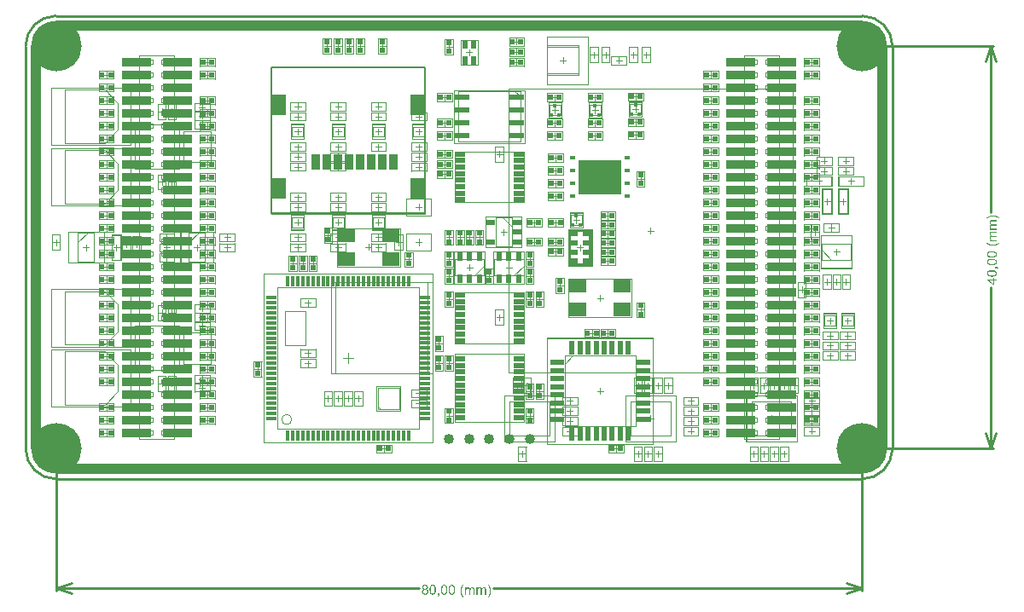
<source format=gbs>
G04*
G04 #@! TF.GenerationSoftware,Altium Limited,Altium Designer,20.0.13 (296)*
G04*
G04 Layer_Color=16711935*
%FSLAX25Y25*%
%MOIN*%
G70*
G01*
G75*
%ADD10C,0.00394*%
%ADD11C,0.00787*%
%ADD15C,0.00197*%
%ADD16C,0.01000*%
%ADD17C,0.00079*%
%ADD18C,0.00394*%
%ADD42R,0.03937X1.57480*%
%ADD43R,0.03228X0.02047*%
%ADD49R,0.01929X0.02126*%
%ADD55R,0.02126X0.01929*%
%ADD62R,0.01654X0.01654*%
%ADD63R,0.01654X0.01654*%
%ADD64R,0.02047X0.03228*%
%ADD65C,0.02953*%
%ADD66C,0.19764*%
%ADD86R,0.11386X0.03315*%
%ADD87R,3.15000X0.03937*%
%ADD88R,3.15000X0.03937*%
%ADD89R,0.04016X0.01850*%
%ADD90R,0.02047X0.05197*%
%ADD91R,0.05197X0.02047*%
%ADD92R,0.04016X0.01260*%
%ADD93R,0.01260X0.04016*%
%ADD94C,0.04016*%
%ADD95R,0.06181X0.02441*%
%ADD96R,0.11378X0.03307*%
%ADD97R,0.02835X0.02047*%
%ADD98R,0.16614X0.13465*%
%ADD99R,0.02441X0.01654*%
%ADD100R,0.02047X0.02441*%
%ADD101R,0.03228X0.05984*%
%ADD102R,0.05787X0.07953*%
%ADD103R,0.07165X0.05591*%
%ADD104R,0.01732X0.01732*%
%ADD105R,0.01732X0.01732*%
G36*
X167261Y-54174D02*
X167295Y-54177D01*
X167334Y-54184D01*
X167378Y-54190D01*
X167428Y-54200D01*
X167478Y-54210D01*
X167531Y-54227D01*
X167584Y-54244D01*
X167638Y-54267D01*
X167687Y-54294D01*
X167741Y-54324D01*
X167787Y-54360D01*
X167831Y-54400D01*
X167834Y-54403D01*
X167841Y-54410D01*
X167851Y-54423D01*
X167867Y-54443D01*
X167884Y-54467D01*
X167901Y-54497D01*
X167920Y-54533D01*
X167944Y-54573D01*
X167964Y-54623D01*
X167984Y-54673D01*
X168000Y-54733D01*
X168020Y-54796D01*
X168034Y-54866D01*
X168044Y-54940D01*
X168050Y-55023D01*
X168054Y-55109D01*
Y-57017D01*
X167581D01*
Y-55266D01*
Y-55263D01*
Y-55253D01*
Y-55239D01*
Y-55219D01*
Y-55196D01*
X167578Y-55169D01*
X167574Y-55109D01*
X167571Y-55043D01*
X167561Y-54976D01*
X167551Y-54913D01*
X167541Y-54883D01*
X167534Y-54860D01*
X167531Y-54853D01*
X167524Y-54840D01*
X167514Y-54816D01*
X167498Y-54786D01*
X167474Y-54753D01*
X167444Y-54720D01*
X167411Y-54686D01*
X167368Y-54656D01*
X167361Y-54653D01*
X167348Y-54643D01*
X167321Y-54633D01*
X167288Y-54616D01*
X167245Y-54603D01*
X167198Y-54593D01*
X167145Y-54583D01*
X167085Y-54580D01*
X167058D01*
X167035Y-54583D01*
X167011Y-54587D01*
X166981Y-54590D01*
X166948Y-54597D01*
X166915Y-54603D01*
X166838Y-54627D01*
X166798Y-54643D01*
X166755Y-54663D01*
X166715Y-54686D01*
X166675Y-54710D01*
X166635Y-54743D01*
X166598Y-54776D01*
X166595Y-54780D01*
X166592Y-54786D01*
X166582Y-54796D01*
X166569Y-54813D01*
X166555Y-54836D01*
X166539Y-54860D01*
X166519Y-54893D01*
X166502Y-54930D01*
X166485Y-54970D01*
X166465Y-55016D01*
X166449Y-55066D01*
X166435Y-55123D01*
X166422Y-55186D01*
X166415Y-55253D01*
X166409Y-55326D01*
X166405Y-55402D01*
Y-57017D01*
X165933D01*
Y-55209D01*
Y-55206D01*
Y-55196D01*
Y-55179D01*
X165929Y-55159D01*
Y-55133D01*
X165926Y-55103D01*
X165919Y-55033D01*
X165902Y-54956D01*
X165883Y-54880D01*
X165856Y-54806D01*
X165836Y-54770D01*
X165816Y-54740D01*
Y-54736D01*
X165809Y-54733D01*
X165793Y-54713D01*
X165766Y-54690D01*
X165726Y-54660D01*
X165676Y-54630D01*
X165610Y-54603D01*
X165573Y-54593D01*
X165533Y-54587D01*
X165486Y-54583D01*
X165440Y-54580D01*
X165406D01*
X165390Y-54583D01*
X165366Y-54587D01*
X165320Y-54593D01*
X165263Y-54607D01*
X165200Y-54623D01*
X165133Y-54650D01*
X165070Y-54686D01*
X165067D01*
X165063Y-54690D01*
X165043Y-54707D01*
X165013Y-54730D01*
X164977Y-54763D01*
X164937Y-54806D01*
X164897Y-54860D01*
X164860Y-54923D01*
X164827Y-54993D01*
Y-54996D01*
X164824Y-55003D01*
X164820Y-55013D01*
X164817Y-55029D01*
X164810Y-55053D01*
X164804Y-55076D01*
X164797Y-55106D01*
X164790Y-55143D01*
X164784Y-55179D01*
X164777Y-55223D01*
X164770Y-55273D01*
X164764Y-55326D01*
X164760Y-55379D01*
X164757Y-55442D01*
X164754Y-55506D01*
Y-55576D01*
Y-57017D01*
X164281D01*
Y-54234D01*
X164704D01*
Y-54623D01*
X164710Y-54616D01*
X164717Y-54607D01*
X164727Y-54593D01*
X164757Y-54553D01*
X164797Y-54507D01*
X164847Y-54457D01*
X164903Y-54400D01*
X164973Y-54347D01*
X165050Y-54297D01*
X165053D01*
X165060Y-54290D01*
X165073Y-54284D01*
X165090Y-54277D01*
X165110Y-54267D01*
X165133Y-54257D01*
X165163Y-54247D01*
X165193Y-54234D01*
X165267Y-54210D01*
X165350Y-54190D01*
X165446Y-54177D01*
X165546Y-54170D01*
X165576D01*
X165596Y-54174D01*
X165623D01*
X165656Y-54177D01*
X165689Y-54180D01*
X165726Y-54187D01*
X165806Y-54200D01*
X165889Y-54224D01*
X165976Y-54257D01*
X166052Y-54300D01*
X166056D01*
X166062Y-54307D01*
X166072Y-54313D01*
X166086Y-54324D01*
X166119Y-54353D01*
X166162Y-54393D01*
X166206Y-54443D01*
X166252Y-54507D01*
X166296Y-54580D01*
X166332Y-54660D01*
X166335Y-54653D01*
X166349Y-54640D01*
X166365Y-54613D01*
X166392Y-54583D01*
X166425Y-54547D01*
X166465Y-54503D01*
X166512Y-54460D01*
X166562Y-54413D01*
X166622Y-54370D01*
X166688Y-54324D01*
X166758Y-54284D01*
X166835Y-54247D01*
X166915Y-54217D01*
X167001Y-54190D01*
X167095Y-54177D01*
X167191Y-54170D01*
X167231D01*
X167261Y-54174D01*
D02*
G37*
G36*
X162792D02*
X162826Y-54177D01*
X162866Y-54184D01*
X162909Y-54190D01*
X162959Y-54200D01*
X163009Y-54210D01*
X163062Y-54227D01*
X163115Y-54244D01*
X163169Y-54267D01*
X163219Y-54294D01*
X163272Y-54324D01*
X163319Y-54360D01*
X163362Y-54400D01*
X163365Y-54403D01*
X163372Y-54410D01*
X163382Y-54423D01*
X163398Y-54443D01*
X163415Y-54467D01*
X163432Y-54497D01*
X163452Y-54533D01*
X163475Y-54573D01*
X163495Y-54623D01*
X163515Y-54673D01*
X163532Y-54733D01*
X163552Y-54796D01*
X163565Y-54866D01*
X163575Y-54940D01*
X163582Y-55023D01*
X163585Y-55109D01*
Y-57017D01*
X163112D01*
Y-55266D01*
Y-55263D01*
Y-55253D01*
Y-55239D01*
Y-55219D01*
Y-55196D01*
X163109Y-55169D01*
X163105Y-55109D01*
X163102Y-55043D01*
X163092Y-54976D01*
X163082Y-54913D01*
X163072Y-54883D01*
X163065Y-54860D01*
X163062Y-54853D01*
X163055Y-54840D01*
X163045Y-54816D01*
X163029Y-54786D01*
X163005Y-54753D01*
X162976Y-54720D01*
X162942Y-54686D01*
X162899Y-54656D01*
X162892Y-54653D01*
X162879Y-54643D01*
X162852Y-54633D01*
X162819Y-54616D01*
X162776Y-54603D01*
X162729Y-54593D01*
X162676Y-54583D01*
X162616Y-54580D01*
X162589D01*
X162566Y-54583D01*
X162543Y-54587D01*
X162513Y-54590D01*
X162479Y-54597D01*
X162446Y-54603D01*
X162369Y-54627D01*
X162329Y-54643D01*
X162286Y-54663D01*
X162246Y-54686D01*
X162206Y-54710D01*
X162166Y-54743D01*
X162130Y-54776D01*
X162126Y-54780D01*
X162123Y-54786D01*
X162113Y-54796D01*
X162100Y-54813D01*
X162086Y-54836D01*
X162070Y-54860D01*
X162050Y-54893D01*
X162033Y-54930D01*
X162016Y-54970D01*
X161996Y-55016D01*
X161980Y-55066D01*
X161967Y-55123D01*
X161953Y-55186D01*
X161946Y-55253D01*
X161940Y-55326D01*
X161936Y-55402D01*
Y-57017D01*
X161464D01*
Y-55209D01*
Y-55206D01*
Y-55196D01*
Y-55179D01*
X161460Y-55159D01*
Y-55133D01*
X161457Y-55103D01*
X161450Y-55033D01*
X161434Y-54956D01*
X161414Y-54880D01*
X161387Y-54806D01*
X161367Y-54770D01*
X161347Y-54740D01*
Y-54736D01*
X161340Y-54733D01*
X161324Y-54713D01*
X161297Y-54690D01*
X161257Y-54660D01*
X161207Y-54630D01*
X161141Y-54603D01*
X161104Y-54593D01*
X161064Y-54587D01*
X161017Y-54583D01*
X160971Y-54580D01*
X160938D01*
X160921Y-54583D01*
X160898Y-54587D01*
X160851Y-54593D01*
X160794Y-54607D01*
X160731Y-54623D01*
X160664Y-54650D01*
X160601Y-54686D01*
X160598D01*
X160594Y-54690D01*
X160574Y-54707D01*
X160545Y-54730D01*
X160508Y-54763D01*
X160468Y-54806D01*
X160428Y-54860D01*
X160391Y-54923D01*
X160358Y-54993D01*
Y-54996D01*
X160355Y-55003D01*
X160351Y-55013D01*
X160348Y-55029D01*
X160342Y-55053D01*
X160335Y-55076D01*
X160328Y-55106D01*
X160321Y-55143D01*
X160315Y-55179D01*
X160308Y-55223D01*
X160301Y-55273D01*
X160295Y-55326D01*
X160292Y-55379D01*
X160288Y-55442D01*
X160285Y-55506D01*
Y-55576D01*
Y-57017D01*
X159812D01*
Y-54234D01*
X160235D01*
Y-54623D01*
X160242Y-54616D01*
X160248Y-54607D01*
X160258Y-54593D01*
X160288Y-54553D01*
X160328Y-54507D01*
X160378Y-54457D01*
X160435Y-54400D01*
X160505Y-54347D01*
X160581Y-54297D01*
X160584D01*
X160591Y-54290D01*
X160605Y-54284D01*
X160621Y-54277D01*
X160641Y-54267D01*
X160664Y-54257D01*
X160694Y-54247D01*
X160724Y-54234D01*
X160798Y-54210D01*
X160881Y-54190D01*
X160977Y-54177D01*
X161077Y-54170D01*
X161107D01*
X161127Y-54174D01*
X161154D01*
X161187Y-54177D01*
X161221Y-54180D01*
X161257Y-54187D01*
X161337Y-54200D01*
X161420Y-54224D01*
X161507Y-54257D01*
X161583Y-54300D01*
X161587D01*
X161593Y-54307D01*
X161603Y-54313D01*
X161617Y-54324D01*
X161650Y-54353D01*
X161693Y-54393D01*
X161737Y-54443D01*
X161783Y-54507D01*
X161827Y-54580D01*
X161863Y-54660D01*
X161867Y-54653D01*
X161880Y-54640D01*
X161897Y-54613D01*
X161923Y-54583D01*
X161957Y-54547D01*
X161996Y-54503D01*
X162043Y-54460D01*
X162093Y-54413D01*
X162153Y-54370D01*
X162220Y-54324D01*
X162290Y-54284D01*
X162366Y-54247D01*
X162446Y-54217D01*
X162533Y-54190D01*
X162626Y-54177D01*
X162722Y-54170D01*
X162762D01*
X162792Y-54174D01*
D02*
G37*
G36*
X154727Y-53168D02*
X154754D01*
X154784Y-53171D01*
X154817Y-53175D01*
X154857Y-53181D01*
X154940Y-53195D01*
X155030Y-53218D01*
X155123Y-53248D01*
X155213Y-53291D01*
X155217D01*
X155223Y-53298D01*
X155237Y-53304D01*
X155253Y-53315D01*
X155273Y-53328D01*
X155297Y-53341D01*
X155350Y-53381D01*
X155413Y-53434D01*
X155476Y-53494D01*
X155540Y-53568D01*
X155599Y-53651D01*
X155603Y-53654D01*
X155606Y-53661D01*
X155613Y-53674D01*
X155626Y-53691D01*
X155636Y-53714D01*
X155653Y-53741D01*
X155669Y-53774D01*
X155686Y-53811D01*
X155706Y-53847D01*
X155726Y-53891D01*
X155746Y-53941D01*
X155766Y-53991D01*
X155803Y-54100D01*
X155839Y-54220D01*
Y-54224D01*
X155843Y-54237D01*
X155846Y-54254D01*
X155853Y-54280D01*
X155859Y-54317D01*
X155866Y-54357D01*
X155876Y-54403D01*
X155883Y-54460D01*
X155889Y-54520D01*
X155899Y-54590D01*
X155906Y-54663D01*
X155913Y-54743D01*
X155919Y-54830D01*
X155922Y-54923D01*
X155926Y-55023D01*
Y-55126D01*
Y-55129D01*
Y-55133D01*
Y-55143D01*
Y-55156D01*
Y-55193D01*
X155922Y-55239D01*
Y-55296D01*
X155919Y-55362D01*
X155916Y-55436D01*
X155909Y-55516D01*
X155903Y-55602D01*
X155893Y-55689D01*
X155866Y-55872D01*
X155853Y-55962D01*
X155833Y-56052D01*
X155809Y-56138D01*
X155786Y-56218D01*
Y-56222D01*
X155779Y-56235D01*
X155773Y-56258D01*
X155759Y-56285D01*
X155746Y-56322D01*
X155726Y-56362D01*
X155706Y-56405D01*
X155683Y-56451D01*
X155623Y-56555D01*
X155553Y-56661D01*
X155466Y-56764D01*
X155420Y-56814D01*
X155370Y-56858D01*
X155366Y-56861D01*
X155356Y-56868D01*
X155343Y-56878D01*
X155320Y-56891D01*
X155293Y-56911D01*
X155260Y-56928D01*
X155223Y-56948D01*
X155180Y-56968D01*
X155130Y-56991D01*
X155080Y-57011D01*
X155020Y-57028D01*
X154960Y-57044D01*
X154894Y-57061D01*
X154824Y-57071D01*
X154750Y-57077D01*
X154674Y-57081D01*
X154650D01*
X154621Y-57077D01*
X154580Y-57074D01*
X154534Y-57067D01*
X154481Y-57061D01*
X154421Y-57047D01*
X154357Y-57031D01*
X154288Y-57011D01*
X154218Y-56984D01*
X154144Y-56954D01*
X154071Y-56914D01*
X153998Y-56871D01*
X153931Y-56818D01*
X153865Y-56758D01*
X153801Y-56688D01*
X153798Y-56681D01*
X153785Y-56665D01*
X153768Y-56634D01*
X153741Y-56595D01*
X153715Y-56541D01*
X153681Y-56478D01*
X153648Y-56401D01*
X153612Y-56312D01*
X153575Y-56208D01*
X153542Y-56095D01*
X153508Y-55965D01*
X153482Y-55825D01*
X153468Y-55749D01*
X153458Y-55672D01*
X153448Y-55589D01*
X153438Y-55502D01*
X153432Y-55412D01*
X153425Y-55322D01*
X153422Y-55226D01*
Y-55126D01*
Y-55123D01*
Y-55119D01*
Y-55109D01*
Y-55096D01*
Y-55059D01*
X153425Y-55013D01*
Y-54956D01*
X153428Y-54890D01*
X153435Y-54816D01*
X153438Y-54733D01*
X153448Y-54650D01*
X153455Y-54560D01*
X153482Y-54377D01*
X153498Y-54287D01*
X153515Y-54197D01*
X153538Y-54110D01*
X153562Y-54031D01*
X153565Y-54027D01*
X153568Y-54010D01*
X153575Y-53991D01*
X153588Y-53961D01*
X153602Y-53927D01*
X153621Y-53887D01*
X153641Y-53844D01*
X153665Y-53794D01*
X153725Y-53691D01*
X153795Y-53584D01*
X153881Y-53481D01*
X153928Y-53434D01*
X153978Y-53391D01*
X153981Y-53388D01*
X153991Y-53381D01*
X154008Y-53371D01*
X154028Y-53355D01*
X154054Y-53338D01*
X154088Y-53318D01*
X154124Y-53298D01*
X154168Y-53278D01*
X154218Y-53258D01*
X154271Y-53235D01*
X154327Y-53218D01*
X154387Y-53201D01*
X154454Y-53185D01*
X154524Y-53175D01*
X154597Y-53168D01*
X154674Y-53165D01*
X154704D01*
X154727Y-53168D01*
D02*
G37*
G36*
X151743D02*
X151770D01*
X151800Y-53171D01*
X151833Y-53175D01*
X151873Y-53181D01*
X151956Y-53195D01*
X152046Y-53218D01*
X152140Y-53248D01*
X152230Y-53291D01*
X152233D01*
X152240Y-53298D01*
X152253Y-53304D01*
X152269Y-53315D01*
X152289Y-53328D01*
X152313Y-53341D01*
X152366Y-53381D01*
X152429Y-53434D01*
X152493Y-53494D01*
X152556Y-53568D01*
X152616Y-53651D01*
X152619Y-53654D01*
X152622Y-53661D01*
X152629Y-53674D01*
X152643Y-53691D01*
X152653Y-53714D01*
X152669Y-53741D01*
X152686Y-53774D01*
X152702Y-53811D01*
X152722Y-53847D01*
X152742Y-53891D01*
X152762Y-53941D01*
X152782Y-53991D01*
X152819Y-54100D01*
X152856Y-54220D01*
Y-54224D01*
X152859Y-54237D01*
X152862Y-54254D01*
X152869Y-54280D01*
X152876Y-54317D01*
X152882Y-54357D01*
X152892Y-54403D01*
X152899Y-54460D01*
X152906Y-54520D01*
X152916Y-54590D01*
X152922Y-54663D01*
X152929Y-54743D01*
X152936Y-54830D01*
X152939Y-54923D01*
X152942Y-55023D01*
Y-55126D01*
Y-55129D01*
Y-55133D01*
Y-55143D01*
Y-55156D01*
Y-55193D01*
X152939Y-55239D01*
Y-55296D01*
X152936Y-55362D01*
X152932Y-55436D01*
X152926Y-55516D01*
X152919Y-55602D01*
X152909Y-55689D01*
X152882Y-55872D01*
X152869Y-55962D01*
X152849Y-56052D01*
X152826Y-56138D01*
X152802Y-56218D01*
Y-56222D01*
X152796Y-56235D01*
X152789Y-56258D01*
X152776Y-56285D01*
X152762Y-56322D01*
X152742Y-56362D01*
X152722Y-56405D01*
X152699Y-56451D01*
X152639Y-56555D01*
X152569Y-56661D01*
X152483Y-56764D01*
X152436Y-56814D01*
X152386Y-56858D01*
X152383Y-56861D01*
X152373Y-56868D01*
X152359Y-56878D01*
X152336Y-56891D01*
X152310Y-56911D01*
X152276Y-56928D01*
X152240Y-56948D01*
X152196Y-56968D01*
X152146Y-56991D01*
X152096Y-57011D01*
X152036Y-57028D01*
X151977Y-57044D01*
X151910Y-57061D01*
X151840Y-57071D01*
X151767Y-57077D01*
X151690Y-57081D01*
X151667D01*
X151637Y-57077D01*
X151597Y-57074D01*
X151550Y-57067D01*
X151497Y-57061D01*
X151437Y-57047D01*
X151374Y-57031D01*
X151304Y-57011D01*
X151234Y-56984D01*
X151161Y-56954D01*
X151087Y-56914D01*
X151014Y-56871D01*
X150947Y-56818D01*
X150881Y-56758D01*
X150818Y-56688D01*
X150814Y-56681D01*
X150801Y-56665D01*
X150784Y-56634D01*
X150758Y-56595D01*
X150731Y-56541D01*
X150698Y-56478D01*
X150664Y-56401D01*
X150628Y-56312D01*
X150591Y-56208D01*
X150558Y-56095D01*
X150525Y-55965D01*
X150498Y-55825D01*
X150485Y-55749D01*
X150475Y-55672D01*
X150465Y-55589D01*
X150455Y-55502D01*
X150448Y-55412D01*
X150441Y-55322D01*
X150438Y-55226D01*
Y-55126D01*
Y-55123D01*
Y-55119D01*
Y-55109D01*
Y-55096D01*
Y-55059D01*
X150441Y-55013D01*
Y-54956D01*
X150445Y-54890D01*
X150451Y-54816D01*
X150455Y-54733D01*
X150465Y-54650D01*
X150471Y-54560D01*
X150498Y-54377D01*
X150515Y-54287D01*
X150531Y-54197D01*
X150555Y-54110D01*
X150578Y-54031D01*
X150581Y-54027D01*
X150584Y-54010D01*
X150591Y-53991D01*
X150604Y-53961D01*
X150618Y-53927D01*
X150638Y-53887D01*
X150658Y-53844D01*
X150681Y-53794D01*
X150741Y-53691D01*
X150811Y-53584D01*
X150898Y-53481D01*
X150944Y-53434D01*
X150994Y-53391D01*
X150997Y-53388D01*
X151007Y-53381D01*
X151024Y-53371D01*
X151044Y-53355D01*
X151071Y-53338D01*
X151104Y-53318D01*
X151141Y-53298D01*
X151184Y-53278D01*
X151234Y-53258D01*
X151287Y-53235D01*
X151344Y-53218D01*
X151404Y-53201D01*
X151470Y-53185D01*
X151540Y-53175D01*
X151613Y-53168D01*
X151690Y-53165D01*
X151720D01*
X151743Y-53168D01*
D02*
G37*
G36*
X147268D02*
X147294D01*
X147325Y-53171D01*
X147358Y-53175D01*
X147398Y-53181D01*
X147481Y-53195D01*
X147571Y-53218D01*
X147664Y-53248D01*
X147754Y-53291D01*
X147757D01*
X147764Y-53298D01*
X147777Y-53304D01*
X147794Y-53315D01*
X147814Y-53328D01*
X147837Y-53341D01*
X147891Y-53381D01*
X147954Y-53434D01*
X148017Y-53494D01*
X148080Y-53568D01*
X148140Y-53651D01*
X148144Y-53654D01*
X148147Y-53661D01*
X148154Y-53674D01*
X148167Y-53691D01*
X148177Y-53714D01*
X148194Y-53741D01*
X148210Y-53774D01*
X148227Y-53811D01*
X148247Y-53847D01*
X148267Y-53891D01*
X148287Y-53941D01*
X148307Y-53991D01*
X148344Y-54100D01*
X148380Y-54220D01*
Y-54224D01*
X148383Y-54237D01*
X148387Y-54254D01*
X148393Y-54280D01*
X148400Y-54317D01*
X148407Y-54357D01*
X148417Y-54403D01*
X148423Y-54460D01*
X148430Y-54520D01*
X148440Y-54590D01*
X148447Y-54663D01*
X148453Y-54743D01*
X148460Y-54830D01*
X148463Y-54923D01*
X148467Y-55023D01*
Y-55126D01*
Y-55129D01*
Y-55133D01*
Y-55143D01*
Y-55156D01*
Y-55193D01*
X148463Y-55239D01*
Y-55296D01*
X148460Y-55362D01*
X148457Y-55436D01*
X148450Y-55516D01*
X148443Y-55602D01*
X148433Y-55689D01*
X148407Y-55872D01*
X148393Y-55962D01*
X148373Y-56052D01*
X148350Y-56138D01*
X148327Y-56218D01*
Y-56222D01*
X148320Y-56235D01*
X148313Y-56258D01*
X148300Y-56285D01*
X148287Y-56322D01*
X148267Y-56362D01*
X148247Y-56405D01*
X148224Y-56451D01*
X148164Y-56555D01*
X148094Y-56661D01*
X148007Y-56764D01*
X147960Y-56814D01*
X147911Y-56858D01*
X147907Y-56861D01*
X147897Y-56868D01*
X147884Y-56878D01*
X147861Y-56891D01*
X147834Y-56911D01*
X147801Y-56928D01*
X147764Y-56948D01*
X147721Y-56968D01*
X147671Y-56991D01*
X147621Y-57011D01*
X147561Y-57028D01*
X147501Y-57044D01*
X147434Y-57061D01*
X147364Y-57071D01*
X147291Y-57077D01*
X147215Y-57081D01*
X147191D01*
X147161Y-57077D01*
X147121Y-57074D01*
X147075Y-57067D01*
X147021Y-57061D01*
X146961Y-57047D01*
X146898Y-57031D01*
X146828Y-57011D01*
X146758Y-56984D01*
X146685Y-56954D01*
X146612Y-56914D01*
X146539Y-56871D01*
X146472Y-56818D01*
X146405Y-56758D01*
X146342Y-56688D01*
X146339Y-56681D01*
X146326Y-56665D01*
X146309Y-56634D01*
X146282Y-56595D01*
X146256Y-56541D01*
X146222Y-56478D01*
X146189Y-56401D01*
X146152Y-56312D01*
X146116Y-56208D01*
X146082Y-56095D01*
X146049Y-55965D01*
X146022Y-55825D01*
X146009Y-55749D01*
X145999Y-55672D01*
X145989Y-55589D01*
X145979Y-55502D01*
X145973Y-55412D01*
X145966Y-55322D01*
X145963Y-55226D01*
Y-55126D01*
Y-55123D01*
Y-55119D01*
Y-55109D01*
Y-55096D01*
Y-55059D01*
X145966Y-55013D01*
Y-54956D01*
X145969Y-54890D01*
X145976Y-54816D01*
X145979Y-54733D01*
X145989Y-54650D01*
X145996Y-54560D01*
X146022Y-54377D01*
X146039Y-54287D01*
X146056Y-54197D01*
X146079Y-54110D01*
X146102Y-54031D01*
X146106Y-54027D01*
X146109Y-54010D01*
X146116Y-53991D01*
X146129Y-53961D01*
X146142Y-53927D01*
X146162Y-53887D01*
X146182Y-53844D01*
X146206Y-53794D01*
X146265Y-53691D01*
X146335Y-53584D01*
X146422Y-53481D01*
X146469Y-53434D01*
X146519Y-53391D01*
X146522Y-53388D01*
X146532Y-53381D01*
X146549Y-53371D01*
X146569Y-53355D01*
X146595Y-53338D01*
X146628Y-53318D01*
X146665Y-53298D01*
X146708Y-53278D01*
X146758Y-53258D01*
X146812Y-53235D01*
X146868Y-53218D01*
X146928Y-53201D01*
X146995Y-53185D01*
X147065Y-53175D01*
X147138Y-53168D01*
X147215Y-53165D01*
X147245D01*
X147268Y-53168D01*
D02*
G37*
G36*
X144278D02*
X144311D01*
X144354Y-53175D01*
X144404Y-53181D01*
X144457Y-53188D01*
X144517Y-53201D01*
X144581Y-53218D01*
X144647Y-53235D01*
X144714Y-53261D01*
X144780Y-53288D01*
X144847Y-53321D01*
X144914Y-53361D01*
X144977Y-53404D01*
X145037Y-53458D01*
X145040Y-53461D01*
X145050Y-53471D01*
X145067Y-53488D01*
X145087Y-53511D01*
X145110Y-53538D01*
X145133Y-53571D01*
X145163Y-53611D01*
X145193Y-53658D01*
X145220Y-53704D01*
X145250Y-53761D01*
X145273Y-53817D01*
X145300Y-53881D01*
X145317Y-53947D01*
X145333Y-54017D01*
X145343Y-54090D01*
X145346Y-54167D01*
Y-54170D01*
Y-54180D01*
Y-54194D01*
X145343Y-54210D01*
Y-54234D01*
X145340Y-54260D01*
X145330Y-54324D01*
X145313Y-54397D01*
X145287Y-54477D01*
X145250Y-54557D01*
X145230Y-54597D01*
X145203Y-54633D01*
Y-54637D01*
X145197Y-54643D01*
X145190Y-54653D01*
X145177Y-54667D01*
X145163Y-54683D01*
X145143Y-54700D01*
X145123Y-54723D01*
X145097Y-54743D01*
X145070Y-54770D01*
X145037Y-54793D01*
X145003Y-54820D01*
X144964Y-54843D01*
X144924Y-54870D01*
X144877Y-54893D01*
X144830Y-54916D01*
X144777Y-54936D01*
X144780D01*
X144794Y-54943D01*
X144810Y-54949D01*
X144834Y-54959D01*
X144864Y-54970D01*
X144900Y-54986D01*
X144937Y-55006D01*
X144977Y-55026D01*
X145063Y-55079D01*
X145153Y-55143D01*
X145240Y-55219D01*
X145280Y-55263D01*
X145317Y-55309D01*
X145320Y-55313D01*
X145323Y-55319D01*
X145333Y-55336D01*
X145346Y-55356D01*
X145360Y-55379D01*
X145376Y-55409D01*
X145393Y-55442D01*
X145410Y-55482D01*
X145426Y-55526D01*
X145443Y-55569D01*
X145460Y-55622D01*
X145473Y-55676D01*
X145496Y-55792D01*
X145500Y-55852D01*
X145503Y-55919D01*
Y-55925D01*
Y-55942D01*
X145500Y-55965D01*
X145496Y-56002D01*
X145493Y-56042D01*
X145483Y-56092D01*
X145473Y-56148D01*
X145460Y-56208D01*
X145440Y-56272D01*
X145416Y-56338D01*
X145390Y-56405D01*
X145356Y-56475D01*
X145317Y-56545D01*
X145270Y-56615D01*
X145217Y-56684D01*
X145153Y-56748D01*
X145150Y-56751D01*
X145137Y-56761D01*
X145117Y-56778D01*
X145090Y-56801D01*
X145053Y-56824D01*
X145013Y-56854D01*
X144964Y-56884D01*
X144907Y-56914D01*
X144844Y-56944D01*
X144777Y-56974D01*
X144700Y-57004D01*
X144621Y-57028D01*
X144534Y-57051D01*
X144441Y-57067D01*
X144341Y-57077D01*
X144238Y-57081D01*
X144211D01*
X144184Y-57077D01*
X144144Y-57074D01*
X144094Y-57071D01*
X144038Y-57064D01*
X143978Y-57054D01*
X143908Y-57038D01*
X143838Y-57021D01*
X143765Y-56998D01*
X143688Y-56971D01*
X143608Y-56938D01*
X143532Y-56901D01*
X143458Y-56854D01*
X143385Y-56804D01*
X143318Y-56744D01*
X143315Y-56741D01*
X143305Y-56728D01*
X143285Y-56711D01*
X143265Y-56684D01*
X143239Y-56651D01*
X143209Y-56611D01*
X143179Y-56565D01*
X143145Y-56515D01*
X143112Y-56455D01*
X143082Y-56391D01*
X143052Y-56325D01*
X143026Y-56248D01*
X143006Y-56172D01*
X142989Y-56088D01*
X142975Y-56002D01*
X142972Y-55909D01*
Y-55905D01*
Y-55892D01*
Y-55872D01*
X142975Y-55845D01*
X142979Y-55812D01*
X142982Y-55775D01*
X142989Y-55735D01*
X142996Y-55689D01*
X143019Y-55589D01*
X143035Y-55536D01*
X143052Y-55486D01*
X143075Y-55432D01*
X143099Y-55379D01*
X143129Y-55329D01*
X143162Y-55279D01*
X143165Y-55276D01*
X143172Y-55269D01*
X143182Y-55256D01*
X143199Y-55239D01*
X143215Y-55219D01*
X143242Y-55193D01*
X143269Y-55169D01*
X143302Y-55143D01*
X143339Y-55113D01*
X143378Y-55083D01*
X143422Y-55056D01*
X143472Y-55026D01*
X143525Y-55003D01*
X143582Y-54976D01*
X143641Y-54956D01*
X143705Y-54936D01*
X143701D01*
X143692Y-54930D01*
X143678Y-54926D01*
X143655Y-54916D01*
X143631Y-54906D01*
X143605Y-54893D01*
X143538Y-54856D01*
X143468Y-54813D01*
X143395Y-54763D01*
X143325Y-54700D01*
X143295Y-54667D01*
X143265Y-54630D01*
Y-54627D01*
X143259Y-54620D01*
X143252Y-54610D01*
X143242Y-54593D01*
X143232Y-54577D01*
X143222Y-54553D01*
X143209Y-54527D01*
X143195Y-54497D01*
X143169Y-54427D01*
X143149Y-54343D01*
X143132Y-54254D01*
X143125Y-54154D01*
Y-54150D01*
Y-54134D01*
X143129Y-54114D01*
Y-54084D01*
X143135Y-54047D01*
X143142Y-54007D01*
X143152Y-53961D01*
X143162Y-53911D01*
X143179Y-53857D01*
X143199Y-53801D01*
X143222Y-53741D01*
X143252Y-53681D01*
X143285Y-53621D01*
X143325Y-53564D01*
X143372Y-53508D01*
X143425Y-53451D01*
X143428Y-53448D01*
X143438Y-53438D01*
X143455Y-53424D01*
X143482Y-53408D01*
X143512Y-53385D01*
X143548Y-53361D01*
X143592Y-53334D01*
X143638Y-53308D01*
X143695Y-53281D01*
X143755Y-53255D01*
X143821Y-53231D01*
X143891Y-53208D01*
X143968Y-53191D01*
X144051Y-53178D01*
X144138Y-53168D01*
X144228Y-53165D01*
X144251D01*
X144278Y-53168D01*
D02*
G37*
G36*
X149735Y-57017D02*
Y-57021D01*
Y-57031D01*
Y-57044D01*
Y-57067D01*
X149732Y-57091D01*
X149729Y-57121D01*
X149722Y-57187D01*
X149709Y-57264D01*
X149692Y-57341D01*
X149665Y-57420D01*
X149629Y-57494D01*
Y-57497D01*
X149626Y-57500D01*
X149619Y-57510D01*
X149609Y-57524D01*
X149585Y-57557D01*
X149549Y-57597D01*
X149502Y-57644D01*
X149446Y-57690D01*
X149379Y-57737D01*
X149299Y-57777D01*
X149169Y-57574D01*
X149173D01*
X149176Y-57570D01*
X149193Y-57560D01*
X149219Y-57547D01*
X149252Y-57524D01*
X149286Y-57497D01*
X149322Y-57464D01*
X149356Y-57424D01*
X149386Y-57380D01*
X149389Y-57374D01*
X149396Y-57357D01*
X149409Y-57327D01*
X149422Y-57287D01*
X149436Y-57237D01*
X149449Y-57174D01*
X149459Y-57101D01*
X149466Y-57017D01*
X149199D01*
Y-56481D01*
X149735D01*
Y-57017D01*
D02*
G37*
G36*
X169056Y-53115D02*
X169063Y-53118D01*
X169069Y-53128D01*
X169079Y-53141D01*
X169089Y-53158D01*
X169103Y-53178D01*
X169136Y-53225D01*
X169179Y-53285D01*
X169226Y-53355D01*
X169276Y-53434D01*
X169332Y-53524D01*
X169389Y-53621D01*
X169452Y-53724D01*
X169512Y-53834D01*
X169572Y-53947D01*
X169629Y-54064D01*
X169685Y-54187D01*
X169739Y-54310D01*
X169785Y-54433D01*
X169789Y-54440D01*
X169795Y-54460D01*
X169805Y-54490D01*
X169819Y-54533D01*
X169832Y-54583D01*
X169849Y-54646D01*
X169869Y-54716D01*
X169889Y-54796D01*
X169905Y-54883D01*
X169925Y-54976D01*
X169942Y-55073D01*
X169958Y-55179D01*
X169968Y-55286D01*
X169978Y-55399D01*
X169985Y-55512D01*
X169989Y-55629D01*
Y-55632D01*
Y-55635D01*
Y-55646D01*
Y-55659D01*
Y-55679D01*
X169985Y-55699D01*
Y-55749D01*
X169982Y-55812D01*
X169975Y-55885D01*
X169965Y-55972D01*
X169955Y-56065D01*
X169939Y-56165D01*
X169922Y-56272D01*
X169899Y-56385D01*
X169872Y-56501D01*
X169842Y-56625D01*
X169805Y-56748D01*
X169762Y-56871D01*
X169715Y-56994D01*
Y-56998D01*
X169712Y-57001D01*
X169709Y-57011D01*
X169702Y-57024D01*
X169689Y-57057D01*
X169666Y-57104D01*
X169639Y-57161D01*
X169609Y-57227D01*
X169572Y-57304D01*
X169532Y-57384D01*
X169486Y-57474D01*
X169436Y-57564D01*
X169379Y-57660D01*
X169323Y-57757D01*
X169259Y-57857D01*
X169196Y-57956D01*
X169126Y-58053D01*
X169056Y-58146D01*
X168720D01*
X168723Y-58143D01*
X168730Y-58133D01*
X168740Y-58113D01*
X168753Y-58090D01*
X168770Y-58060D01*
X168793Y-58023D01*
X168816Y-57980D01*
X168843Y-57930D01*
X168870Y-57877D01*
X168903Y-57817D01*
X168933Y-57753D01*
X168966Y-57683D01*
X169003Y-57607D01*
X169039Y-57530D01*
X169076Y-57447D01*
X169113Y-57361D01*
X169149Y-57271D01*
X169183Y-57177D01*
X169256Y-56981D01*
X169323Y-56771D01*
X169379Y-56555D01*
X169429Y-56328D01*
X169452Y-56215D01*
X169469Y-56098D01*
X169482Y-55982D01*
X169492Y-55865D01*
X169499Y-55745D01*
X169502Y-55629D01*
Y-55622D01*
Y-55606D01*
Y-55579D01*
Y-55546D01*
X169499Y-55499D01*
X169496Y-55449D01*
X169492Y-55389D01*
X169489Y-55322D01*
X169482Y-55253D01*
X169476Y-55176D01*
X169466Y-55096D01*
X169456Y-55010D01*
X169426Y-54833D01*
X169389Y-54653D01*
Y-54650D01*
X169386Y-54637D01*
X169379Y-54613D01*
X169372Y-54587D01*
X169362Y-54550D01*
X169352Y-54510D01*
X169339Y-54463D01*
X169326Y-54410D01*
X169306Y-54357D01*
X169289Y-54297D01*
X169246Y-54167D01*
X169196Y-54034D01*
X169139Y-53897D01*
Y-53894D01*
X169136Y-53887D01*
X169129Y-53871D01*
X169119Y-53851D01*
X169106Y-53827D01*
X169089Y-53794D01*
X169069Y-53757D01*
X169049Y-53711D01*
X169023Y-53661D01*
X168993Y-53604D01*
X168956Y-53538D01*
X168920Y-53468D01*
X168876Y-53388D01*
X168830Y-53304D01*
X168776Y-53211D01*
X168720Y-53111D01*
X169056D01*
Y-53115D01*
D02*
G37*
G36*
X159266Y-53118D02*
X159256Y-53135D01*
X159239Y-53165D01*
X159219Y-53201D01*
X159193Y-53245D01*
X159163Y-53298D01*
X159129Y-53355D01*
X159096Y-53414D01*
X159026Y-53541D01*
X158956Y-53671D01*
X158926Y-53731D01*
X158896Y-53791D01*
X158870Y-53844D01*
X158850Y-53891D01*
X158846Y-53894D01*
X158843Y-53907D01*
X158833Y-53927D01*
X158823Y-53954D01*
X158810Y-53987D01*
X158793Y-54027D01*
X158776Y-54070D01*
X158760Y-54120D01*
X158740Y-54177D01*
X158716Y-54234D01*
X158696Y-54297D01*
X158676Y-54364D01*
X158633Y-54500D01*
X158597Y-54646D01*
Y-54653D01*
X158593Y-54670D01*
X158587Y-54697D01*
X158580Y-54730D01*
X158570Y-54776D01*
X158563Y-54826D01*
X158553Y-54886D01*
X158543Y-54953D01*
X158530Y-55026D01*
X158520Y-55103D01*
X158513Y-55183D01*
X158503Y-55266D01*
X158490Y-55446D01*
X158487Y-55629D01*
Y-55632D01*
Y-55642D01*
Y-55662D01*
Y-55686D01*
X158490Y-55715D01*
X158493Y-55752D01*
Y-55795D01*
X158500Y-55845D01*
X158503Y-55899D01*
X158510Y-55958D01*
X158520Y-56025D01*
X158527Y-56095D01*
X158540Y-56168D01*
X158553Y-56248D01*
X158567Y-56331D01*
X158583Y-56418D01*
X158603Y-56508D01*
X158626Y-56601D01*
X158676Y-56798D01*
X158740Y-57007D01*
X158776Y-57114D01*
X158816Y-57224D01*
X158860Y-57334D01*
X158906Y-57447D01*
X158956Y-57564D01*
X159009Y-57677D01*
X159069Y-57793D01*
X159133Y-57910D01*
X159199Y-58030D01*
X159269Y-58146D01*
X158933D01*
X158930Y-58140D01*
X158916Y-58123D01*
X158896Y-58096D01*
X158866Y-58060D01*
X158833Y-58013D01*
X158793Y-57956D01*
X158750Y-57890D01*
X158703Y-57817D01*
X158653Y-57737D01*
X158600Y-57647D01*
X158543Y-57554D01*
X158487Y-57454D01*
X158430Y-57344D01*
X158377Y-57234D01*
X158324Y-57114D01*
X158270Y-56994D01*
Y-56991D01*
X158267Y-56988D01*
X158264Y-56977D01*
X158260Y-56964D01*
X158254Y-56948D01*
X158247Y-56928D01*
X158227Y-56881D01*
X158207Y-56821D01*
X158184Y-56748D01*
X158160Y-56668D01*
X158137Y-56575D01*
X158110Y-56478D01*
X158087Y-56371D01*
X158064Y-56258D01*
X158044Y-56138D01*
X158027Y-56019D01*
X158014Y-55889D01*
X158004Y-55762D01*
X158001Y-55629D01*
Y-55625D01*
Y-55622D01*
Y-55612D01*
Y-55602D01*
Y-55566D01*
X158004Y-55522D01*
X158007Y-55466D01*
X158010Y-55399D01*
X158017Y-55326D01*
X158027Y-55246D01*
X158037Y-55156D01*
X158050Y-55063D01*
X158067Y-54963D01*
X158084Y-54860D01*
X158107Y-54756D01*
X158134Y-54646D01*
X158164Y-54540D01*
X158200Y-54433D01*
Y-54430D01*
X158204Y-54427D01*
X158207Y-54417D01*
X158210Y-54403D01*
X158217Y-54387D01*
X158227Y-54367D01*
X158244Y-54320D01*
X158270Y-54260D01*
X158300Y-54190D01*
X158337Y-54107D01*
X158380Y-54021D01*
X158430Y-53924D01*
X158483Y-53821D01*
X158543Y-53711D01*
X158610Y-53598D01*
X158680Y-53478D01*
X158760Y-53358D01*
X158843Y-53235D01*
X158933Y-53111D01*
X159269D01*
X159266Y-53118D01*
D02*
G37*
G36*
X366199Y91320D02*
X366249D01*
X366312Y91317D01*
X366385Y91310D01*
X366472Y91300D01*
X366565Y91290D01*
X366665Y91273D01*
X366772Y91257D01*
X366885Y91233D01*
X367001Y91207D01*
X367125Y91177D01*
X367248Y91140D01*
X367371Y91097D01*
X367494Y91050D01*
X367497D01*
X367501Y91047D01*
X367511Y91044D01*
X367524Y91037D01*
X367557Y91023D01*
X367604Y91000D01*
X367661Y90974D01*
X367727Y90944D01*
X367804Y90907D01*
X367884Y90867D01*
X367974Y90820D01*
X368064Y90770D01*
X368160Y90714D01*
X368257Y90657D01*
X368357Y90594D01*
X368457Y90531D01*
X368553Y90461D01*
X368646Y90391D01*
Y90055D01*
X368643Y90058D01*
X368633Y90065D01*
X368613Y90074D01*
X368590Y90088D01*
X368560Y90104D01*
X368523Y90128D01*
X368480Y90151D01*
X368430Y90178D01*
X368377Y90204D01*
X368317Y90238D01*
X368253Y90268D01*
X368183Y90301D01*
X368107Y90338D01*
X368030Y90374D01*
X367947Y90411D01*
X367861Y90447D01*
X367771Y90484D01*
X367677Y90517D01*
X367481Y90591D01*
X367271Y90657D01*
X367055Y90714D01*
X366828Y90764D01*
X366715Y90787D01*
X366598Y90804D01*
X366482Y90817D01*
X366365Y90827D01*
X366245Y90834D01*
X366129Y90837D01*
X366122D01*
X366106D01*
X366079D01*
X366046D01*
X365999Y90834D01*
X365949Y90830D01*
X365889Y90827D01*
X365823Y90824D01*
X365753Y90817D01*
X365676Y90810D01*
X365596Y90800D01*
X365510Y90790D01*
X365333Y90760D01*
X365153Y90724D01*
X365150D01*
X365137Y90720D01*
X365113Y90714D01*
X365087Y90707D01*
X365050Y90697D01*
X365010Y90687D01*
X364963Y90674D01*
X364910Y90661D01*
X364857Y90641D01*
X364797Y90624D01*
X364667Y90581D01*
X364534Y90531D01*
X364397Y90474D01*
X364394D01*
X364387Y90471D01*
X364371Y90464D01*
X364351Y90454D01*
X364327Y90441D01*
X364294Y90424D01*
X364257Y90404D01*
X364211Y90384D01*
X364161Y90358D01*
X364104Y90328D01*
X364038Y90291D01*
X363968Y90254D01*
X363888Y90211D01*
X363805Y90164D01*
X363711Y90111D01*
X363611Y90055D01*
Y90391D01*
X363615D01*
X363618Y90398D01*
X363628Y90404D01*
X363641Y90414D01*
X363658Y90424D01*
X363678Y90437D01*
X363725Y90471D01*
X363785Y90514D01*
X363855Y90561D01*
X363934Y90611D01*
X364024Y90667D01*
X364121Y90724D01*
X364224Y90787D01*
X364334Y90847D01*
X364447Y90907D01*
X364564Y90964D01*
X364687Y91020D01*
X364810Y91074D01*
X364933Y91120D01*
X364940Y91123D01*
X364960Y91130D01*
X364990Y91140D01*
X365033Y91153D01*
X365083Y91167D01*
X365146Y91183D01*
X365216Y91203D01*
X365296Y91223D01*
X365383Y91240D01*
X365476Y91260D01*
X365573Y91277D01*
X365679Y91293D01*
X365786Y91303D01*
X365899Y91313D01*
X366012Y91320D01*
X366129Y91323D01*
X366132D01*
X366136D01*
X366145D01*
X366159D01*
X366179D01*
X366199Y91320D01*
D02*
G37*
G36*
X367517Y88916D02*
X365766D01*
X365763D01*
X365753D01*
X365739D01*
X365719D01*
X365696D01*
X365669Y88912D01*
X365609Y88909D01*
X365543Y88906D01*
X365476Y88896D01*
X365413Y88886D01*
X365383Y88876D01*
X365360Y88869D01*
X365353Y88866D01*
X365340Y88859D01*
X365316Y88849D01*
X365286Y88832D01*
X365253Y88809D01*
X365220Y88779D01*
X365187Y88746D01*
X365157Y88702D01*
X365153Y88696D01*
X365143Y88683D01*
X365133Y88656D01*
X365117Y88623D01*
X365103Y88579D01*
X365093Y88533D01*
X365083Y88479D01*
X365080Y88420D01*
Y88393D01*
X365083Y88370D01*
X365087Y88346D01*
X365090Y88316D01*
X365097Y88283D01*
X365103Y88250D01*
X365126Y88173D01*
X365143Y88133D01*
X365163Y88090D01*
X365187Y88050D01*
X365210Y88010D01*
X365243Y87970D01*
X365276Y87933D01*
X365280Y87930D01*
X365286Y87927D01*
X365296Y87917D01*
X365313Y87903D01*
X365336Y87890D01*
X365360Y87873D01*
X365393Y87853D01*
X365430Y87837D01*
X365470Y87820D01*
X365516Y87800D01*
X365566Y87783D01*
X365623Y87770D01*
X365686Y87757D01*
X365753Y87750D01*
X365826Y87744D01*
X365902Y87740D01*
X367517D01*
Y87267D01*
X365709D01*
X365706D01*
X365696D01*
X365679D01*
X365659Y87264D01*
X365633D01*
X365603Y87261D01*
X365533Y87254D01*
X365456Y87237D01*
X365380Y87217D01*
X365306Y87191D01*
X365270Y87171D01*
X365240Y87151D01*
X365236D01*
X365233Y87144D01*
X365213Y87127D01*
X365190Y87101D01*
X365160Y87061D01*
X365130Y87011D01*
X365103Y86944D01*
X365093Y86908D01*
X365087Y86868D01*
X365083Y86821D01*
X365080Y86774D01*
Y86741D01*
X365083Y86725D01*
X365087Y86701D01*
X365093Y86655D01*
X365107Y86598D01*
X365123Y86535D01*
X365150Y86468D01*
X365187Y86405D01*
Y86401D01*
X365190Y86398D01*
X365207Y86378D01*
X365230Y86348D01*
X365263Y86312D01*
X365306Y86272D01*
X365360Y86232D01*
X365423Y86195D01*
X365493Y86162D01*
X365496D01*
X365503Y86158D01*
X365513Y86155D01*
X365529Y86152D01*
X365553Y86145D01*
X365576Y86138D01*
X365606Y86132D01*
X365643Y86125D01*
X365679Y86118D01*
X365723Y86112D01*
X365773Y86105D01*
X365826Y86098D01*
X365879Y86095D01*
X365942Y86092D01*
X366006Y86089D01*
X366076D01*
X367517D01*
Y85616D01*
X364734D01*
Y86039D01*
X365123D01*
X365117Y86045D01*
X365107Y86052D01*
X365093Y86062D01*
X365053Y86092D01*
X365007Y86132D01*
X364957Y86182D01*
X364900Y86238D01*
X364847Y86308D01*
X364797Y86385D01*
Y86388D01*
X364790Y86395D01*
X364784Y86408D01*
X364777Y86425D01*
X364767Y86445D01*
X364757Y86468D01*
X364747Y86498D01*
X364734Y86528D01*
X364710Y86601D01*
X364690Y86685D01*
X364677Y86781D01*
X364670Y86881D01*
Y86911D01*
X364674Y86931D01*
Y86958D01*
X364677Y86991D01*
X364680Y87024D01*
X364687Y87061D01*
X364700Y87141D01*
X364724Y87224D01*
X364757Y87311D01*
X364800Y87387D01*
Y87391D01*
X364807Y87397D01*
X364813Y87407D01*
X364824Y87420D01*
X364854Y87454D01*
X364893Y87497D01*
X364943Y87540D01*
X365007Y87587D01*
X365080Y87630D01*
X365160Y87667D01*
X365153Y87670D01*
X365140Y87683D01*
X365113Y87700D01*
X365083Y87727D01*
X365047Y87760D01*
X365003Y87800D01*
X364960Y87847D01*
X364913Y87897D01*
X364870Y87957D01*
X364824Y88023D01*
X364784Y88093D01*
X364747Y88170D01*
X364717Y88250D01*
X364690Y88336D01*
X364677Y88429D01*
X364670Y88526D01*
Y88566D01*
X364674Y88596D01*
X364677Y88629D01*
X364684Y88669D01*
X364690Y88713D01*
X364700Y88762D01*
X364710Y88812D01*
X364727Y88866D01*
X364744Y88919D01*
X364767Y88972D01*
X364793Y89022D01*
X364824Y89075D01*
X364860Y89122D01*
X364900Y89165D01*
X364903Y89169D01*
X364910Y89175D01*
X364923Y89185D01*
X364943Y89202D01*
X364967Y89219D01*
X364997Y89235D01*
X365033Y89255D01*
X365073Y89279D01*
X365123Y89299D01*
X365173Y89319D01*
X365233Y89335D01*
X365296Y89355D01*
X365366Y89368D01*
X365440Y89378D01*
X365523Y89385D01*
X365609Y89389D01*
X367517D01*
Y88916D01*
D02*
G37*
G36*
Y84447D02*
X365766D01*
X365763D01*
X365753D01*
X365739D01*
X365719D01*
X365696D01*
X365669Y84443D01*
X365609Y84440D01*
X365543Y84437D01*
X365476Y84427D01*
X365413Y84417D01*
X365383Y84407D01*
X365360Y84400D01*
X365353Y84397D01*
X365340Y84390D01*
X365316Y84380D01*
X365286Y84364D01*
X365253Y84340D01*
X365220Y84310D01*
X365187Y84277D01*
X365157Y84234D01*
X365153Y84227D01*
X365143Y84214D01*
X365133Y84187D01*
X365117Y84154D01*
X365103Y84110D01*
X365093Y84064D01*
X365083Y84010D01*
X365080Y83951D01*
Y83924D01*
X365083Y83901D01*
X365087Y83877D01*
X365090Y83847D01*
X365097Y83814D01*
X365103Y83781D01*
X365126Y83704D01*
X365143Y83664D01*
X365163Y83621D01*
X365187Y83581D01*
X365210Y83541D01*
X365243Y83501D01*
X365276Y83464D01*
X365280Y83461D01*
X365286Y83458D01*
X365296Y83448D01*
X365313Y83434D01*
X365336Y83421D01*
X365360Y83404D01*
X365393Y83385D01*
X365430Y83368D01*
X365470Y83351D01*
X365516Y83331D01*
X365566Y83315D01*
X365623Y83301D01*
X365686Y83288D01*
X365753Y83281D01*
X365826Y83275D01*
X365902Y83271D01*
X367517D01*
Y82798D01*
X365709D01*
X365706D01*
X365696D01*
X365679D01*
X365659Y82795D01*
X365633D01*
X365603Y82792D01*
X365533Y82785D01*
X365456Y82768D01*
X365380Y82749D01*
X365306Y82722D01*
X365270Y82702D01*
X365240Y82682D01*
X365236D01*
X365233Y82675D01*
X365213Y82659D01*
X365190Y82632D01*
X365160Y82592D01*
X365130Y82542D01*
X365103Y82475D01*
X365093Y82439D01*
X365087Y82399D01*
X365083Y82352D01*
X365080Y82306D01*
Y82272D01*
X365083Y82256D01*
X365087Y82232D01*
X365093Y82186D01*
X365107Y82129D01*
X365123Y82066D01*
X365150Y81999D01*
X365187Y81936D01*
Y81933D01*
X365190Y81929D01*
X365207Y81909D01*
X365230Y81879D01*
X365263Y81843D01*
X365306Y81803D01*
X365360Y81763D01*
X365423Y81726D01*
X365493Y81693D01*
X365496D01*
X365503Y81690D01*
X365513Y81686D01*
X365529Y81683D01*
X365553Y81676D01*
X365576Y81670D01*
X365606Y81663D01*
X365643Y81656D01*
X365679Y81650D01*
X365723Y81643D01*
X365773Y81636D01*
X365826Y81630D01*
X365879Y81626D01*
X365942Y81623D01*
X366006Y81620D01*
X366076D01*
X367517D01*
Y81147D01*
X364734D01*
Y81570D01*
X365123D01*
X365117Y81576D01*
X365107Y81583D01*
X365093Y81593D01*
X365053Y81623D01*
X365007Y81663D01*
X364957Y81713D01*
X364900Y81769D01*
X364847Y81839D01*
X364797Y81916D01*
Y81919D01*
X364790Y81926D01*
X364784Y81939D01*
X364777Y81956D01*
X364767Y81976D01*
X364757Y81999D01*
X364747Y82029D01*
X364734Y82059D01*
X364710Y82132D01*
X364690Y82216D01*
X364677Y82312D01*
X364670Y82412D01*
Y82442D01*
X364674Y82462D01*
Y82489D01*
X364677Y82522D01*
X364680Y82555D01*
X364687Y82592D01*
X364700Y82672D01*
X364724Y82755D01*
X364757Y82842D01*
X364800Y82918D01*
Y82922D01*
X364807Y82928D01*
X364813Y82938D01*
X364824Y82952D01*
X364854Y82985D01*
X364893Y83028D01*
X364943Y83072D01*
X365007Y83118D01*
X365080Y83161D01*
X365160Y83198D01*
X365153Y83201D01*
X365140Y83215D01*
X365113Y83231D01*
X365083Y83258D01*
X365047Y83291D01*
X365003Y83331D01*
X364960Y83378D01*
X364913Y83428D01*
X364870Y83488D01*
X364824Y83554D01*
X364784Y83624D01*
X364747Y83701D01*
X364717Y83781D01*
X364690Y83867D01*
X364677Y83961D01*
X364670Y84057D01*
Y84097D01*
X364674Y84127D01*
X364677Y84160D01*
X364684Y84200D01*
X364690Y84244D01*
X364700Y84294D01*
X364710Y84343D01*
X364727Y84397D01*
X364744Y84450D01*
X364767Y84503D01*
X364793Y84553D01*
X364824Y84607D01*
X364860Y84653D01*
X364900Y84697D01*
X364903Y84700D01*
X364910Y84706D01*
X364923Y84716D01*
X364943Y84733D01*
X364967Y84750D01*
X364997Y84766D01*
X365033Y84786D01*
X365073Y84810D01*
X365123Y84830D01*
X365173Y84850D01*
X365233Y84866D01*
X365296Y84886D01*
X365366Y84900D01*
X365440Y84910D01*
X365523Y84916D01*
X365609Y84920D01*
X367517D01*
Y84447D01*
D02*
G37*
G36*
X368646Y80268D02*
X368640Y80264D01*
X368623Y80251D01*
X368596Y80231D01*
X368560Y80201D01*
X368513Y80168D01*
X368457Y80128D01*
X368390Y80085D01*
X368317Y80038D01*
X368237Y79988D01*
X368147Y79935D01*
X368054Y79878D01*
X367954Y79821D01*
X367844Y79765D01*
X367734Y79712D01*
X367614Y79658D01*
X367494Y79605D01*
X367491D01*
X367488Y79602D01*
X367477Y79598D01*
X367464Y79595D01*
X367448Y79588D01*
X367428Y79582D01*
X367381Y79562D01*
X367321Y79542D01*
X367248Y79518D01*
X367168Y79495D01*
X367075Y79472D01*
X366978Y79445D01*
X366872Y79422D01*
X366758Y79399D01*
X366638Y79378D01*
X366518Y79362D01*
X366389Y79348D01*
X366262Y79339D01*
X366129Y79335D01*
X366125D01*
X366122D01*
X366112D01*
X366102D01*
X366066D01*
X366022Y79339D01*
X365966Y79342D01*
X365899Y79345D01*
X365826Y79352D01*
X365746Y79362D01*
X365656Y79372D01*
X365563Y79385D01*
X365463Y79402D01*
X365360Y79418D01*
X365256Y79442D01*
X365146Y79468D01*
X365040Y79498D01*
X364933Y79535D01*
X364930D01*
X364927Y79538D01*
X364917Y79542D01*
X364903Y79545D01*
X364887Y79552D01*
X364867Y79562D01*
X364820Y79578D01*
X364760Y79605D01*
X364690Y79635D01*
X364607Y79672D01*
X364521Y79715D01*
X364424Y79765D01*
X364321Y79818D01*
X364211Y79878D01*
X364098Y79945D01*
X363978Y80014D01*
X363858Y80094D01*
X363735Y80178D01*
X363611Y80268D01*
Y80604D01*
X363618Y80601D01*
X363635Y80591D01*
X363665Y80574D01*
X363701Y80554D01*
X363745Y80527D01*
X363798Y80497D01*
X363855Y80464D01*
X363914Y80431D01*
X364041Y80361D01*
X364171Y80291D01*
X364231Y80261D01*
X364291Y80231D01*
X364344Y80204D01*
X364391Y80184D01*
X364394Y80181D01*
X364407Y80178D01*
X364427Y80168D01*
X364454Y80158D01*
X364487Y80144D01*
X364527Y80128D01*
X364570Y80111D01*
X364620Y80094D01*
X364677Y80075D01*
X364734Y80051D01*
X364797Y80031D01*
X364863Y80011D01*
X365000Y79968D01*
X365146Y79931D01*
X365153D01*
X365170Y79928D01*
X365196Y79921D01*
X365230Y79915D01*
X365276Y79905D01*
X365326Y79898D01*
X365386Y79888D01*
X365453Y79878D01*
X365526Y79865D01*
X365603Y79855D01*
X365683Y79848D01*
X365766Y79838D01*
X365946Y79825D01*
X366129Y79821D01*
X366132D01*
X366142D01*
X366162D01*
X366185D01*
X366215Y79825D01*
X366252Y79828D01*
X366295D01*
X366345Y79835D01*
X366399Y79838D01*
X366459Y79845D01*
X366525Y79855D01*
X366595Y79861D01*
X366668Y79875D01*
X366748Y79888D01*
X366831Y79901D01*
X366918Y79918D01*
X367008Y79938D01*
X367101Y79961D01*
X367298Y80011D01*
X367508Y80075D01*
X367614Y80111D01*
X367724Y80151D01*
X367834Y80194D01*
X367947Y80241D01*
X368064Y80291D01*
X368177Y80344D01*
X368293Y80404D01*
X368410Y80467D01*
X368530Y80534D01*
X368646Y80604D01*
Y80268D01*
D02*
G37*
G36*
X365739Y77257D02*
X365796D01*
X365862Y77254D01*
X365936Y77251D01*
X366016Y77244D01*
X366102Y77237D01*
X366189Y77227D01*
X366372Y77201D01*
X366462Y77187D01*
X366552Y77167D01*
X366638Y77144D01*
X366718Y77121D01*
X366722D01*
X366735Y77114D01*
X366758Y77107D01*
X366785Y77094D01*
X366822Y77081D01*
X366862Y77061D01*
X366905Y77041D01*
X366951Y77017D01*
X367055Y76958D01*
X367161Y76888D01*
X367264Y76801D01*
X367314Y76754D01*
X367358Y76705D01*
X367361Y76701D01*
X367368Y76691D01*
X367378Y76678D01*
X367391Y76655D01*
X367411Y76628D01*
X367428Y76595D01*
X367448Y76558D01*
X367467Y76515D01*
X367491Y76465D01*
X367511Y76415D01*
X367528Y76355D01*
X367544Y76295D01*
X367561Y76228D01*
X367571Y76158D01*
X367577Y76085D01*
X367581Y76009D01*
Y75985D01*
X367577Y75955D01*
X367574Y75915D01*
X367567Y75869D01*
X367561Y75815D01*
X367547Y75756D01*
X367531Y75692D01*
X367511Y75622D01*
X367484Y75552D01*
X367454Y75479D01*
X367414Y75406D01*
X367371Y75333D01*
X367318Y75266D01*
X367258Y75199D01*
X367188Y75136D01*
X367181Y75133D01*
X367164Y75119D01*
X367134Y75103D01*
X367095Y75076D01*
X367041Y75050D01*
X366978Y75016D01*
X366901Y74983D01*
X366811Y74946D01*
X366708Y74910D01*
X366595Y74876D01*
X366465Y74843D01*
X366325Y74816D01*
X366249Y74803D01*
X366172Y74793D01*
X366089Y74783D01*
X366002Y74773D01*
X365912Y74766D01*
X365823Y74760D01*
X365726Y74756D01*
X365626D01*
X365623D01*
X365619D01*
X365609D01*
X365596D01*
X365559D01*
X365513Y74760D01*
X365456D01*
X365390Y74763D01*
X365316Y74770D01*
X365233Y74773D01*
X365150Y74783D01*
X365060Y74790D01*
X364877Y74816D01*
X364787Y74833D01*
X364697Y74850D01*
X364610Y74873D01*
X364530Y74896D01*
X364527Y74900D01*
X364510Y74903D01*
X364491Y74910D01*
X364460Y74923D01*
X364427Y74936D01*
X364387Y74956D01*
X364344Y74976D01*
X364294Y75000D01*
X364191Y75059D01*
X364084Y75129D01*
X363981Y75216D01*
X363934Y75263D01*
X363891Y75313D01*
X363888Y75316D01*
X363881Y75326D01*
X363871Y75343D01*
X363855Y75362D01*
X363838Y75389D01*
X363818Y75423D01*
X363798Y75459D01*
X363778Y75502D01*
X363758Y75552D01*
X363735Y75606D01*
X363718Y75662D01*
X363701Y75722D01*
X363685Y75789D01*
X363675Y75859D01*
X363668Y75932D01*
X363665Y76009D01*
Y76038D01*
X363668Y76062D01*
Y76089D01*
X363671Y76118D01*
X363675Y76152D01*
X363681Y76192D01*
X363695Y76275D01*
X363718Y76365D01*
X363748Y76458D01*
X363791Y76548D01*
Y76551D01*
X363798Y76558D01*
X363805Y76571D01*
X363814Y76588D01*
X363828Y76608D01*
X363841Y76631D01*
X363881Y76684D01*
X363934Y76748D01*
X363994Y76811D01*
X364068Y76874D01*
X364151Y76934D01*
X364154Y76938D01*
X364161Y76941D01*
X364174Y76948D01*
X364191Y76961D01*
X364214Y76971D01*
X364241Y76988D01*
X364274Y77004D01*
X364311Y77021D01*
X364347Y77041D01*
X364391Y77061D01*
X364441Y77081D01*
X364491Y77101D01*
X364600Y77137D01*
X364720Y77174D01*
X364724D01*
X364737Y77177D01*
X364754Y77181D01*
X364780Y77187D01*
X364817Y77194D01*
X364857Y77201D01*
X364903Y77211D01*
X364960Y77217D01*
X365020Y77224D01*
X365090Y77234D01*
X365163Y77241D01*
X365243Y77247D01*
X365330Y77254D01*
X365423Y77257D01*
X365523Y77261D01*
X365626D01*
X365629D01*
X365633D01*
X365643D01*
X365656D01*
X365693D01*
X365739Y77257D01*
D02*
G37*
G36*
Y74274D02*
X365796D01*
X365862Y74270D01*
X365936Y74267D01*
X366016Y74260D01*
X366102Y74254D01*
X366189Y74244D01*
X366372Y74217D01*
X366462Y74204D01*
X366552Y74184D01*
X366638Y74160D01*
X366718Y74137D01*
X366722D01*
X366735Y74130D01*
X366758Y74124D01*
X366785Y74111D01*
X366822Y74097D01*
X366862Y74077D01*
X366905Y74057D01*
X366951Y74034D01*
X367055Y73974D01*
X367161Y73904D01*
X367264Y73817D01*
X367314Y73771D01*
X367358Y73721D01*
X367361Y73717D01*
X367368Y73707D01*
X367378Y73694D01*
X367391Y73671D01*
X367411Y73644D01*
X367428Y73611D01*
X367448Y73574D01*
X367467Y73531D01*
X367491Y73481D01*
X367511Y73431D01*
X367528Y73371D01*
X367544Y73311D01*
X367561Y73245D01*
X367571Y73175D01*
X367577Y73102D01*
X367581Y73025D01*
Y73002D01*
X367577Y72972D01*
X367574Y72932D01*
X367567Y72885D01*
X367561Y72832D01*
X367547Y72772D01*
X367531Y72708D01*
X367511Y72639D01*
X367484Y72569D01*
X367454Y72495D01*
X367414Y72422D01*
X367371Y72349D01*
X367318Y72282D01*
X367258Y72216D01*
X367188Y72152D01*
X367181Y72149D01*
X367164Y72136D01*
X367134Y72119D01*
X367095Y72092D01*
X367041Y72066D01*
X366978Y72032D01*
X366901Y71999D01*
X366811Y71963D01*
X366708Y71926D01*
X366595Y71893D01*
X366465Y71859D01*
X366325Y71833D01*
X366249Y71819D01*
X366172Y71809D01*
X366089Y71799D01*
X366002Y71789D01*
X365912Y71783D01*
X365823Y71776D01*
X365726Y71773D01*
X365626D01*
X365623D01*
X365619D01*
X365609D01*
X365596D01*
X365559D01*
X365513Y71776D01*
X365456D01*
X365390Y71779D01*
X365316Y71786D01*
X365233Y71789D01*
X365150Y71799D01*
X365060Y71806D01*
X364877Y71833D01*
X364787Y71849D01*
X364697Y71866D01*
X364610Y71889D01*
X364530Y71913D01*
X364527Y71916D01*
X364510Y71919D01*
X364491Y71926D01*
X364460Y71939D01*
X364427Y71953D01*
X364387Y71973D01*
X364344Y71993D01*
X364294Y72016D01*
X364191Y72076D01*
X364084Y72146D01*
X363981Y72232D01*
X363934Y72279D01*
X363891Y72329D01*
X363888Y72332D01*
X363881Y72342D01*
X363871Y72359D01*
X363855Y72379D01*
X363838Y72405D01*
X363818Y72439D01*
X363798Y72475D01*
X363778Y72519D01*
X363758Y72569D01*
X363735Y72622D01*
X363718Y72679D01*
X363701Y72738D01*
X363685Y72805D01*
X363675Y72875D01*
X363668Y72948D01*
X363665Y73025D01*
Y73055D01*
X363668Y73078D01*
Y73105D01*
X363671Y73135D01*
X363675Y73168D01*
X363681Y73208D01*
X363695Y73291D01*
X363718Y73381D01*
X363748Y73474D01*
X363791Y73564D01*
Y73568D01*
X363798Y73574D01*
X363805Y73588D01*
X363814Y73604D01*
X363828Y73624D01*
X363841Y73648D01*
X363881Y73701D01*
X363934Y73764D01*
X363994Y73827D01*
X364068Y73891D01*
X364151Y73951D01*
X364154Y73954D01*
X364161Y73957D01*
X364174Y73964D01*
X364191Y73977D01*
X364214Y73987D01*
X364241Y74004D01*
X364274Y74020D01*
X364311Y74037D01*
X364347Y74057D01*
X364391Y74077D01*
X364441Y74097D01*
X364491Y74117D01*
X364600Y74154D01*
X364720Y74190D01*
X364724D01*
X364737Y74194D01*
X364754Y74197D01*
X364780Y74204D01*
X364817Y74210D01*
X364857Y74217D01*
X364903Y74227D01*
X364960Y74234D01*
X365020Y74240D01*
X365090Y74250D01*
X365163Y74257D01*
X365243Y74264D01*
X365330Y74270D01*
X365423Y74274D01*
X365523Y74277D01*
X365626D01*
X365629D01*
X365633D01*
X365643D01*
X365656D01*
X365693D01*
X365739Y74274D01*
D02*
G37*
G36*
X367591Y71067D02*
X367621Y71064D01*
X367687Y71057D01*
X367764Y71043D01*
X367841Y71027D01*
X367920Y71000D01*
X367994Y70964D01*
X367997D01*
X368000Y70960D01*
X368010Y70954D01*
X368024Y70944D01*
X368057Y70920D01*
X368097Y70884D01*
X368144Y70837D01*
X368190Y70780D01*
X368237Y70714D01*
X368277Y70634D01*
X368074Y70504D01*
Y70507D01*
X368070Y70511D01*
X368060Y70527D01*
X368047Y70554D01*
X368024Y70587D01*
X367997Y70621D01*
X367964Y70657D01*
X367924Y70691D01*
X367881Y70720D01*
X367874Y70724D01*
X367857Y70731D01*
X367827Y70744D01*
X367787Y70757D01*
X367737Y70771D01*
X367674Y70784D01*
X367601Y70794D01*
X367517Y70800D01*
Y70534D01*
X366981D01*
Y71070D01*
X367517D01*
X367521D01*
X367531D01*
X367544D01*
X367567D01*
X367591Y71067D01*
D02*
G37*
G36*
X365739Y69798D02*
X365796D01*
X365862Y69795D01*
X365936Y69791D01*
X366016Y69785D01*
X366102Y69778D01*
X366189Y69768D01*
X366372Y69741D01*
X366462Y69728D01*
X366552Y69708D01*
X366638Y69685D01*
X366718Y69662D01*
X366722D01*
X366735Y69655D01*
X366758Y69648D01*
X366785Y69635D01*
X366822Y69622D01*
X366862Y69602D01*
X366905Y69582D01*
X366951Y69558D01*
X367055Y69498D01*
X367161Y69428D01*
X367264Y69342D01*
X367314Y69295D01*
X367358Y69245D01*
X367361Y69242D01*
X367368Y69232D01*
X367378Y69219D01*
X367391Y69195D01*
X367411Y69169D01*
X367428Y69135D01*
X367448Y69099D01*
X367467Y69055D01*
X367491Y69006D01*
X367511Y68956D01*
X367528Y68896D01*
X367544Y68836D01*
X367561Y68769D01*
X367571Y68699D01*
X367577Y68626D01*
X367581Y68549D01*
Y68526D01*
X367577Y68496D01*
X367574Y68456D01*
X367567Y68410D01*
X367561Y68356D01*
X367547Y68296D01*
X367531Y68233D01*
X367511Y68163D01*
X367484Y68093D01*
X367454Y68020D01*
X367414Y67947D01*
X367371Y67873D01*
X367318Y67807D01*
X367258Y67740D01*
X367188Y67677D01*
X367181Y67674D01*
X367164Y67660D01*
X367134Y67644D01*
X367095Y67617D01*
X367041Y67590D01*
X366978Y67557D01*
X366901Y67524D01*
X366811Y67487D01*
X366708Y67450D01*
X366595Y67417D01*
X366465Y67384D01*
X366325Y67357D01*
X366249Y67344D01*
X366172Y67334D01*
X366089Y67324D01*
X366002Y67314D01*
X365912Y67307D01*
X365823Y67301D01*
X365726Y67297D01*
X365626D01*
X365623D01*
X365619D01*
X365609D01*
X365596D01*
X365559D01*
X365513Y67301D01*
X365456D01*
X365390Y67304D01*
X365316Y67311D01*
X365233Y67314D01*
X365150Y67324D01*
X365060Y67331D01*
X364877Y67357D01*
X364787Y67374D01*
X364697Y67391D01*
X364610Y67414D01*
X364530Y67437D01*
X364527Y67440D01*
X364510Y67444D01*
X364491Y67450D01*
X364460Y67464D01*
X364427Y67477D01*
X364387Y67497D01*
X364344Y67517D01*
X364294Y67540D01*
X364191Y67600D01*
X364084Y67670D01*
X363981Y67757D01*
X363934Y67803D01*
X363891Y67853D01*
X363888Y67857D01*
X363881Y67867D01*
X363871Y67883D01*
X363855Y67903D01*
X363838Y67930D01*
X363818Y67963D01*
X363798Y68000D01*
X363778Y68043D01*
X363758Y68093D01*
X363735Y68146D01*
X363718Y68203D01*
X363701Y68263D01*
X363685Y68330D01*
X363675Y68400D01*
X363668Y68473D01*
X363665Y68549D01*
Y68579D01*
X363668Y68603D01*
Y68629D01*
X363671Y68659D01*
X363675Y68692D01*
X363681Y68733D01*
X363695Y68816D01*
X363718Y68906D01*
X363748Y68999D01*
X363791Y69089D01*
Y69092D01*
X363798Y69099D01*
X363805Y69112D01*
X363814Y69129D01*
X363828Y69149D01*
X363841Y69172D01*
X363881Y69225D01*
X363934Y69289D01*
X363994Y69352D01*
X364068Y69415D01*
X364151Y69475D01*
X364154Y69478D01*
X364161Y69482D01*
X364174Y69488D01*
X364191Y69502D01*
X364214Y69512D01*
X364241Y69528D01*
X364274Y69545D01*
X364311Y69562D01*
X364347Y69582D01*
X364391Y69602D01*
X364441Y69622D01*
X364491Y69642D01*
X364600Y69678D01*
X364720Y69715D01*
X364724D01*
X364737Y69718D01*
X364754Y69722D01*
X364780Y69728D01*
X364817Y69735D01*
X364857Y69741D01*
X364903Y69752D01*
X364960Y69758D01*
X365020Y69765D01*
X365090Y69775D01*
X365163Y69781D01*
X365243Y69788D01*
X365330Y69795D01*
X365423Y69798D01*
X365523Y69801D01*
X365626D01*
X365629D01*
X365633D01*
X365643D01*
X365656D01*
X365693D01*
X365739Y69798D01*
D02*
G37*
G36*
X366598Y66295D02*
X367517D01*
Y65822D01*
X366598D01*
Y64157D01*
X366165D01*
X363678Y65909D01*
Y66295D01*
X366165D01*
Y66814D01*
X366598D01*
Y66295D01*
D02*
G37*
%LPC*%
G36*
X154667Y-53554D02*
X154654D01*
X154637Y-53558D01*
X154614D01*
X154587Y-53564D01*
X154554Y-53568D01*
X154521Y-53578D01*
X154481Y-53588D01*
X154441Y-53604D01*
X154397Y-53621D01*
X154354Y-53644D01*
X154311Y-53671D01*
X154268Y-53701D01*
X154228Y-53741D01*
X154188Y-53781D01*
X154148Y-53831D01*
X154144Y-53834D01*
X154138Y-53847D01*
X154124Y-53871D01*
X154111Y-53901D01*
X154091Y-53941D01*
X154071Y-53991D01*
X154051Y-54050D01*
X154028Y-54124D01*
X154005Y-54207D01*
X153984Y-54300D01*
X153964Y-54407D01*
X153945Y-54523D01*
X153931Y-54656D01*
X153918Y-54800D01*
X153915Y-54876D01*
X153911Y-54956D01*
X153908Y-55040D01*
Y-55126D01*
Y-55129D01*
Y-55136D01*
Y-55149D01*
Y-55166D01*
Y-55189D01*
Y-55216D01*
X153911Y-55246D01*
Y-55279D01*
X153915Y-55356D01*
X153921Y-55442D01*
X153928Y-55536D01*
X153935Y-55639D01*
X153948Y-55742D01*
X153961Y-55849D01*
X153978Y-55955D01*
X154001Y-56055D01*
X154024Y-56152D01*
X154054Y-56242D01*
X154088Y-56318D01*
X154108Y-56355D01*
X154128Y-56385D01*
X154131Y-56388D01*
X154138Y-56398D01*
X154151Y-56415D01*
X154168Y-56431D01*
X154188Y-56458D01*
X154214Y-56481D01*
X154244Y-56511D01*
X154278Y-56538D01*
X154317Y-56568D01*
X154357Y-56598D01*
X154404Y-56621D01*
X154451Y-56644D01*
X154504Y-56665D01*
X154557Y-56681D01*
X154614Y-56691D01*
X154674Y-56695D01*
X154687D01*
X154704Y-56691D01*
X154727Y-56688D01*
X154757Y-56684D01*
X154787Y-56678D01*
X154824Y-56668D01*
X154864Y-56655D01*
X154904Y-56638D01*
X154947Y-56618D01*
X154993Y-56591D01*
X155040Y-56561D01*
X155083Y-56528D01*
X155130Y-56485D01*
X155173Y-56438D01*
X155217Y-56381D01*
X155220Y-56378D01*
X155227Y-56365D01*
X155237Y-56345D01*
X155253Y-56318D01*
X155270Y-56282D01*
X155287Y-56232D01*
X155306Y-56175D01*
X155330Y-56108D01*
X155350Y-56028D01*
X155370Y-55939D01*
X155386Y-55835D01*
X155406Y-55719D01*
X155413Y-55659D01*
X155420Y-55592D01*
X155426Y-55522D01*
X155430Y-55449D01*
X155433Y-55376D01*
X155436Y-55296D01*
X155440Y-55213D01*
Y-55126D01*
Y-55123D01*
Y-55116D01*
Y-55103D01*
Y-55086D01*
Y-55063D01*
Y-55036D01*
X155436Y-55006D01*
Y-54973D01*
X155433Y-54896D01*
X155426Y-54810D01*
X155420Y-54716D01*
X155413Y-54613D01*
X155400Y-54510D01*
X155386Y-54403D01*
X155366Y-54297D01*
X155347Y-54197D01*
X155320Y-54100D01*
X155290Y-54010D01*
X155256Y-53934D01*
X155237Y-53897D01*
X155217Y-53867D01*
X155213Y-53864D01*
X155207Y-53854D01*
X155193Y-53837D01*
X155177Y-53817D01*
X155157Y-53794D01*
X155130Y-53767D01*
X155100Y-53741D01*
X155067Y-53711D01*
X155027Y-53681D01*
X154987Y-53654D01*
X154940Y-53628D01*
X154894Y-53604D01*
X154840Y-53584D01*
X154787Y-53568D01*
X154727Y-53558D01*
X154667Y-53554D01*
D02*
G37*
G36*
X151683D02*
X151670D01*
X151654Y-53558D01*
X151630D01*
X151603Y-53564D01*
X151570Y-53568D01*
X151537Y-53578D01*
X151497Y-53588D01*
X151457Y-53604D01*
X151414Y-53621D01*
X151370Y-53644D01*
X151327Y-53671D01*
X151284Y-53701D01*
X151244Y-53741D01*
X151204Y-53781D01*
X151164Y-53831D01*
X151161Y-53834D01*
X151154Y-53847D01*
X151141Y-53871D01*
X151127Y-53901D01*
X151107Y-53941D01*
X151087Y-53991D01*
X151067Y-54050D01*
X151044Y-54124D01*
X151021Y-54207D01*
X151001Y-54300D01*
X150981Y-54407D01*
X150961Y-54523D01*
X150947Y-54656D01*
X150934Y-54800D01*
X150931Y-54876D01*
X150927Y-54956D01*
X150924Y-55040D01*
Y-55126D01*
Y-55129D01*
Y-55136D01*
Y-55149D01*
Y-55166D01*
Y-55189D01*
Y-55216D01*
X150927Y-55246D01*
Y-55279D01*
X150931Y-55356D01*
X150937Y-55442D01*
X150944Y-55536D01*
X150951Y-55639D01*
X150964Y-55742D01*
X150978Y-55849D01*
X150994Y-55955D01*
X151017Y-56055D01*
X151041Y-56152D01*
X151071Y-56242D01*
X151104Y-56318D01*
X151124Y-56355D01*
X151144Y-56385D01*
X151147Y-56388D01*
X151154Y-56398D01*
X151167Y-56415D01*
X151184Y-56431D01*
X151204Y-56458D01*
X151231Y-56481D01*
X151260Y-56511D01*
X151294Y-56538D01*
X151334Y-56568D01*
X151374Y-56598D01*
X151420Y-56621D01*
X151467Y-56644D01*
X151520Y-56665D01*
X151574Y-56681D01*
X151630Y-56691D01*
X151690Y-56695D01*
X151703D01*
X151720Y-56691D01*
X151743Y-56688D01*
X151773Y-56684D01*
X151803Y-56678D01*
X151840Y-56668D01*
X151880Y-56655D01*
X151920Y-56638D01*
X151963Y-56618D01*
X152010Y-56591D01*
X152056Y-56561D01*
X152100Y-56528D01*
X152146Y-56485D01*
X152190Y-56438D01*
X152233Y-56381D01*
X152236Y-56378D01*
X152243Y-56365D01*
X152253Y-56345D01*
X152269Y-56318D01*
X152286Y-56282D01*
X152303Y-56232D01*
X152323Y-56175D01*
X152346Y-56108D01*
X152366Y-56028D01*
X152386Y-55939D01*
X152403Y-55835D01*
X152423Y-55719D01*
X152429Y-55659D01*
X152436Y-55592D01*
X152443Y-55522D01*
X152446Y-55449D01*
X152449Y-55376D01*
X152453Y-55296D01*
X152456Y-55213D01*
Y-55126D01*
Y-55123D01*
Y-55116D01*
Y-55103D01*
Y-55086D01*
Y-55063D01*
Y-55036D01*
X152453Y-55006D01*
Y-54973D01*
X152449Y-54896D01*
X152443Y-54810D01*
X152436Y-54716D01*
X152429Y-54613D01*
X152416Y-54510D01*
X152403Y-54403D01*
X152383Y-54297D01*
X152363Y-54197D01*
X152336Y-54100D01*
X152306Y-54010D01*
X152273Y-53934D01*
X152253Y-53897D01*
X152233Y-53867D01*
X152230Y-53864D01*
X152223Y-53854D01*
X152210Y-53837D01*
X152193Y-53817D01*
X152173Y-53794D01*
X152146Y-53767D01*
X152116Y-53741D01*
X152083Y-53711D01*
X152043Y-53681D01*
X152003Y-53654D01*
X151956Y-53628D01*
X151910Y-53604D01*
X151857Y-53584D01*
X151803Y-53568D01*
X151743Y-53558D01*
X151683Y-53554D01*
D02*
G37*
G36*
X147208D02*
X147195D01*
X147178Y-53558D01*
X147155D01*
X147128Y-53564D01*
X147095Y-53568D01*
X147061Y-53578D01*
X147021Y-53588D01*
X146982Y-53604D01*
X146938Y-53621D01*
X146895Y-53644D01*
X146852Y-53671D01*
X146808Y-53701D01*
X146768Y-53741D01*
X146728Y-53781D01*
X146688Y-53831D01*
X146685Y-53834D01*
X146678Y-53847D01*
X146665Y-53871D01*
X146652Y-53901D01*
X146632Y-53941D01*
X146612Y-53991D01*
X146592Y-54050D01*
X146569Y-54124D01*
X146545Y-54207D01*
X146525Y-54300D01*
X146505Y-54407D01*
X146485Y-54523D01*
X146472Y-54656D01*
X146459Y-54800D01*
X146455Y-54876D01*
X146452Y-54956D01*
X146449Y-55040D01*
Y-55126D01*
Y-55129D01*
Y-55136D01*
Y-55149D01*
Y-55166D01*
Y-55189D01*
Y-55216D01*
X146452Y-55246D01*
Y-55279D01*
X146455Y-55356D01*
X146462Y-55442D01*
X146469Y-55536D01*
X146475Y-55639D01*
X146489Y-55742D01*
X146502Y-55849D01*
X146519Y-55955D01*
X146542Y-56055D01*
X146565Y-56152D01*
X146595Y-56242D01*
X146628Y-56318D01*
X146649Y-56355D01*
X146669Y-56385D01*
X146672Y-56388D01*
X146678Y-56398D01*
X146692Y-56415D01*
X146708Y-56431D01*
X146728Y-56458D01*
X146755Y-56481D01*
X146785Y-56511D01*
X146818Y-56538D01*
X146858Y-56568D01*
X146898Y-56598D01*
X146945Y-56621D01*
X146992Y-56644D01*
X147045Y-56665D01*
X147098Y-56681D01*
X147155Y-56691D01*
X147215Y-56695D01*
X147228D01*
X147245Y-56691D01*
X147268Y-56688D01*
X147298Y-56684D01*
X147328Y-56678D01*
X147364Y-56668D01*
X147404Y-56655D01*
X147444Y-56638D01*
X147488Y-56618D01*
X147534Y-56591D01*
X147581Y-56561D01*
X147624Y-56528D01*
X147671Y-56485D01*
X147714Y-56438D01*
X147757Y-56381D01*
X147761Y-56378D01*
X147767Y-56365D01*
X147777Y-56345D01*
X147794Y-56318D01*
X147811Y-56282D01*
X147827Y-56232D01*
X147847Y-56175D01*
X147871Y-56108D01*
X147891Y-56028D01*
X147911Y-55939D01*
X147927Y-55835D01*
X147947Y-55719D01*
X147954Y-55659D01*
X147960Y-55592D01*
X147967Y-55522D01*
X147970Y-55449D01*
X147974Y-55376D01*
X147977Y-55296D01*
X147980Y-55213D01*
Y-55126D01*
Y-55123D01*
Y-55116D01*
Y-55103D01*
Y-55086D01*
Y-55063D01*
Y-55036D01*
X147977Y-55006D01*
Y-54973D01*
X147974Y-54896D01*
X147967Y-54810D01*
X147960Y-54716D01*
X147954Y-54613D01*
X147941Y-54510D01*
X147927Y-54403D01*
X147907Y-54297D01*
X147887Y-54197D01*
X147861Y-54100D01*
X147831Y-54010D01*
X147797Y-53934D01*
X147777Y-53897D01*
X147757Y-53867D01*
X147754Y-53864D01*
X147747Y-53854D01*
X147734Y-53837D01*
X147717Y-53817D01*
X147697Y-53794D01*
X147671Y-53767D01*
X147641Y-53741D01*
X147608Y-53711D01*
X147568Y-53681D01*
X147528Y-53654D01*
X147481Y-53628D01*
X147434Y-53604D01*
X147381Y-53584D01*
X147328Y-53568D01*
X147268Y-53558D01*
X147208Y-53554D01*
D02*
G37*
G36*
X144234Y-53551D02*
X144208D01*
X144191Y-53554D01*
X144168Y-53558D01*
X144141Y-53561D01*
X144078Y-53571D01*
X144008Y-53594D01*
X143931Y-53624D01*
X143895Y-53644D01*
X143858Y-53667D01*
X143821Y-53694D01*
X143788Y-53724D01*
X143785Y-53727D01*
X143781Y-53731D01*
X143771Y-53741D01*
X143761Y-53754D01*
X143748Y-53771D01*
X143731Y-53791D01*
X143701Y-53841D01*
X143668Y-53901D01*
X143638Y-53970D01*
X143618Y-54050D01*
X143615Y-54094D01*
X143612Y-54137D01*
Y-54140D01*
Y-54150D01*
Y-54164D01*
X143615Y-54184D01*
X143618Y-54207D01*
X143622Y-54234D01*
X143635Y-54294D01*
X143655Y-54367D01*
X143685Y-54440D01*
X143705Y-54477D01*
X143728Y-54513D01*
X143755Y-54550D01*
X143785Y-54583D01*
X143788Y-54587D01*
X143791Y-54590D01*
X143801Y-54600D01*
X143815Y-54610D01*
X143835Y-54623D01*
X143855Y-54637D01*
X143878Y-54653D01*
X143908Y-54667D01*
X143971Y-54700D01*
X144051Y-54726D01*
X144141Y-54746D01*
X144188Y-54750D01*
X144241Y-54753D01*
X144267D01*
X144288Y-54750D01*
X144311Y-54746D01*
X144337Y-54743D01*
X144401Y-54733D01*
X144471Y-54713D01*
X144544Y-54680D01*
X144581Y-54663D01*
X144617Y-54640D01*
X144654Y-54613D01*
X144687Y-54583D01*
X144691Y-54580D01*
X144694Y-54577D01*
X144704Y-54567D01*
X144714Y-54553D01*
X144727Y-54537D01*
X144740Y-54517D01*
X144774Y-54467D01*
X144807Y-54407D01*
X144834Y-54334D01*
X144854Y-54254D01*
X144857Y-54210D01*
X144860Y-54164D01*
Y-54160D01*
Y-54154D01*
Y-54137D01*
X144857Y-54120D01*
X144854Y-54097D01*
X144850Y-54070D01*
X144837Y-54010D01*
X144817Y-53944D01*
X144784Y-53871D01*
X144764Y-53834D01*
X144740Y-53797D01*
X144714Y-53761D01*
X144681Y-53727D01*
X144677Y-53724D01*
X144674Y-53721D01*
X144664Y-53711D01*
X144647Y-53701D01*
X144631Y-53688D01*
X144611Y-53671D01*
X144587Y-53654D01*
X144557Y-53637D01*
X144494Y-53608D01*
X144417Y-53578D01*
X144331Y-53558D01*
X144284Y-53554D01*
X144234Y-53551D01*
D02*
G37*
G36*
X144224Y-55139D02*
X144191D01*
X144168Y-55143D01*
X144141Y-55146D01*
X144108Y-55153D01*
X144071Y-55159D01*
X144031Y-55166D01*
X143945Y-55193D01*
X143898Y-55213D01*
X143851Y-55233D01*
X143805Y-55259D01*
X143761Y-55289D01*
X143718Y-55322D01*
X143675Y-55362D01*
X143672Y-55366D01*
X143665Y-55373D01*
X143655Y-55386D01*
X143641Y-55402D01*
X143625Y-55422D01*
X143605Y-55449D01*
X143588Y-55479D01*
X143568Y-55512D01*
X143545Y-55552D01*
X143528Y-55592D01*
X143508Y-55639D01*
X143492Y-55686D01*
X143478Y-55739D01*
X143468Y-55792D01*
X143462Y-55852D01*
X143458Y-55912D01*
Y-55915D01*
Y-55922D01*
Y-55932D01*
Y-55945D01*
X143462Y-55965D01*
X143465Y-55985D01*
X143472Y-56035D01*
X143482Y-56095D01*
X143498Y-56162D01*
X143522Y-56232D01*
X143552Y-56301D01*
Y-56305D01*
X143555Y-56308D01*
X143562Y-56318D01*
X143568Y-56331D01*
X143592Y-56365D01*
X143622Y-56408D01*
X143661Y-56455D01*
X143711Y-56501D01*
X143768Y-56548D01*
X143835Y-56591D01*
X143838D01*
X143845Y-56595D01*
X143855Y-56601D01*
X143868Y-56608D01*
X143885Y-56615D01*
X143905Y-56625D01*
X143958Y-56641D01*
X144018Y-56661D01*
X144088Y-56678D01*
X144161Y-56691D01*
X144241Y-56695D01*
X144274D01*
X144298Y-56691D01*
X144324Y-56688D01*
X144357Y-56684D01*
X144397Y-56678D01*
X144437Y-56668D01*
X144524Y-56641D01*
X144571Y-56625D01*
X144617Y-56605D01*
X144664Y-56578D01*
X144710Y-56548D01*
X144754Y-56515D01*
X144797Y-56478D01*
X144800Y-56475D01*
X144807Y-56468D01*
X144817Y-56455D01*
X144830Y-56438D01*
X144847Y-56418D01*
X144867Y-56391D01*
X144887Y-56362D01*
X144907Y-56328D01*
X144927Y-56288D01*
X144947Y-56248D01*
X144967Y-56202D01*
X144983Y-56155D01*
X144997Y-56102D01*
X145007Y-56045D01*
X145013Y-55985D01*
X145017Y-55925D01*
Y-55922D01*
Y-55909D01*
Y-55892D01*
X145013Y-55869D01*
X145010Y-55839D01*
X145003Y-55805D01*
X144997Y-55769D01*
X144990Y-55729D01*
X144960Y-55639D01*
X144943Y-55592D01*
X144920Y-55546D01*
X144897Y-55496D01*
X144864Y-55449D01*
X144830Y-55406D01*
X144790Y-55362D01*
X144787Y-55359D01*
X144780Y-55352D01*
X144767Y-55343D01*
X144750Y-55326D01*
X144727Y-55309D01*
X144700Y-55292D01*
X144670Y-55273D01*
X144634Y-55249D01*
X144597Y-55229D01*
X144554Y-55209D01*
X144507Y-55193D01*
X144457Y-55173D01*
X144404Y-55159D01*
X144348Y-55149D01*
X144288Y-55143D01*
X144224Y-55139D01*
D02*
G37*
G36*
X365713Y76775D02*
X365626D01*
X365623D01*
X365616D01*
X365603D01*
X365586D01*
X365563D01*
X365536D01*
X365506Y76771D01*
X365473D01*
X365396Y76768D01*
X365310Y76761D01*
X365216Y76754D01*
X365113Y76748D01*
X365010Y76735D01*
X364903Y76721D01*
X364797Y76701D01*
X364697Y76681D01*
X364600Y76655D01*
X364510Y76625D01*
X364434Y76591D01*
X364397Y76571D01*
X364367Y76551D01*
X364364Y76548D01*
X364354Y76541D01*
X364337Y76528D01*
X364317Y76511D01*
X364294Y76491D01*
X364267Y76465D01*
X364241Y76435D01*
X364211Y76402D01*
X364181Y76362D01*
X364154Y76322D01*
X364127Y76275D01*
X364104Y76228D01*
X364084Y76175D01*
X364068Y76122D01*
X364058Y76062D01*
X364054Y76002D01*
Y75989D01*
X364058Y75972D01*
Y75949D01*
X364064Y75922D01*
X364068Y75889D01*
X364078Y75855D01*
X364088Y75815D01*
X364104Y75775D01*
X364121Y75732D01*
X364144Y75689D01*
X364171Y75646D01*
X364201Y75602D01*
X364241Y75562D01*
X364281Y75522D01*
X364331Y75482D01*
X364334Y75479D01*
X364347Y75472D01*
X364371Y75459D01*
X364401Y75446D01*
X364441Y75426D01*
X364491Y75406D01*
X364550Y75386D01*
X364624Y75362D01*
X364707Y75339D01*
X364800Y75319D01*
X364907Y75299D01*
X365023Y75279D01*
X365157Y75266D01*
X365300Y75253D01*
X365376Y75249D01*
X365456Y75246D01*
X365540Y75243D01*
X365626D01*
X365629D01*
X365636D01*
X365649D01*
X365666D01*
X365689D01*
X365716D01*
X365746Y75246D01*
X365779D01*
X365856Y75249D01*
X365942Y75256D01*
X366036Y75263D01*
X366139Y75269D01*
X366242Y75283D01*
X366349Y75296D01*
X366455Y75313D01*
X366555Y75336D01*
X366652Y75359D01*
X366742Y75389D01*
X366818Y75423D01*
X366855Y75442D01*
X366885Y75462D01*
X366888Y75466D01*
X366898Y75472D01*
X366915Y75486D01*
X366931Y75502D01*
X366958Y75522D01*
X366981Y75549D01*
X367011Y75579D01*
X367038Y75612D01*
X367068Y75652D01*
X367098Y75692D01*
X367121Y75739D01*
X367144Y75785D01*
X367164Y75839D01*
X367181Y75892D01*
X367191Y75949D01*
X367195Y76009D01*
Y76022D01*
X367191Y76038D01*
X367188Y76062D01*
X367184Y76092D01*
X367178Y76122D01*
X367168Y76158D01*
X367155Y76198D01*
X367138Y76238D01*
X367118Y76282D01*
X367091Y76328D01*
X367061Y76375D01*
X367028Y76418D01*
X366985Y76465D01*
X366938Y76508D01*
X366881Y76551D01*
X366878Y76555D01*
X366865Y76561D01*
X366845Y76571D01*
X366818Y76588D01*
X366782Y76605D01*
X366732Y76621D01*
X366675Y76641D01*
X366608Y76665D01*
X366529Y76684D01*
X366439Y76705D01*
X366335Y76721D01*
X366219Y76741D01*
X366159Y76748D01*
X366092Y76754D01*
X366022Y76761D01*
X365949Y76765D01*
X365876Y76768D01*
X365796Y76771D01*
X365713Y76775D01*
D02*
G37*
G36*
Y73791D02*
X365626D01*
X365623D01*
X365616D01*
X365603D01*
X365586D01*
X365563D01*
X365536D01*
X365506Y73787D01*
X365473D01*
X365396Y73784D01*
X365310Y73777D01*
X365216Y73771D01*
X365113Y73764D01*
X365010Y73751D01*
X364903Y73738D01*
X364797Y73717D01*
X364697Y73698D01*
X364600Y73671D01*
X364510Y73641D01*
X364434Y73608D01*
X364397Y73588D01*
X364367Y73568D01*
X364364Y73564D01*
X364354Y73558D01*
X364337Y73544D01*
X364317Y73528D01*
X364294Y73508D01*
X364267Y73481D01*
X364241Y73451D01*
X364211Y73418D01*
X364181Y73378D01*
X364154Y73338D01*
X364127Y73291D01*
X364104Y73245D01*
X364084Y73191D01*
X364068Y73138D01*
X364058Y73078D01*
X364054Y73018D01*
Y73005D01*
X364058Y72988D01*
Y72965D01*
X364064Y72938D01*
X364068Y72905D01*
X364078Y72872D01*
X364088Y72832D01*
X364104Y72792D01*
X364121Y72749D01*
X364144Y72705D01*
X364171Y72662D01*
X364201Y72619D01*
X364241Y72579D01*
X364281Y72539D01*
X364331Y72499D01*
X364334Y72495D01*
X364347Y72489D01*
X364371Y72475D01*
X364401Y72462D01*
X364441Y72442D01*
X364491Y72422D01*
X364550Y72402D01*
X364624Y72379D01*
X364707Y72356D01*
X364800Y72336D01*
X364907Y72316D01*
X365023Y72296D01*
X365157Y72282D01*
X365300Y72269D01*
X365376Y72266D01*
X365456Y72262D01*
X365540Y72259D01*
X365626D01*
X365629D01*
X365636D01*
X365649D01*
X365666D01*
X365689D01*
X365716D01*
X365746Y72262D01*
X365779D01*
X365856Y72266D01*
X365942Y72272D01*
X366036Y72279D01*
X366139Y72286D01*
X366242Y72299D01*
X366349Y72312D01*
X366455Y72329D01*
X366555Y72352D01*
X366652Y72376D01*
X366742Y72405D01*
X366818Y72439D01*
X366855Y72459D01*
X366885Y72479D01*
X366888Y72482D01*
X366898Y72489D01*
X366915Y72502D01*
X366931Y72519D01*
X366958Y72539D01*
X366981Y72565D01*
X367011Y72595D01*
X367038Y72629D01*
X367068Y72669D01*
X367098Y72708D01*
X367121Y72755D01*
X367144Y72802D01*
X367164Y72855D01*
X367181Y72908D01*
X367191Y72965D01*
X367195Y73025D01*
Y73038D01*
X367191Y73055D01*
X367188Y73078D01*
X367184Y73108D01*
X367178Y73138D01*
X367168Y73175D01*
X367155Y73215D01*
X367138Y73255D01*
X367118Y73298D01*
X367091Y73345D01*
X367061Y73391D01*
X367028Y73435D01*
X366985Y73481D01*
X366938Y73524D01*
X366881Y73568D01*
X366878Y73571D01*
X366865Y73578D01*
X366845Y73588D01*
X366818Y73604D01*
X366782Y73621D01*
X366732Y73638D01*
X366675Y73658D01*
X366608Y73681D01*
X366529Y73701D01*
X366439Y73721D01*
X366335Y73738D01*
X366219Y73757D01*
X366159Y73764D01*
X366092Y73771D01*
X366022Y73777D01*
X365949Y73781D01*
X365876Y73784D01*
X365796Y73787D01*
X365713Y73791D01*
D02*
G37*
G36*
Y69315D02*
X365626D01*
X365623D01*
X365616D01*
X365603D01*
X365586D01*
X365563D01*
X365536D01*
X365506Y69312D01*
X365473D01*
X365396Y69309D01*
X365310Y69302D01*
X365216Y69295D01*
X365113Y69289D01*
X365010Y69275D01*
X364903Y69262D01*
X364797Y69242D01*
X364697Y69222D01*
X364600Y69195D01*
X364510Y69165D01*
X364434Y69132D01*
X364397Y69112D01*
X364367Y69092D01*
X364364Y69089D01*
X364354Y69082D01*
X364337Y69069D01*
X364317Y69052D01*
X364294Y69032D01*
X364267Y69006D01*
X364241Y68976D01*
X364211Y68942D01*
X364181Y68902D01*
X364154Y68862D01*
X364127Y68816D01*
X364104Y68769D01*
X364084Y68716D01*
X364068Y68663D01*
X364058Y68603D01*
X364054Y68543D01*
Y68529D01*
X364058Y68513D01*
Y68489D01*
X364064Y68463D01*
X364068Y68429D01*
X364078Y68396D01*
X364088Y68356D01*
X364104Y68316D01*
X364121Y68273D01*
X364144Y68230D01*
X364171Y68186D01*
X364201Y68143D01*
X364241Y68103D01*
X364281Y68063D01*
X364331Y68023D01*
X364334Y68020D01*
X364347Y68013D01*
X364371Y68000D01*
X364401Y67987D01*
X364441Y67967D01*
X364491Y67947D01*
X364550Y67927D01*
X364624Y67903D01*
X364707Y67880D01*
X364800Y67860D01*
X364907Y67840D01*
X365023Y67820D01*
X365157Y67807D01*
X365300Y67793D01*
X365376Y67790D01*
X365456Y67787D01*
X365540Y67783D01*
X365626D01*
X365629D01*
X365636D01*
X365649D01*
X365666D01*
X365689D01*
X365716D01*
X365746Y67787D01*
X365779D01*
X365856Y67790D01*
X365942Y67797D01*
X366036Y67803D01*
X366139Y67810D01*
X366242Y67823D01*
X366349Y67837D01*
X366455Y67853D01*
X366555Y67877D01*
X366652Y67900D01*
X366742Y67930D01*
X366818Y67963D01*
X366855Y67983D01*
X366885Y68003D01*
X366888Y68007D01*
X366898Y68013D01*
X366915Y68027D01*
X366931Y68043D01*
X366958Y68063D01*
X366981Y68090D01*
X367011Y68120D01*
X367038Y68153D01*
X367068Y68193D01*
X367098Y68233D01*
X367121Y68280D01*
X367144Y68326D01*
X367164Y68379D01*
X367181Y68433D01*
X367191Y68489D01*
X367195Y68549D01*
Y68563D01*
X367191Y68579D01*
X367188Y68603D01*
X367184Y68633D01*
X367178Y68663D01*
X367168Y68699D01*
X367155Y68739D01*
X367138Y68779D01*
X367118Y68822D01*
X367091Y68869D01*
X367061Y68916D01*
X367028Y68959D01*
X366985Y69006D01*
X366938Y69049D01*
X366881Y69092D01*
X366878Y69095D01*
X366865Y69102D01*
X366845Y69112D01*
X366818Y69129D01*
X366782Y69145D01*
X366732Y69162D01*
X366675Y69182D01*
X366608Y69205D01*
X366529Y69225D01*
X366439Y69245D01*
X366335Y69262D01*
X366219Y69282D01*
X366159Y69289D01*
X366092Y69295D01*
X366022Y69302D01*
X365949Y69305D01*
X365876Y69309D01*
X365796Y69312D01*
X365713Y69315D01*
D02*
G37*
G36*
X366165Y65822D02*
X364437D01*
X366165Y64620D01*
Y65822D01*
D02*
G37*
%LPD*%
D10*
X92126Y11417D02*
G03*
X92126Y11417I-1969J0D01*
G01*
X86614Y7874D02*
Y62992D01*
X141732Y7874D02*
Y62992D01*
X86614Y7874D02*
X141732D01*
X86614Y62992D02*
X141732D01*
X112205Y35433D02*
X116142D01*
X114173Y33465D02*
Y37402D01*
X49718Y33270D02*
X60518D01*
Y45470D01*
X49718D02*
X60518D01*
X49718Y33270D02*
Y45470D01*
X271752Y5020D02*
X287303D01*
X271752D02*
Y18602D01*
X287303D01*
Y5020D02*
Y18602D01*
X155891Y10322D02*
Y37022D01*
X182691D01*
Y10322D02*
Y37022D01*
X155891Y10322D02*
X182691D01*
Y96399D02*
Y116199D01*
X155891Y96399D02*
X182691D01*
X155891D02*
Y116199D01*
X182691D01*
X198819Y8858D02*
Y36417D01*
Y8858D02*
X226378D01*
Y36417D01*
X198819D02*
X226378D01*
X198819Y33268D02*
X201969Y36417D01*
X178937Y67716D02*
X182677Y71457D01*
X171260Y67716D02*
X182677D01*
X171260D02*
Y74016D01*
X182677D01*
Y67716D02*
Y74016D01*
X174370Y90433D02*
X178110Y86693D01*
Y79016D02*
Y90433D01*
X171811Y79016D02*
X178110D01*
X171811D02*
Y90433D01*
X178110D01*
X201083Y87402D02*
X205413D01*
Y91339D01*
X201083D02*
X205413D01*
X201083Y87402D02*
Y91339D01*
X179232Y139780D02*
X181350Y137662D01*
X157191Y139821D02*
X181391D01*
Y120021D02*
Y139821D01*
X157191Y120021D02*
X181391D01*
X157191D02*
Y139821D01*
X145203Y29344D02*
Y65244D01*
X109303D02*
X145203D01*
X109303Y29344D02*
Y65244D01*
Y29344D02*
X145203D01*
X48070Y30670D02*
Y48070D01*
X30670Y30670D02*
X48070D01*
X30670Y48070D02*
X48070D01*
X30670Y30670D02*
Y48070D01*
X89661Y40644D02*
Y53944D01*
Y40644D02*
X97661D01*
Y53944D01*
X89661D02*
X97661D01*
X191968Y146776D02*
Y157012D01*
X204173D01*
Y146776D02*
Y157012D01*
X191968Y146776D02*
X204173D01*
X3347Y40748D02*
X18996D01*
X24213Y45965D01*
Y56398D01*
X18996Y61614D02*
X24213Y56398D01*
X3347Y61614D02*
X18996D01*
X3347Y40748D02*
Y61614D01*
X109847Y71240D02*
Y86240D01*
X134347D01*
Y71240D02*
Y86240D01*
X109847Y71240D02*
X134347D01*
X3347Y95866D02*
X18996D01*
X24213Y101083D01*
Y111516D01*
X18996Y116732D02*
X24213Y111516D01*
X3347Y116732D02*
X18996D01*
X3347Y95866D02*
Y116732D01*
Y119488D02*
X18996D01*
X24213Y124705D01*
Y135138D01*
X18996Y140354D02*
X24213Y135138D01*
X3347Y140354D02*
X18996D01*
X3347Y119488D02*
Y140354D01*
Y17126D02*
X18996D01*
X24213Y22343D01*
Y32776D01*
X18996Y37992D02*
X24213Y32776D01*
X3347Y37992D02*
X18996D01*
X3347Y17126D02*
Y37992D01*
X48070Y109410D02*
Y126810D01*
X30670Y109410D02*
X48070D01*
X30670Y126810D02*
X48070D01*
X30670Y109410D02*
Y126810D01*
X307079Y48106D02*
X311409D01*
X307079D02*
Y52043D01*
X311409D01*
Y48106D02*
Y52043D01*
X300303Y48106D02*
X304634D01*
X300303D02*
Y52043D01*
X304634D01*
Y48106D02*
Y52043D01*
X139567Y122047D02*
X143898D01*
X139567D02*
Y125984D01*
X143898D01*
Y122047D02*
Y125984D01*
X123819Y122047D02*
X128150D01*
X123819D02*
Y125984D01*
X128150D01*
Y122047D02*
Y125984D01*
X108071Y122047D02*
X112402D01*
X108071D02*
Y125984D01*
X112402D01*
Y122047D02*
Y125984D01*
X92323Y122047D02*
X96653D01*
X92323D02*
Y125984D01*
X96653D01*
Y122047D02*
Y125984D01*
X208465Y130453D02*
X212795D01*
Y134390D01*
X208465D02*
X212795D01*
X208465Y130453D02*
Y134390D01*
X192717Y130453D02*
X197047D01*
Y134390D01*
X192717D02*
X197047D01*
X192717Y130453D02*
Y134390D01*
X224213Y130748D02*
X228543D01*
Y134685D01*
X224213D02*
X228543D01*
X224213Y130748D02*
Y134685D01*
X108071Y90551D02*
X112402D01*
Y86614D02*
Y90551D01*
X108071Y86614D02*
X112402D01*
X108071D02*
Y90551D01*
X123819D02*
X128150D01*
Y86614D02*
Y90551D01*
X123819Y86614D02*
X128150D01*
X123819D02*
Y90551D01*
X92323D02*
X96653D01*
Y86614D02*
Y90551D01*
X92323Y86614D02*
X96653D01*
X92323D02*
Y90551D01*
X49718Y112010D02*
X60518D01*
Y124210D01*
X49718D02*
X60518D01*
X49718Y112010D02*
Y124210D01*
X299213Y77705D02*
X302953Y73965D01*
X299213D02*
X310630D01*
Y80264D01*
X299213D02*
X310630D01*
X299213Y73965D02*
Y80264D01*
X51968Y80709D02*
X55709Y84449D01*
X51968Y73032D02*
Y84449D01*
Y73032D02*
X58268D01*
Y84449D01*
X51968D02*
X58268D01*
X8661D02*
X14961D01*
Y73032D02*
Y84449D01*
X8661Y73032D02*
X14961D01*
X8661D02*
Y84449D01*
Y80709D02*
X12402Y84449D01*
X177264Y5020D02*
X192815D01*
X177264D02*
Y18602D01*
X192815D01*
Y5020D02*
Y18602D01*
X224508Y5020D02*
X240059D01*
X224508D02*
Y18602D01*
X240059D01*
Y5020D02*
Y18602D01*
X163583Y67716D02*
X167323Y71457D01*
X155905Y67716D02*
X167323D01*
X155905D02*
Y74016D01*
X167323D01*
Y67716D02*
Y74016D01*
X155891Y61081D02*
X182691D01*
X155891Y41281D02*
Y61081D01*
Y41281D02*
X182691D01*
Y61081D01*
X200298Y66555D02*
X224798D01*
X200298Y51555D02*
Y66555D01*
Y51555D02*
X224798D01*
Y66555D01*
X269685Y2953D02*
X289370D01*
X269685D02*
Y20669D01*
X289370D01*
Y2953D02*
Y20669D01*
X109847Y71240D02*
Y86240D01*
X134347D01*
Y71240D02*
Y86240D01*
X109847Y71240D02*
X134347D01*
X175197Y2953D02*
X194882D01*
X175197D02*
Y20669D01*
X194882D01*
Y2953D02*
Y20669D01*
X222441Y2953D02*
X242126D01*
X222441D02*
Y20669D01*
X242126D01*
Y2953D02*
Y20669D01*
X200298Y66555D02*
X224798D01*
X200298Y51555D02*
Y66555D01*
Y51555D02*
X224798D01*
Y66555D01*
D11*
X200624Y72240D02*
Y85140D01*
Y72240D02*
X208624D01*
Y85140D01*
X200624D02*
X208624D01*
X84273Y149105D02*
X144073D01*
X84273Y92005D02*
Y149105D01*
Y92005D02*
X144073D01*
Y149105D01*
D15*
X136832Y77409D02*
X146632D01*
X136832D02*
Y84009D01*
X146632D01*
Y77409D02*
Y84009D01*
X91535Y116535D02*
X97441D01*
X91535Y119685D02*
X97441D01*
Y116535D02*
Y119685D01*
X91535Y116535D02*
Y119685D01*
X208591Y151181D02*
Y157087D01*
X211740Y151181D02*
Y157087D01*
X208591Y151181D02*
X211740D01*
X208591Y157087D02*
X211740D01*
X299481Y91999D02*
X302881D01*
Y101599D01*
X299481Y91999D02*
Y101599D01*
X302881D01*
X191971Y146094D02*
X204171D01*
X191971Y157794D02*
X204171D01*
X191971Y146094D02*
Y157794D01*
X204171Y146094D02*
Y157794D01*
X21922Y83540D02*
X25322D01*
X21922Y73940D02*
Y83540D01*
X25322Y73940D02*
Y83540D01*
X21922Y73940D02*
X25322D01*
X42913Y101378D02*
Y107283D01*
X39764Y101378D02*
Y107283D01*
X42913D01*
X39764Y101378D02*
X42913D01*
X43701D02*
Y107283D01*
X46850Y101378D02*
Y107283D01*
X43701Y101378D02*
X46850D01*
X43701Y107283D02*
X46850D01*
Y128937D02*
Y134843D01*
X43701Y128937D02*
Y134843D01*
X46850D01*
X43701Y128937D02*
X46850D01*
X39764D02*
Y134843D01*
X42913Y128937D02*
Y134843D01*
X39764Y128937D02*
X42913D01*
X39764Y134843D02*
X42913D01*
X42913Y22638D02*
Y28543D01*
X39764Y22638D02*
Y28543D01*
X42913D01*
X39764Y22638D02*
X42913D01*
X43701D02*
Y28543D01*
X46850Y22638D02*
Y28543D01*
X43701Y22638D02*
X46850D01*
X43701Y28543D02*
X46850D01*
X42913Y50197D02*
Y56102D01*
X39764Y50197D02*
Y56102D01*
X42913D01*
X39764Y50197D02*
X42913D01*
X43701D02*
Y56102D01*
X46850Y50197D02*
Y56102D01*
X43701Y50197D02*
X46850D01*
X43701Y56102D02*
X46850D01*
X54134Y22323D02*
X60039D01*
X54134Y25472D02*
X60039D01*
Y22323D02*
Y25472D01*
X54134Y22323D02*
Y25472D01*
X305781Y102973D02*
Y106373D01*
Y102973D02*
X315381D01*
X305781Y106373D02*
X315381D01*
Y102973D02*
Y106373D01*
X305571Y110185D02*
X311476D01*
X305571Y107035D02*
X311476D01*
X305571D02*
Y110185D01*
X311476Y107035D02*
Y110185D01*
X305571Y114122D02*
X311476D01*
X305571Y110972D02*
X311476D01*
X305571D02*
Y114122D01*
X311476Y110972D02*
Y114122D01*
X310236Y62350D02*
Y68256D01*
X307087Y62350D02*
Y68256D01*
X310236D01*
X307087Y62350D02*
X310236D01*
X299606D02*
Y68256D01*
X302756Y62350D02*
Y68256D01*
X299606Y62350D02*
X302756D01*
X299606Y68256D02*
X302756D01*
X294925Y81854D02*
Y87760D01*
X298075Y81854D02*
Y87760D01*
X294925Y81854D02*
X298075D01*
X294925Y87760D02*
X298075D01*
X302881Y102973D02*
Y106373D01*
X293281D02*
X302881D01*
X293281Y102973D02*
X302881D01*
X293281D02*
Y106373D01*
X297185Y107035D02*
X303091D01*
X297185Y110185D02*
X303091D01*
Y107035D02*
Y110185D01*
X297185Y107035D02*
Y110185D01*
Y110972D02*
X303091D01*
X297185Y114122D02*
X303091D01*
Y110972D02*
Y114122D01*
X297185Y110972D02*
Y114122D01*
X63976Y81102D02*
X69882D01*
X63976Y84252D02*
X69882D01*
Y81102D02*
Y84252D01*
X63976Y81102D02*
Y84252D01*
X40354Y73228D02*
X46260D01*
X40354Y76378D02*
X46260D01*
Y73228D02*
Y76378D01*
X40354Y73228D02*
Y76378D01*
Y84252D02*
X46260D01*
X40354Y81102D02*
X46260D01*
X40354D02*
Y84252D01*
X46260Y81102D02*
Y84252D01*
X-1575Y77835D02*
Y83740D01*
X1575Y77835D02*
Y83740D01*
X-1575Y77835D02*
X1575D01*
X-1575Y83740D02*
X1575D01*
X29134Y77195D02*
Y83100D01*
X25984Y77195D02*
Y83100D01*
X29134D01*
X25984Y77195D02*
X29134D01*
X29921D02*
Y83100D01*
X33071Y77195D02*
Y83100D01*
X29921Y77195D02*
X33071D01*
X29921Y83100D02*
X33071D01*
X292913Y59272D02*
Y65177D01*
X289764Y59272D02*
Y65177D01*
X292913D01*
X289764Y59272D02*
X292913D01*
X223976Y151181D02*
Y157087D01*
X227126Y151181D02*
Y157087D01*
X223976Y151181D02*
X227126D01*
X223976Y157087D02*
X227126D01*
X213090Y151181D02*
Y157087D01*
X216240Y151181D02*
Y157087D01*
X213090Y151181D02*
X216240D01*
X213090Y157087D02*
X216240D01*
X306291Y42724D02*
X312197D01*
X306291Y45874D02*
X312197D01*
Y42724D02*
Y45874D01*
X306291Y42724D02*
Y45874D01*
X299516Y42724D02*
X305421D01*
X299516Y45874D02*
X305421D01*
Y42724D02*
Y45874D01*
X299516Y42724D02*
Y45874D01*
X197835Y16339D02*
X203740D01*
X197835Y13189D02*
X203740D01*
X197835D02*
Y16339D01*
X203740Y13189D02*
Y16339D01*
X197835Y12402D02*
X203740D01*
X197835Y9252D02*
X203740D01*
X197835D02*
Y12402D01*
X203740Y9252D02*
Y12402D01*
X197835Y8465D02*
X203740D01*
X197835Y5315D02*
X203740D01*
X197835D02*
Y8465D01*
X203740Y5315D02*
Y8465D01*
X178543Y21850D02*
Y27756D01*
X181693Y21850D02*
Y27756D01*
X178543Y21850D02*
X181693D01*
X178543Y27756D02*
X181693D01*
X182480Y21850D02*
Y27756D01*
X185630Y21850D02*
Y27756D01*
X182480Y21850D02*
X185630D01*
X182480Y27756D02*
X185630D01*
X183661Y-4921D02*
Y984D01*
X180512Y-4921D02*
Y984D01*
X183661D01*
X180512Y-4921D02*
X183661D01*
X245079Y20276D02*
X250984D01*
X245079Y17126D02*
X250984D01*
X245079D02*
Y20276D01*
X250984Y17126D02*
Y20276D01*
X245079Y16339D02*
X250984D01*
X245079Y13189D02*
X250984D01*
X245079D02*
Y16339D01*
X250984Y13189D02*
Y16339D01*
X245079Y12402D02*
X250984D01*
X245079Y9252D02*
X250984D01*
X245079D02*
Y12402D01*
X250984Y9252D02*
Y12402D01*
X225787Y21850D02*
Y27756D01*
X228937Y21850D02*
Y27756D01*
X225787Y21850D02*
X228937D01*
X225787Y27756D02*
X228937D01*
X229724Y21850D02*
Y27756D01*
X232874Y21850D02*
Y27756D01*
X229724Y21850D02*
X232874D01*
X229724Y27756D02*
X232874D01*
X233661Y21850D02*
Y27756D01*
X236811Y21850D02*
Y27756D01*
X233661Y21850D02*
X236811D01*
X233661Y27756D02*
X236811D01*
X228937Y-4921D02*
Y984D01*
X225787Y-4921D02*
Y984D01*
X228937D01*
X225787Y-4921D02*
X228937D01*
X232874D02*
Y984D01*
X229724Y-4921D02*
Y984D01*
X232874D01*
X229724Y-4921D02*
X232874D01*
X236811D02*
Y984D01*
X233661Y-4921D02*
Y984D01*
X236811D01*
X233661Y-4921D02*
X236811D01*
X292323Y16339D02*
X298228D01*
X292323Y13189D02*
X298228D01*
X292323D02*
Y16339D01*
X298228Y13189D02*
Y16339D01*
X292323Y12402D02*
X298228D01*
X292323Y9252D02*
X298228D01*
X292323D02*
Y12402D01*
X298228Y9252D02*
Y12402D01*
X292323Y8465D02*
X298228D01*
X292323Y5315D02*
X298228D01*
X292323D02*
Y8465D01*
X298228Y5315D02*
Y8465D01*
X271063Y21850D02*
Y27756D01*
X274213Y21850D02*
Y27756D01*
X271063Y21850D02*
X274213D01*
X271063Y27756D02*
X274213D01*
X275000Y21850D02*
Y27756D01*
X278150Y21850D02*
Y27756D01*
X275000Y21850D02*
X278150D01*
X275000Y27756D02*
X278150D01*
X278937Y21850D02*
Y27756D01*
X282087Y21850D02*
Y27756D01*
X278937Y21850D02*
X282087D01*
X278937Y27756D02*
X282087D01*
X282874Y21850D02*
Y27756D01*
X286024Y21850D02*
Y27756D01*
X282874Y21850D02*
X286024D01*
X282874Y27756D02*
X286024D01*
X274213Y-4921D02*
Y984D01*
X271063Y-4921D02*
Y984D01*
X274213D01*
X271063Y-4921D02*
X274213D01*
X278150D02*
Y984D01*
X275000Y-4921D02*
Y984D01*
X278150D01*
X275000Y-4921D02*
X278150D01*
X282087D02*
Y984D01*
X278937Y-4921D02*
Y984D01*
X282087D01*
X278937Y-4921D02*
X282087D01*
X286024D02*
Y984D01*
X282874Y-4921D02*
Y984D01*
X286024D01*
X282874Y-4921D02*
X286024D01*
X138779Y112598D02*
X144685D01*
X138779Y115748D02*
X144685D01*
Y112598D02*
Y115748D01*
X138779Y112598D02*
Y115748D01*
Y131496D02*
X144685D01*
X138779Y128347D02*
X144685D01*
X138779D02*
Y131496D01*
X144685Y128347D02*
Y131496D01*
X123031Y135433D02*
X128937D01*
X123031Y132283D02*
X128937D01*
X123031D02*
Y135433D01*
X128937Y132283D02*
Y135433D01*
X107283Y112598D02*
X113189D01*
X107283Y115748D02*
X113189D01*
Y112598D02*
Y115748D01*
X107283Y112598D02*
Y115748D01*
Y135433D02*
X113189D01*
X107283Y132283D02*
X113189D01*
X107283D02*
Y135433D01*
X113189Y132283D02*
Y135433D01*
X91535Y112598D02*
X97441D01*
X91535Y115748D02*
X97441D01*
Y112598D02*
Y115748D01*
X91535Y112598D02*
Y115748D01*
Y135433D02*
X97441D01*
X91535Y132283D02*
X97441D01*
X91535D02*
Y135433D01*
X97441Y132283D02*
Y135433D01*
X112598Y16732D02*
Y22638D01*
X115748Y16732D02*
Y22638D01*
X112598Y16732D02*
X115748D01*
X112598Y22638D02*
X115748D01*
X116535Y16732D02*
Y22638D01*
X119685Y16732D02*
Y22638D01*
X116535Y16732D02*
X119685D01*
X116535Y22638D02*
X119685D01*
X138779Y19291D02*
X144685D01*
X138779Y16142D02*
X144685D01*
X138779D02*
Y19291D01*
X144685Y16142D02*
Y19291D01*
X111811Y16732D02*
Y22638D01*
X108661Y16732D02*
Y22638D01*
X111811D01*
X108661Y16732D02*
X111811D01*
X104724D02*
Y22638D01*
X107874Y16732D02*
Y22638D01*
X104724Y16732D02*
X107874D01*
X104724Y22638D02*
X107874D01*
X107283Y100000D02*
X113189D01*
X107283Y96850D02*
X113189D01*
X107283D02*
Y100000D01*
X113189Y96850D02*
Y100000D01*
X107283Y84252D02*
X113189D01*
X107283Y81102D02*
X113189D01*
X107283D02*
Y84252D01*
X113189Y81102D02*
Y84252D01*
X132283Y77756D02*
Y83661D01*
X135433Y77756D02*
Y83661D01*
X132283Y77756D02*
X135433D01*
X132283Y83661D02*
X135433D01*
X123031Y100000D02*
X128937D01*
X123031Y96850D02*
X128937D01*
X123031D02*
Y100000D01*
X128937Y96850D02*
Y100000D01*
X123031Y84252D02*
X128937D01*
X123031Y81102D02*
X128937D01*
X123031D02*
Y84252D01*
X128937Y81102D02*
Y84252D01*
X91535Y100000D02*
X97441D01*
X91535Y96850D02*
X97441D01*
X91535D02*
Y100000D01*
X97441Y96850D02*
Y100000D01*
X91535Y84252D02*
X97441D01*
X91535Y81102D02*
X97441D01*
X91535D02*
Y84252D01*
X97441Y81102D02*
Y84252D01*
X95472Y35039D02*
X101378D01*
X95472Y31890D02*
X101378D01*
X95472D02*
Y35039D01*
X101378Y31890D02*
Y35039D01*
X136832Y91188D02*
X146632D01*
X136832D02*
Y97788D01*
X146632D01*
Y91188D02*
Y97788D01*
X305780Y91999D02*
X309180D01*
Y101599D01*
X305780Y91999D02*
Y101599D01*
X309180D01*
X228976Y151181D02*
Y157087D01*
X232126Y151181D02*
Y157087D01*
X228976Y151181D02*
X232126D01*
X228976Y157087D02*
X232126D01*
X54134Y128386D02*
X60039D01*
X54134Y125236D02*
X60039D01*
X54134D02*
Y128386D01*
X60039Y125236D02*
Y128386D01*
X54134Y131772D02*
X60039D01*
X54134Y128622D02*
X60039D01*
X54134D02*
Y131772D01*
X60039Y128622D02*
Y131772D01*
X54134Y132008D02*
X60039D01*
X54134Y135158D02*
X60039D01*
Y132008D02*
Y135158D01*
X54134Y132008D02*
Y135158D01*
Y49646D02*
X60039D01*
X54134Y46496D02*
X60039D01*
X54134D02*
Y49646D01*
X60039Y46496D02*
Y49646D01*
X54134Y53031D02*
X60039D01*
X54134Y49882D02*
X60039D01*
X54134D02*
Y53031D01*
X60039Y49882D02*
Y53031D01*
X54134Y25709D02*
X60039D01*
X54134Y28858D02*
X60039D01*
Y25709D02*
Y28858D01*
X54134Y25709D02*
Y28858D01*
Y53268D02*
X60039D01*
X54134Y56417D02*
X60039D01*
Y53268D02*
Y56417D01*
X54134Y53268D02*
Y56417D01*
X299921Y84925D02*
X305827D01*
X299921Y88075D02*
X305827D01*
Y84925D02*
Y88075D01*
X299921Y84925D02*
Y88075D01*
X306496Y62350D02*
Y68256D01*
X303346Y62350D02*
Y68256D01*
X306496D01*
X303346Y62350D02*
X306496D01*
X63976Y80315D02*
X69882D01*
X63976Y77165D02*
X69882D01*
X63976D02*
Y80315D01*
X69882Y77165D02*
Y80315D01*
X40354Y77165D02*
X46260D01*
X40354Y80315D02*
X46260D01*
Y77165D02*
Y80315D01*
X40354Y77165D02*
Y80315D01*
X171653Y112264D02*
X174803D01*
X171653Y118169D02*
X174803D01*
X171653Y112264D02*
Y118169D01*
X174803Y112264D02*
Y118169D01*
X171653Y48484D02*
X174803D01*
X171653Y54390D02*
X174803D01*
X171653Y48484D02*
Y54390D01*
X174803Y48484D02*
Y54390D01*
X216905Y150319D02*
X222811D01*
X216905Y153469D02*
X222811D01*
Y150319D02*
Y153469D01*
X216905Y150319D02*
Y153469D01*
X306291Y34850D02*
X312197D01*
X306291Y38000D02*
X312197D01*
Y34850D02*
Y38000D01*
X306291Y34850D02*
Y38000D01*
X299516Y34850D02*
X305421D01*
X299516Y38000D02*
X305421D01*
Y34850D02*
Y38000D01*
X299516Y34850D02*
Y38000D01*
X306291Y41937D02*
X312197D01*
X306291Y38787D02*
X312197D01*
X306291D02*
Y41937D01*
X312197Y38787D02*
Y41937D01*
X299516D02*
X305421D01*
X299516Y38787D02*
X305421D01*
X299516D02*
Y41937D01*
X305421Y38787D02*
Y41937D01*
X197835Y17126D02*
X203740D01*
X197835Y20276D02*
X203740D01*
Y17126D02*
Y20276D01*
X197835Y17126D02*
Y20276D01*
X245079Y5315D02*
X250984D01*
X245079Y8465D02*
X250984D01*
Y5315D02*
Y8465D01*
X245079Y5315D02*
Y8465D01*
X240748Y21850D02*
Y27756D01*
X237598Y21850D02*
Y27756D01*
X240748D01*
X237598Y21850D02*
X240748D01*
X289961D02*
Y27756D01*
X286811Y21850D02*
Y27756D01*
X289961D01*
X286811Y21850D02*
X289961D01*
X292323Y17126D02*
X298228D01*
X292323Y20276D02*
X298228D01*
Y17126D02*
Y20276D01*
X292323Y17126D02*
Y20276D01*
X138779Y116535D02*
X144685D01*
X138779Y119685D02*
X144685D01*
Y116535D02*
Y119685D01*
X138779Y116535D02*
Y119685D01*
Y108661D02*
X144685D01*
X138779Y111811D02*
X144685D01*
Y108661D02*
Y111811D01*
X138779Y108661D02*
Y111811D01*
X123031Y128347D02*
X128937D01*
X123031Y131496D02*
X128937D01*
Y128347D02*
Y131496D01*
X123031Y128347D02*
Y131496D01*
X107283Y128347D02*
X113189D01*
X107283Y131496D02*
X113189D01*
Y128347D02*
Y131496D01*
X107283Y128347D02*
Y131496D01*
Y111811D02*
X113189D01*
X107283Y108661D02*
X113189D01*
X107283D02*
Y111811D01*
X113189Y108661D02*
Y111811D01*
X91535D02*
X97441D01*
X91535Y108661D02*
X97441D01*
X91535D02*
Y111811D01*
X97441Y108661D02*
Y111811D01*
X138779Y23228D02*
X144685D01*
X138779Y20079D02*
X144685D01*
X138779D02*
Y23228D01*
X144685Y20079D02*
Y23228D01*
X107283Y80315D02*
X113189D01*
X107283Y77165D02*
X113189D01*
X107283D02*
Y80315D01*
X113189Y77165D02*
Y80315D01*
X107283Y92913D02*
X113189D01*
X107283Y96063D02*
X113189D01*
Y92913D02*
Y96063D01*
X107283Y92913D02*
Y96063D01*
X123031Y80315D02*
X128937D01*
X123031Y77165D02*
X128937D01*
X123031D02*
Y80315D01*
X128937Y77165D02*
Y80315D01*
X123031Y92913D02*
X128937D01*
X123031Y96063D02*
X128937D01*
Y92913D02*
Y96063D01*
X123031Y92913D02*
Y96063D01*
X91535Y80315D02*
X97441D01*
X91535Y77165D02*
X97441D01*
X91535D02*
Y80315D01*
X97441Y77165D02*
Y80315D01*
X91535Y92913D02*
X97441D01*
X91535Y96063D02*
X97441D01*
Y92913D02*
Y96063D01*
X91535Y92913D02*
Y96063D01*
X95472Y55512D02*
X101378D01*
X95472Y58661D02*
X101378D01*
Y55512D02*
Y58661D01*
X95472Y55512D02*
Y58661D01*
Y38976D02*
X101378D01*
X95472Y35827D02*
X101378D01*
X95472D02*
Y38976D01*
X101378Y35827D02*
Y38976D01*
X91535Y128347D02*
X97441D01*
X91535Y131496D02*
X97441D01*
Y128347D02*
Y131496D01*
X91535Y128347D02*
Y131496D01*
X123031Y116535D02*
X128937D01*
X123031Y119685D02*
X128937D01*
Y116535D02*
Y119685D01*
X123031Y116535D02*
Y119685D01*
X107283Y116535D02*
X113189D01*
X107283Y119685D02*
X113189D01*
Y116535D02*
Y119685D01*
X107283Y116535D02*
Y119685D01*
X200024Y85840D02*
X209424D01*
X200024Y71640D02*
X209424D01*
X200024D02*
Y85840D01*
X209424Y71640D02*
Y85840D01*
X192283Y86890D02*
Y90039D01*
X198189Y86890D02*
Y90039D01*
X192283Y86890D02*
X198189D01*
X192283Y90039D02*
X198189D01*
X144073Y91905D02*
Y149105D01*
X84273Y91905D02*
Y149105D01*
X144073D01*
X84273Y91905D02*
X144073D01*
X16732Y62815D02*
X22638D01*
X16732Y59665D02*
X22638D01*
Y62815D01*
X16732Y59665D02*
Y62815D01*
X109847Y71240D02*
X134347D01*
Y86240D01*
X109847D02*
X134347D01*
X109847Y71240D02*
Y86240D01*
X229921Y102539D02*
Y108445D01*
X226772Y102539D02*
Y108445D01*
Y102539D02*
X229921D01*
X226772Y108445D02*
X229921D01*
X192205Y100374D02*
X198110D01*
X192205Y97224D02*
X198110D01*
Y100374D01*
X192205Y97224D02*
Y100374D01*
Y105374D02*
X198110D01*
X192205Y102224D02*
X198110D01*
Y105374D01*
X192205Y102224D02*
Y105374D01*
Y115374D02*
X198110D01*
X192205Y112224D02*
X198110D01*
Y115374D01*
X192205Y112224D02*
Y115374D01*
Y110374D02*
X198110D01*
X192205Y107224D02*
X198110D01*
Y110374D01*
X192205Y107224D02*
Y110374D01*
X167717Y70531D02*
X170866D01*
X167717Y64626D02*
X170866D01*
X167717D02*
Y70531D01*
X170866Y64626D02*
Y70531D01*
X183465Y64626D02*
X186614D01*
X183465Y70531D02*
X186614D01*
Y64626D02*
Y70531D01*
X183465Y64626D02*
Y70531D01*
X151969Y71201D02*
X155118D01*
X151969Y77106D02*
X155118D01*
Y71201D02*
Y77106D01*
X151969Y71201D02*
Y77106D01*
X160039Y85630D02*
X163189D01*
X160039Y79724D02*
X163189D01*
X160039D02*
Y85630D01*
X163189Y79724D02*
Y85630D01*
X206378Y43701D02*
Y46850D01*
X212283Y43701D02*
Y46850D01*
X206378Y43701D02*
X212283D01*
X206378Y46850D02*
X212283D01*
X212677Y43701D02*
Y46850D01*
X218583Y43701D02*
Y46850D01*
X212677Y43701D02*
X218583D01*
X212677Y46850D02*
X218583D01*
X215827Y-1575D02*
Y1575D01*
X221732Y-1575D02*
Y1575D01*
X215827Y-1575D02*
X221732D01*
X215827Y1575D02*
X221732D01*
X207677Y125847D02*
X213583D01*
X207677Y128996D02*
X213583D01*
X207677Y125847D02*
Y128996D01*
X213583Y125847D02*
Y128996D01*
X207677Y135846D02*
X213583D01*
X207677Y138996D02*
X213583D01*
X207677Y135846D02*
Y138996D01*
X213583Y135846D02*
Y138996D01*
X155118Y154154D02*
Y160059D01*
X151969Y154154D02*
Y160059D01*
Y154154D02*
X155118D01*
X151969Y160059D02*
X155118D01*
X191929Y125847D02*
X197835D01*
X191929Y128996D02*
X197835D01*
X191929Y125847D02*
Y128996D01*
X197835Y125847D02*
Y128996D01*
X191929Y135846D02*
X197835D01*
X191929Y138996D02*
X197835D01*
X191929Y135846D02*
Y138996D01*
X197835Y135846D02*
Y138996D01*
X223425Y126142D02*
X229331D01*
X223425Y129291D02*
X229331D01*
X223425Y126142D02*
Y129291D01*
X229331Y126142D02*
Y129291D01*
X223425Y136142D02*
X229331D01*
X223425Y139291D02*
X229331D01*
X223425Y136142D02*
Y139291D01*
X229331Y136142D02*
Y139291D01*
X195276Y60827D02*
X198425D01*
X195276Y66732D02*
X198425D01*
Y60827D02*
Y66732D01*
X195276Y60827D02*
Y66732D01*
X226772Y51378D02*
X229921D01*
X226772Y57284D02*
X229921D01*
Y51378D02*
Y57284D01*
X226772Y51378D02*
Y57284D01*
X187402Y19567D02*
X190551D01*
X187402Y25472D02*
X190551D01*
Y19567D02*
Y25472D01*
X187402Y19567D02*
Y25472D01*
X112972Y160433D02*
X116122D01*
X112972Y154527D02*
X116122D01*
X112972D02*
Y160433D01*
X116122Y154527D02*
Y160433D01*
X151969Y61398D02*
X155118D01*
X151969Y55492D02*
X155118D01*
X151969D02*
Y61398D01*
X155118Y55492D02*
Y61398D01*
X183465Y55492D02*
X186614D01*
X183465Y61398D02*
X186614D01*
Y55492D02*
Y61398D01*
X183465Y55492D02*
Y61398D01*
Y10020D02*
X186614D01*
X183465Y15925D02*
X186614D01*
Y10020D02*
Y15925D01*
X183465Y10020D02*
Y15925D01*
X151969Y10020D02*
X155118D01*
X151969Y15925D02*
X155118D01*
Y10020D02*
Y15925D01*
X151969Y10020D02*
Y15925D01*
Y36398D02*
X155118D01*
X151969Y30492D02*
X155118D01*
X151969D02*
Y36398D01*
X155118Y30492D02*
Y36398D01*
X98819Y75512D02*
X101969D01*
X98819Y69606D02*
X101969D01*
X98819D02*
Y75512D01*
X101969Y69606D02*
Y75512D01*
X77165Y34173D02*
X80315D01*
X77165Y28268D02*
X80315D01*
X77165D02*
Y34173D01*
X80315Y28268D02*
Y34173D01*
X136221Y76968D02*
X139370D01*
X136221Y71063D02*
X139370D01*
X136221D02*
Y76968D01*
X139370Y71063D02*
Y76968D01*
X104724Y86417D02*
X107874D01*
X104724Y80512D02*
X107874D01*
X104724D02*
Y86417D01*
X107874Y80512D02*
Y86417D01*
X125276Y1575D02*
X131181D01*
X125276Y-1575D02*
X131181D01*
Y1575D01*
X125276Y-1575D02*
Y1575D01*
X151181Y38110D02*
Y44016D01*
X148031Y38110D02*
Y44016D01*
Y38110D02*
X151181D01*
X148031Y44016D02*
X151181D01*
X94095Y69606D02*
Y75512D01*
X90945Y69606D02*
Y75512D01*
Y69606D02*
X94095D01*
X90945Y75512D02*
X94095D01*
X62008Y9665D02*
Y12815D01*
X56102Y9665D02*
Y12815D01*
X62008D01*
X56102Y9665D02*
X62008D01*
Y14665D02*
Y17815D01*
X56102Y14665D02*
Y17815D01*
X62008D01*
X56102Y14665D02*
X62008D01*
Y19665D02*
Y22815D01*
X56102Y19665D02*
Y22815D01*
X62008D01*
X56102Y19665D02*
X62008D01*
X16732Y4665D02*
Y7815D01*
X22638Y4665D02*
Y7815D01*
X16732Y4665D02*
X22638D01*
X16732Y7815D02*
X22638D01*
X16732Y9665D02*
Y12815D01*
X22638Y9665D02*
Y12815D01*
X16732Y9665D02*
X22638D01*
X16732Y12815D02*
X22638D01*
X16732Y14665D02*
Y17815D01*
X22638Y14665D02*
Y17815D01*
X16732Y14665D02*
X22638D01*
X16732Y17815D02*
X22638D01*
X298228Y9665D02*
Y12815D01*
X292323Y9665D02*
Y12815D01*
X298228D01*
X292323Y9665D02*
X298228D01*
Y14665D02*
Y17815D01*
X292323Y14665D02*
Y17815D01*
X298228D01*
X292323Y14665D02*
X298228D01*
X252953Y4665D02*
Y7815D01*
X258858Y4665D02*
Y7815D01*
X252953Y4665D02*
X258858D01*
X252953Y7815D02*
X258858D01*
X252953Y9665D02*
Y12815D01*
X258858Y9665D02*
Y12815D01*
X252953Y9665D02*
X258858D01*
X252953Y12815D02*
X258858D01*
X252953Y14665D02*
Y17815D01*
X258858Y14665D02*
Y17815D01*
X252953Y14665D02*
X258858D01*
X252953Y17815D02*
X258858D01*
X62008Y144665D02*
Y147815D01*
X56102Y144665D02*
Y147815D01*
X62008D01*
X56102Y144665D02*
X62008D01*
Y149665D02*
Y152815D01*
X56102Y149665D02*
Y152815D01*
X62008D01*
X56102Y149665D02*
X62008D01*
X16732Y139665D02*
Y142815D01*
X22638Y139665D02*
Y142815D01*
X16732Y139665D02*
X22638D01*
X16732Y142815D02*
X22638D01*
X16732Y144665D02*
Y147815D01*
X22638Y144665D02*
Y147815D01*
X16732Y144665D02*
X22638D01*
X16732Y147815D02*
X22638D01*
X298228Y144665D02*
Y147815D01*
X292323Y144665D02*
Y147815D01*
X298228D01*
X292323Y144665D02*
X298228D01*
Y149665D02*
Y152815D01*
X292323Y149665D02*
Y152815D01*
X298228D01*
X292323Y149665D02*
X298228D01*
X252953Y139665D02*
Y142815D01*
X258858Y139665D02*
Y142815D01*
X252953Y139665D02*
X258858D01*
X252953Y142815D02*
X258858D01*
X252953Y144665D02*
Y147815D01*
X258858Y144665D02*
Y147815D01*
X252953Y144665D02*
X258858D01*
X252953Y147815D02*
X258858D01*
X148898Y116831D02*
X154803D01*
X148898Y113681D02*
X154803D01*
Y116831D01*
X148898Y113681D02*
Y116831D01*
X192205Y78622D02*
X198110D01*
X192205Y75472D02*
X198110D01*
Y78622D01*
X192205Y75472D02*
Y78622D01*
Y82559D02*
X198110D01*
X192205Y79409D02*
X198110D01*
Y82559D01*
X192205Y79409D02*
Y82559D01*
X212677Y82087D02*
X218583D01*
X212677Y78937D02*
X218583D01*
Y82087D01*
X212677Y78937D02*
Y82087D01*
Y89173D02*
X218583D01*
X212677Y86024D02*
X218583D01*
Y89173D01*
X212677Y86024D02*
Y89173D01*
X163779Y79724D02*
Y85630D01*
X166929Y79724D02*
Y85630D01*
X163779D02*
X166929D01*
X163779Y79724D02*
X166929D01*
X148898Y138996D02*
X154803D01*
X148898Y135846D02*
X154803D01*
Y138996D01*
X148898Y135846D02*
Y138996D01*
X16732Y64665D02*
Y67815D01*
X22638Y64665D02*
Y67815D01*
X16732Y64665D02*
X22638D01*
X16732Y67815D02*
X22638D01*
X16732Y69665D02*
Y72815D01*
X22638Y69665D02*
Y72815D01*
X16732Y69665D02*
X22638D01*
X16732Y72815D02*
X22638D01*
X16732Y74665D02*
Y77815D01*
X22638Y74665D02*
Y77815D01*
X16732Y74665D02*
X22638D01*
X16732Y77815D02*
X22638D01*
X16732Y79665D02*
Y82815D01*
X22638Y79665D02*
Y82815D01*
X16732Y79665D02*
X22638D01*
X16732Y82815D02*
X22638D01*
X16732Y84665D02*
Y87815D01*
X22638Y84665D02*
Y87815D01*
X16732Y84665D02*
X22638D01*
X16732Y87815D02*
X22638D01*
X16732Y89665D02*
Y92815D01*
X22638Y89665D02*
Y92815D01*
X16732Y89665D02*
X22638D01*
X16732Y92815D02*
X22638D01*
X16732Y94665D02*
Y97815D01*
X22638Y94665D02*
Y97815D01*
X16732Y94665D02*
X22638D01*
X16732Y97815D02*
X22638D01*
X16732Y99665D02*
Y102815D01*
X22638Y99665D02*
Y102815D01*
X16732Y99665D02*
X22638D01*
X16732Y102815D02*
X22638D01*
X16732Y104665D02*
Y107815D01*
X22638Y104665D02*
Y107815D01*
X16732Y104665D02*
X22638D01*
X16732Y107815D02*
X22638D01*
X16732Y109665D02*
Y112815D01*
X22638Y109665D02*
Y112815D01*
X16732Y109665D02*
X22638D01*
X16732Y112815D02*
X22638D01*
X16732Y114665D02*
Y117815D01*
X22638Y114665D02*
Y117815D01*
X16732Y114665D02*
X22638D01*
X16732Y117815D02*
X22638D01*
X16732Y119665D02*
Y122815D01*
X22638Y119665D02*
Y122815D01*
X16732Y119665D02*
X22638D01*
X16732Y122815D02*
X22638D01*
X16732Y124665D02*
Y127815D01*
X22638Y124665D02*
Y127815D01*
X16732Y124665D02*
X22638D01*
X16732Y127815D02*
X22638D01*
X252953Y24665D02*
Y27815D01*
X258858Y24665D02*
Y27815D01*
X252953Y24665D02*
X258858D01*
X252953Y27815D02*
X258858D01*
X252953Y29665D02*
Y32815D01*
X258858Y29665D02*
Y32815D01*
X252953Y29665D02*
X258858D01*
X252953Y32815D02*
X258858D01*
X252953Y34665D02*
Y37815D01*
X258858Y34665D02*
Y37815D01*
X252953Y34665D02*
X258858D01*
X252953Y37815D02*
X258858D01*
X252953Y39665D02*
Y42815D01*
X258858Y39665D02*
Y42815D01*
X252953Y39665D02*
X258858D01*
X252953Y42815D02*
X258858D01*
X252953Y44665D02*
Y47815D01*
X258858Y44665D02*
Y47815D01*
X252953Y44665D02*
X258858D01*
X252953Y47815D02*
X258858D01*
X252953Y49665D02*
Y52815D01*
X258858Y49665D02*
Y52815D01*
X252953Y49665D02*
X258858D01*
X252953Y52815D02*
X258858D01*
X252953Y54665D02*
Y57815D01*
X258858Y54665D02*
Y57815D01*
X252953Y54665D02*
X258858D01*
X252953Y57815D02*
X258858D01*
X252953Y59665D02*
Y62815D01*
X258858Y59665D02*
Y62815D01*
X252953Y59665D02*
X258858D01*
X252953Y62815D02*
X258858D01*
X252953Y64665D02*
Y67815D01*
X258858Y64665D02*
Y67815D01*
X252953Y64665D02*
X258858D01*
X252953Y67815D02*
X258858D01*
X252953Y69665D02*
Y72815D01*
X258858Y69665D02*
Y72815D01*
X252953Y69665D02*
X258858D01*
X252953Y72815D02*
X258858D01*
X252953Y74665D02*
Y77815D01*
X258858Y74665D02*
Y77815D01*
X252953Y74665D02*
X258858D01*
X252953Y77815D02*
X258858D01*
X252953Y79665D02*
Y82815D01*
X258858Y79665D02*
Y82815D01*
X252953Y79665D02*
X258858D01*
X252953Y82815D02*
X258858D01*
X252953Y84665D02*
Y87815D01*
X258858Y84665D02*
Y87815D01*
X252953Y84665D02*
X258858D01*
X252953Y87815D02*
X258858D01*
X252953Y89665D02*
Y92815D01*
X258858Y89665D02*
Y92815D01*
X252953Y89665D02*
X258858D01*
X252953Y92815D02*
X258858D01*
X252953Y94665D02*
Y97815D01*
X258858Y94665D02*
Y97815D01*
X252953Y94665D02*
X258858D01*
X252953Y97815D02*
X258858D01*
X252953Y99665D02*
Y102815D01*
X258858Y99665D02*
Y102815D01*
X252953Y99665D02*
X258858D01*
X252953Y102815D02*
X258858D01*
X252953Y104665D02*
Y107815D01*
X258858Y104665D02*
Y107815D01*
X252953Y104665D02*
X258858D01*
X252953Y107815D02*
X258858D01*
X252953Y109665D02*
Y112815D01*
X258858Y109665D02*
Y112815D01*
X252953Y109665D02*
X258858D01*
X252953Y112815D02*
X258858D01*
X252953Y114665D02*
Y117815D01*
X258858Y114665D02*
Y117815D01*
X252953Y114665D02*
X258858D01*
X252953Y117815D02*
X258858D01*
X252953Y119665D02*
Y122815D01*
X258858Y119665D02*
Y122815D01*
X252953Y119665D02*
X258858D01*
X252953Y122815D02*
X258858D01*
X252953Y124665D02*
Y127815D01*
X258858Y124665D02*
Y127815D01*
X252953Y124665D02*
X258858D01*
X252953Y127815D02*
X258858D01*
X252953Y129665D02*
Y132815D01*
X258858Y129665D02*
Y132815D01*
X252953Y129665D02*
X258858D01*
X252953Y132815D02*
X258858D01*
X252953Y134665D02*
Y137815D01*
X258858Y134665D02*
Y137815D01*
X252953Y134665D02*
X258858D01*
X252953Y137815D02*
X258858D01*
X298228Y19665D02*
Y22815D01*
X292323Y19665D02*
Y22815D01*
X298228D01*
X292323Y19665D02*
X298228D01*
Y24665D02*
Y27815D01*
X292323Y24665D02*
Y27815D01*
X298228D01*
X292323Y24665D02*
X298228D01*
Y29665D02*
Y32815D01*
X292323Y29665D02*
Y32815D01*
X298228D01*
X292323Y29665D02*
X298228D01*
Y34665D02*
Y37815D01*
X292323Y34665D02*
Y37815D01*
X298228D01*
X292323Y34665D02*
X298228D01*
Y39665D02*
Y42815D01*
X292323Y39665D02*
Y42815D01*
X298228D01*
X292323Y39665D02*
X298228D01*
Y44665D02*
Y47815D01*
X292323Y44665D02*
Y47815D01*
X298228D01*
X292323Y44665D02*
X298228D01*
Y49665D02*
Y52815D01*
X292323Y49665D02*
Y52815D01*
X298228D01*
X292323Y49665D02*
X298228D01*
Y54665D02*
Y57815D01*
X292323Y54665D02*
Y57815D01*
X298228D01*
X292323Y54665D02*
X298228D01*
Y79665D02*
Y82815D01*
X292323Y79665D02*
Y82815D01*
X298228D01*
X292323Y79665D02*
X298228D01*
Y74665D02*
Y77815D01*
X292323Y74665D02*
Y77815D01*
X298228D01*
X292323Y74665D02*
X298228D01*
Y69665D02*
Y72815D01*
X292323Y69665D02*
Y72815D01*
X298228D01*
X292323Y69665D02*
X298228D01*
Y64665D02*
Y67815D01*
X292323Y64665D02*
Y67815D01*
X298228D01*
X292323Y64665D02*
X298228D01*
Y134665D02*
Y137815D01*
X292323Y134665D02*
Y137815D01*
X298228D01*
X292323Y134665D02*
X298228D01*
Y129665D02*
Y132815D01*
X292323Y129665D02*
Y132815D01*
X298228D01*
X292323Y129665D02*
X298228D01*
Y124665D02*
Y127815D01*
X292323Y124665D02*
Y127815D01*
X298228D01*
X292323Y124665D02*
X298228D01*
Y119665D02*
Y122815D01*
X292323Y119665D02*
Y122815D01*
X298228D01*
X292323Y119665D02*
X298228D01*
Y114665D02*
Y117815D01*
X292323Y114665D02*
Y117815D01*
X298228D01*
X292323Y114665D02*
X298228D01*
Y109665D02*
Y112815D01*
X292323Y109665D02*
Y112815D01*
X298228D01*
X292323Y109665D02*
X298228D01*
Y104665D02*
Y107815D01*
X292323Y104665D02*
Y107815D01*
X298228D01*
X292323Y104665D02*
X298228D01*
Y99665D02*
Y102815D01*
X292323Y99665D02*
Y102815D01*
X298228D01*
X292323Y99665D02*
X298228D01*
X62008Y134665D02*
Y137815D01*
X56102Y134665D02*
Y137815D01*
X62008D01*
X56102Y134665D02*
X62008D01*
Y129665D02*
Y132815D01*
X56102Y129665D02*
Y132815D01*
X62008D01*
X56102Y129665D02*
X62008D01*
Y124665D02*
Y127815D01*
X56102Y124665D02*
Y127815D01*
X62008D01*
X56102Y124665D02*
X62008D01*
Y119665D02*
Y122815D01*
X56102Y119665D02*
Y122815D01*
X62008D01*
X56102Y119665D02*
X62008D01*
Y114665D02*
Y117815D01*
X56102Y114665D02*
Y117815D01*
X62008D01*
X56102Y114665D02*
X62008D01*
Y109665D02*
Y112815D01*
X56102Y109665D02*
Y112815D01*
X62008D01*
X56102Y109665D02*
X62008D01*
Y104665D02*
Y107815D01*
X56102Y104665D02*
Y107815D01*
X62008D01*
X56102Y104665D02*
X62008D01*
Y99665D02*
Y102815D01*
X56102Y99665D02*
Y102815D01*
X62008D01*
X56102Y99665D02*
X62008D01*
Y29665D02*
Y32815D01*
X56102Y29665D02*
Y32815D01*
X62008D01*
X56102Y29665D02*
X62008D01*
Y24665D02*
Y27815D01*
X56102Y24665D02*
Y27815D01*
X62008D01*
X56102Y24665D02*
X62008D01*
Y39665D02*
Y42815D01*
X56102Y39665D02*
Y42815D01*
X62008D01*
X56102Y39665D02*
X62008D01*
Y34665D02*
Y37815D01*
X56102Y34665D02*
Y37815D01*
X62008D01*
X56102Y34665D02*
X62008D01*
Y49665D02*
Y52815D01*
X56102Y49665D02*
Y52815D01*
X62008D01*
X56102Y49665D02*
X62008D01*
Y44665D02*
Y47815D01*
X56102Y44665D02*
Y47815D01*
X62008D01*
X56102Y44665D02*
X62008D01*
Y59665D02*
Y62815D01*
X56102Y59665D02*
Y62815D01*
X62008D01*
X56102Y59665D02*
X62008D01*
Y54665D02*
Y57815D01*
X56102Y54665D02*
Y57815D01*
X62008D01*
X56102Y54665D02*
X62008D01*
Y69665D02*
Y72815D01*
X56102Y69665D02*
Y72815D01*
X62008D01*
X56102Y69665D02*
X62008D01*
Y64665D02*
Y67815D01*
X56102Y64665D02*
Y67815D01*
X62008D01*
X56102Y64665D02*
X62008D01*
Y79665D02*
Y82815D01*
X56102Y79665D02*
Y82815D01*
X62008D01*
X56102Y79665D02*
X62008D01*
Y74665D02*
Y77815D01*
X56102Y74665D02*
Y77815D01*
X62008D01*
X56102Y74665D02*
X62008D01*
Y84665D02*
Y87815D01*
X56102Y84665D02*
Y87815D01*
X62008D01*
X56102Y84665D02*
X62008D01*
Y89665D02*
Y92815D01*
X56102Y89665D02*
Y92815D01*
X62008D01*
X56102Y89665D02*
X62008D01*
Y94665D02*
Y97815D01*
X56102Y94665D02*
Y97815D01*
X62008D01*
X56102Y94665D02*
X62008D01*
X16732Y129665D02*
Y132815D01*
X22638Y129665D02*
Y132815D01*
X16732Y129665D02*
X22638D01*
X16732Y132815D02*
X22638D01*
X16732Y134665D02*
Y137815D01*
X22638Y134665D02*
Y137815D01*
X16732Y134665D02*
X22638D01*
X16732Y137815D02*
X22638D01*
X298228Y59665D02*
Y62815D01*
X292323Y59665D02*
Y62815D01*
X298228D01*
X292323Y59665D02*
X298228D01*
Y84665D02*
Y87815D01*
X292323Y84665D02*
Y87815D01*
X298228D01*
X292323Y84665D02*
X298228D01*
Y89665D02*
Y92815D01*
X292323Y89665D02*
Y92815D01*
X298228D01*
X292323Y89665D02*
X298228D01*
Y94665D02*
Y97815D01*
X292323Y94665D02*
Y97815D01*
X298228D01*
X292323Y94665D02*
X298228D01*
X164800Y150100D02*
Y159900D01*
X158200D02*
X164800D01*
X158200Y150100D02*
Y159900D01*
Y150100D02*
X164800D01*
X183465Y77106D02*
X186614D01*
X183465Y71201D02*
X186614D01*
X183465D02*
Y77106D01*
X186614Y71201D02*
Y77106D01*
X151969Y70531D02*
X155118D01*
X151969Y64626D02*
X155118D01*
X151969D02*
Y70531D01*
X155118Y64626D02*
Y70531D01*
X151969Y85630D02*
X155118D01*
X151969Y79724D02*
X155118D01*
X151969D02*
Y85630D01*
X155118Y79724D02*
Y85630D01*
X156299D02*
X159449D01*
X156299Y79724D02*
X159449D01*
X156299D02*
Y85630D01*
X159449Y79724D02*
Y85630D01*
X177008Y153632D02*
X182913D01*
X177008Y156781D02*
X182913D01*
X177008Y153632D02*
Y156781D01*
X182913Y153632D02*
Y156781D01*
X177008Y149665D02*
X182913D01*
X177008Y152815D02*
X182913D01*
X177008Y149665D02*
Y152815D01*
X182913Y149665D02*
Y152815D01*
X207677Y123996D02*
X213583D01*
X207677Y120846D02*
X213583D01*
Y123996D01*
X207677Y120846D02*
Y123996D01*
X177008Y157598D02*
X182913D01*
X177008Y160748D02*
X182913D01*
X177008Y157598D02*
Y160748D01*
X182913Y157598D02*
Y160748D01*
X191929Y123996D02*
X197835D01*
X191929Y120846D02*
X197835D01*
Y123996D01*
X191929Y120846D02*
Y123996D01*
X183465Y25472D02*
X186614D01*
X183465Y19567D02*
X186614D01*
X183465D02*
Y25472D01*
X186614Y19567D02*
Y25472D01*
X223425Y124291D02*
X229331D01*
X223425Y121142D02*
X229331D01*
Y124291D01*
X223425Y121142D02*
Y124291D01*
X108642Y154527D02*
X111791D01*
X108642Y160433D02*
X111791D01*
Y154527D02*
Y160433D01*
X108642Y154527D02*
Y160433D01*
X125965Y154527D02*
X129114D01*
X125965Y160433D02*
X129114D01*
Y154527D02*
Y160433D01*
X125965Y154527D02*
Y160433D01*
X117303Y154527D02*
X120453D01*
X117303Y160433D02*
X120453D01*
Y154527D02*
Y160433D01*
X117303Y154527D02*
Y160433D01*
X104311Y154527D02*
X107461D01*
X104311Y160433D02*
X107461D01*
Y154527D02*
Y160433D01*
X104311Y154527D02*
Y160433D01*
X187402Y55492D02*
X190551D01*
X187402Y61398D02*
X190551D01*
Y55492D02*
Y61398D01*
X187402Y55492D02*
Y61398D01*
X148031Y30492D02*
X151181D01*
X148031Y36398D02*
X151181D01*
Y30492D02*
Y36398D01*
X148031Y30492D02*
Y36398D01*
X94882Y69606D02*
Y75512D01*
X98032Y69606D02*
Y75512D01*
X94882D02*
X98032D01*
X94882Y69606D02*
X98032D01*
X154803Y105807D02*
Y108957D01*
X148898Y105807D02*
Y108957D01*
X154803D01*
X148898Y105807D02*
X154803D01*
Y109744D02*
Y112894D01*
X148898Y109744D02*
Y112894D01*
X154803D01*
X148898Y109744D02*
X154803D01*
X212677Y78543D02*
X218583D01*
X212677Y75394D02*
X218583D01*
Y78543D01*
X212677Y75394D02*
Y78543D01*
Y75000D02*
X218583D01*
X212677Y71850D02*
X218583D01*
Y75000D01*
X212677Y71850D02*
Y75000D01*
Y85630D02*
X218583D01*
X212677Y82480D02*
X218583D01*
Y85630D01*
X212677Y82480D02*
Y85630D01*
Y92716D02*
X218583D01*
X212677Y89567D02*
X218583D01*
Y92716D01*
X212677Y89567D02*
Y92716D01*
X183780Y90039D02*
X189685D01*
X183780Y86890D02*
X189685D01*
Y90039D01*
X183780Y86890D02*
Y90039D01*
Y82559D02*
X189685D01*
X183780Y79409D02*
X189685D01*
Y82559D01*
X183780Y79409D02*
Y82559D01*
X148898Y125847D02*
X154803D01*
X148898Y128996D02*
X154803D01*
X148898Y125847D02*
Y128996D01*
X154803Y125847D02*
Y128996D01*
X148898Y120846D02*
X154803D01*
X148898Y123996D02*
X154803D01*
X148898Y120846D02*
Y123996D01*
X154803Y120846D02*
Y123996D01*
X224798Y51555D02*
Y66555D01*
X200298Y51555D02*
X224798D01*
X200298D02*
Y66555D01*
X224798D01*
X16732Y27815D02*
X22638D01*
X16732Y24665D02*
X22638D01*
Y27815D01*
X16732Y24665D02*
Y27815D01*
Y32815D02*
X22638D01*
X16732Y29665D02*
X22638D01*
Y32815D01*
X16732Y29665D02*
Y32815D01*
Y37815D02*
X22638D01*
X16732Y34665D02*
X22638D01*
Y37815D01*
X16732Y34665D02*
Y37815D01*
Y42815D02*
X22638D01*
X16732Y39665D02*
X22638D01*
Y42815D01*
X16732Y39665D02*
Y42815D01*
Y47815D02*
X22638D01*
X16732Y44665D02*
X22638D01*
Y47815D01*
X16732Y44665D02*
Y47815D01*
Y52815D02*
X22638D01*
X16732Y49665D02*
X22638D01*
Y52815D01*
X16732Y49665D02*
Y52815D01*
Y57815D02*
X22638D01*
X16732Y54665D02*
X22638D01*
Y57815D01*
X16732Y54665D02*
Y57815D01*
X146632Y77409D02*
Y84009D01*
X136832D02*
X146632D01*
X136832Y77409D02*
Y84009D01*
Y77409D02*
X146632D01*
X140551Y80809D02*
X142913D01*
X141732Y79628D02*
Y81990D01*
X279528Y10730D02*
Y13092D01*
X278346Y11911D02*
X280709D01*
X269628Y2911D02*
X289428D01*
X269628D02*
Y20711D01*
X289428D01*
Y2911D02*
Y20711D01*
X94488Y116929D02*
Y119291D01*
X93307Y118110D02*
X95669D01*
X91535Y116535D02*
X97441D01*
X91535Y119685D02*
X97441D01*
Y116535D02*
Y119685D01*
X91535Y116535D02*
Y119685D01*
X208984Y154134D02*
X211346D01*
X210165Y152953D02*
Y155315D01*
X208591Y151181D02*
Y157087D01*
X211740Y151181D02*
Y157087D01*
X208591Y151181D02*
X211740D01*
X208591Y157087D02*
X211740D01*
X303081Y91799D02*
Y101799D01*
X299281D02*
X303081D01*
X299281Y91799D02*
X303081D01*
X299281D02*
Y101799D01*
X301181Y95618D02*
Y97980D01*
X300000Y96799D02*
X302362D01*
X176784Y29677D02*
Y140677D01*
Y29677D02*
X287784D01*
Y140677D01*
X176784D02*
X287784D01*
X231102Y85177D02*
X233465D01*
X232283Y83996D02*
Y86358D01*
X196890Y151894D02*
X199252D01*
X198071Y150713D02*
Y153075D01*
X191971Y142494D02*
Y161294D01*
X207671D01*
Y142494D02*
Y161294D01*
X191971Y142494D02*
X207671D01*
X21722Y73740D02*
Y83740D01*
Y73740D02*
X25522D01*
X21722Y83740D02*
X25522D01*
Y73740D02*
Y83740D01*
X23622Y77559D02*
Y79921D01*
X22441Y78740D02*
X24803D01*
X40157Y104331D02*
X42520D01*
X41339Y103150D02*
Y105512D01*
X42913Y101378D02*
Y107283D01*
X39764Y101378D02*
Y107283D01*
X42913D01*
X39764Y101378D02*
X42913D01*
X44094Y104331D02*
X46457D01*
X45276Y103150D02*
Y105512D01*
X43701Y101378D02*
Y107283D01*
X46850Y101378D02*
Y107283D01*
X43701Y101378D02*
X46850D01*
X43701Y107283D02*
X46850D01*
X44094Y131890D02*
X46457D01*
X45276Y130709D02*
Y133071D01*
X46850Y128937D02*
Y134843D01*
X43701Y128937D02*
Y134843D01*
X46850D01*
X43701Y128937D02*
X46850D01*
X40157Y131890D02*
X42520D01*
X41339Y130709D02*
Y133071D01*
X39764Y128937D02*
Y134843D01*
X42913Y128937D02*
Y134843D01*
X39764Y128937D02*
X42913D01*
X39764Y134843D02*
X42913D01*
X40157Y25591D02*
X42520D01*
X41339Y24409D02*
Y26772D01*
X42913Y22638D02*
Y28543D01*
X39764Y22638D02*
Y28543D01*
X42913D01*
X39764Y22638D02*
X42913D01*
X44094Y25591D02*
X46457D01*
X45276Y24409D02*
Y26772D01*
X43701Y22638D02*
Y28543D01*
X46850Y22638D02*
Y28543D01*
X43701Y22638D02*
X46850D01*
X43701Y28543D02*
X46850D01*
X40157Y53150D02*
X42520D01*
X41339Y51968D02*
Y54331D01*
X42913Y50197D02*
Y56102D01*
X39764Y50197D02*
Y56102D01*
X42913D01*
X39764Y50197D02*
X42913D01*
X44094Y53150D02*
X46457D01*
X45276Y51968D02*
Y54331D01*
X43701Y50197D02*
Y56102D01*
X46850Y50197D02*
Y56102D01*
X43701Y50197D02*
X46850D01*
X43701Y56102D02*
X46850D01*
X57087Y22716D02*
Y25079D01*
X55905Y23898D02*
X58268D01*
X54134Y22323D02*
X60039D01*
X54134Y25472D02*
X60039D01*
Y22323D02*
Y25472D01*
X54134Y22323D02*
Y25472D01*
X305581Y102773D02*
X315581D01*
Y106573D01*
X305581Y102773D02*
Y106573D01*
X315581D01*
X309400Y104673D02*
X311762D01*
X310581Y103492D02*
Y105854D01*
X308524Y107429D02*
Y109791D01*
X307343Y108610D02*
X309705D01*
X305571Y110185D02*
X311476D01*
X305571Y107035D02*
X311476D01*
X305571D02*
Y110185D01*
X311476Y107035D02*
Y110185D01*
X308524Y111366D02*
Y113728D01*
X307343Y112547D02*
X309705D01*
X305571Y114122D02*
X311476D01*
X305571Y110972D02*
X311476D01*
X305571D02*
Y114122D01*
X311476Y110972D02*
Y114122D01*
X307480Y65303D02*
X309842D01*
X308661Y64122D02*
Y66484D01*
X310236Y62350D02*
Y68256D01*
X307087Y62350D02*
Y68256D01*
X310236D01*
X307087Y62350D02*
X310236D01*
X300000Y65303D02*
X302362D01*
X301181Y64122D02*
Y66484D01*
X299606Y62350D02*
Y68256D01*
X302756Y62350D02*
Y68256D01*
X299606Y62350D02*
X302756D01*
X299606Y68256D02*
X302756D01*
X295319Y84807D02*
X297681D01*
X296500Y83626D02*
Y85988D01*
X294925Y81854D02*
Y87760D01*
X298075Y81854D02*
Y87760D01*
X294925Y81854D02*
X298075D01*
X294925Y87760D02*
X298075D01*
X293081Y106573D02*
X303081D01*
X293081Y102773D02*
Y106573D01*
X303081Y102773D02*
Y106573D01*
X293081Y102773D02*
X303081D01*
X296900Y104673D02*
X299262D01*
X298081Y103492D02*
Y105854D01*
X300138Y107429D02*
Y109791D01*
X298957Y108610D02*
X301319D01*
X297185Y107035D02*
X303091D01*
X297185Y110185D02*
X303091D01*
Y107035D02*
Y110185D01*
X297185Y107035D02*
Y110185D01*
X300138Y111366D02*
Y113728D01*
X298957Y112547D02*
X301319D01*
X297185Y110972D02*
X303091D01*
X297185Y114122D02*
X303091D01*
Y110972D02*
Y114122D01*
X297185Y110972D02*
Y114122D01*
X66929Y81496D02*
Y83858D01*
X65748Y82677D02*
X68110D01*
X63976Y81102D02*
X69882D01*
X63976Y84252D02*
X69882D01*
Y81102D02*
Y84252D01*
X63976Y81102D02*
Y84252D01*
X43307Y73622D02*
Y75984D01*
X42126Y74803D02*
X44488D01*
X40354Y73228D02*
X46260D01*
X40354Y76378D02*
X46260D01*
Y73228D02*
Y76378D01*
X40354Y73228D02*
Y76378D01*
X43307Y81496D02*
Y83858D01*
X42126Y82677D02*
X44488D01*
X40354Y84252D02*
X46260D01*
X40354Y81102D02*
X46260D01*
X40354D02*
Y84252D01*
X46260Y81102D02*
Y84252D01*
X-1181Y80787D02*
X1181D01*
X0Y79606D02*
Y81968D01*
X-1575Y77835D02*
Y83740D01*
X1575Y77835D02*
Y83740D01*
X-1575Y77835D02*
X1575D01*
X-1575Y83740D02*
X1575D01*
X26378Y80148D02*
X28740D01*
X27559Y78966D02*
Y81329D01*
X29134Y77195D02*
Y83100D01*
X25984Y77195D02*
Y83100D01*
X29134D01*
X25984Y77195D02*
X29134D01*
X30315Y80148D02*
X32677D01*
X31496Y78966D02*
Y81329D01*
X29921Y77195D02*
Y83100D01*
X33071Y77195D02*
Y83100D01*
X29921Y77195D02*
X33071D01*
X29921Y83100D02*
X33071D01*
X290158Y62224D02*
X292520D01*
X291339Y61043D02*
Y63406D01*
X292913Y59272D02*
Y65177D01*
X289764Y59272D02*
Y65177D01*
X292913D01*
X289764Y59272D02*
X292913D01*
X224370Y154134D02*
X226732D01*
X225551Y152953D02*
Y155315D01*
X223976Y151181D02*
Y157087D01*
X227126Y151181D02*
Y157087D01*
X223976Y151181D02*
X227126D01*
X223976Y157087D02*
X227126D01*
X213484Y154134D02*
X215846D01*
X214665Y152953D02*
Y155315D01*
X213090Y151181D02*
Y157087D01*
X216240Y151181D02*
Y157087D01*
X213090Y151181D02*
X216240D01*
X213090Y157087D02*
X216240D01*
X309244Y43118D02*
Y45480D01*
X308063Y44299D02*
X310425D01*
X306291Y42724D02*
X312197D01*
X306291Y45874D02*
X312197D01*
Y42724D02*
Y45874D01*
X306291Y42724D02*
Y45874D01*
X302468Y43118D02*
Y45480D01*
X301287Y44299D02*
X303650D01*
X299516Y42724D02*
X305421D01*
X299516Y45874D02*
X305421D01*
Y42724D02*
Y45874D01*
X299516Y42724D02*
Y45874D01*
X200787Y13583D02*
Y15945D01*
X199606Y14764D02*
X201969D01*
X197835Y16339D02*
X203740D01*
X197835Y13189D02*
X203740D01*
X197835D02*
Y16339D01*
X203740Y13189D02*
Y16339D01*
X200787Y9646D02*
Y12008D01*
X199606Y10827D02*
X201969D01*
X197835Y12402D02*
X203740D01*
X197835Y9252D02*
X203740D01*
X197835D02*
Y12402D01*
X203740Y9252D02*
Y12402D01*
X200787Y5709D02*
Y8071D01*
X199606Y6890D02*
X201969D01*
X197835Y8465D02*
X203740D01*
X197835Y5315D02*
X203740D01*
X197835D02*
Y8465D01*
X203740Y5315D02*
Y8465D01*
X178937Y24803D02*
X181299D01*
X180118Y23622D02*
Y25984D01*
X178543Y21850D02*
Y27756D01*
X181693Y21850D02*
Y27756D01*
X178543Y21850D02*
X181693D01*
X178543Y27756D02*
X181693D01*
X182874Y24803D02*
X185236D01*
X184055Y23622D02*
Y25984D01*
X182480Y21850D02*
Y27756D01*
X185630Y21850D02*
Y27756D01*
X182480Y21850D02*
X185630D01*
X182480Y27756D02*
X185630D01*
X180905Y-1969D02*
X183268D01*
X182087Y-3150D02*
Y-787D01*
X183661Y-4921D02*
Y984D01*
X180512Y-4921D02*
Y984D01*
X183661D01*
X180512Y-4921D02*
X183661D01*
X248031Y17520D02*
Y19882D01*
X246850Y18701D02*
X249213D01*
X245079Y20276D02*
X250984D01*
X245079Y17126D02*
X250984D01*
X245079D02*
Y20276D01*
X250984Y17126D02*
Y20276D01*
X248031Y13583D02*
Y15945D01*
X246850Y14764D02*
X249213D01*
X245079Y16339D02*
X250984D01*
X245079Y13189D02*
X250984D01*
X245079D02*
Y16339D01*
X250984Y13189D02*
Y16339D01*
X248031Y9646D02*
Y12008D01*
X246850Y10827D02*
X249213D01*
X245079Y12402D02*
X250984D01*
X245079Y9252D02*
X250984D01*
X245079D02*
Y12402D01*
X250984Y9252D02*
Y12402D01*
X226181Y24803D02*
X228543D01*
X227362Y23622D02*
Y25984D01*
X225787Y21850D02*
Y27756D01*
X228937Y21850D02*
Y27756D01*
X225787Y21850D02*
X228937D01*
X225787Y27756D02*
X228937D01*
X230118Y24803D02*
X232480D01*
X231299Y23622D02*
Y25984D01*
X229724Y21850D02*
Y27756D01*
X232874Y21850D02*
Y27756D01*
X229724Y21850D02*
X232874D01*
X229724Y27756D02*
X232874D01*
X234055Y24803D02*
X236417D01*
X235236Y23622D02*
Y25984D01*
X233661Y21850D02*
Y27756D01*
X236811Y21850D02*
Y27756D01*
X233661Y21850D02*
X236811D01*
X233661Y27756D02*
X236811D01*
X226181Y-1969D02*
X228543D01*
X227362Y-3150D02*
Y-787D01*
X228937Y-4921D02*
Y984D01*
X225787Y-4921D02*
Y984D01*
X228937D01*
X225787Y-4921D02*
X228937D01*
X230118Y-1969D02*
X232480D01*
X231299Y-3150D02*
Y-787D01*
X232874Y-4921D02*
Y984D01*
X229724Y-4921D02*
Y984D01*
X232874D01*
X229724Y-4921D02*
X232874D01*
X234055Y-1969D02*
X236417D01*
X235236Y-3150D02*
Y-787D01*
X236811Y-4921D02*
Y984D01*
X233661Y-4921D02*
Y984D01*
X236811D01*
X233661Y-4921D02*
X236811D01*
X295276Y13583D02*
Y15945D01*
X294094Y14764D02*
X296457D01*
X292323Y16339D02*
X298228D01*
X292323Y13189D02*
X298228D01*
X292323D02*
Y16339D01*
X298228Y13189D02*
Y16339D01*
X295276Y9646D02*
Y12008D01*
X294094Y10827D02*
X296457D01*
X292323Y12402D02*
X298228D01*
X292323Y9252D02*
X298228D01*
X292323D02*
Y12402D01*
X298228Y9252D02*
Y12402D01*
X295276Y5709D02*
Y8071D01*
X294094Y6890D02*
X296457D01*
X292323Y8465D02*
X298228D01*
X292323Y5315D02*
X298228D01*
X292323D02*
Y8465D01*
X298228Y5315D02*
Y8465D01*
X271457Y24803D02*
X273819D01*
X272638Y23622D02*
Y25984D01*
X271063Y21850D02*
Y27756D01*
X274213Y21850D02*
Y27756D01*
X271063Y21850D02*
X274213D01*
X271063Y27756D02*
X274213D01*
X275394Y24803D02*
X277756D01*
X276575Y23622D02*
Y25984D01*
X275000Y21850D02*
Y27756D01*
X278150Y21850D02*
Y27756D01*
X275000Y21850D02*
X278150D01*
X275000Y27756D02*
X278150D01*
X279331Y24803D02*
X281693D01*
X280512Y23622D02*
Y25984D01*
X278937Y21850D02*
Y27756D01*
X282087Y21850D02*
Y27756D01*
X278937Y21850D02*
X282087D01*
X278937Y27756D02*
X282087D01*
X283268Y24803D02*
X285630D01*
X284449Y23622D02*
Y25984D01*
X282874Y21850D02*
Y27756D01*
X286024Y21850D02*
Y27756D01*
X282874Y21850D02*
X286024D01*
X282874Y27756D02*
X286024D01*
X271457Y-1969D02*
X273819D01*
X272638Y-3150D02*
Y-787D01*
X274213Y-4921D02*
Y984D01*
X271063Y-4921D02*
Y984D01*
X274213D01*
X271063Y-4921D02*
X274213D01*
X275394Y-1969D02*
X277756D01*
X276575Y-3150D02*
Y-787D01*
X278150Y-4921D02*
Y984D01*
X275000Y-4921D02*
Y984D01*
X278150D01*
X275000Y-4921D02*
X278150D01*
X279331Y-1969D02*
X281693D01*
X280512Y-3150D02*
Y-787D01*
X282087Y-4921D02*
Y984D01*
X278937Y-4921D02*
Y984D01*
X282087D01*
X278937Y-4921D02*
X282087D01*
X283268Y-1969D02*
X285630D01*
X284449Y-3150D02*
Y-787D01*
X286024Y-4921D02*
Y984D01*
X282874Y-4921D02*
Y984D01*
X286024D01*
X282874Y-4921D02*
X286024D01*
X141732Y112992D02*
Y115354D01*
X140551Y114173D02*
X142913D01*
X138779Y112598D02*
X144685D01*
X138779Y115748D02*
X144685D01*
Y112598D02*
Y115748D01*
X138779Y112598D02*
Y115748D01*
X141732Y128740D02*
Y131102D01*
X140551Y129921D02*
X142913D01*
X138779Y131496D02*
X144685D01*
X138779Y128347D02*
X144685D01*
X138779D02*
Y131496D01*
X144685Y128347D02*
Y131496D01*
X125984Y132677D02*
Y135039D01*
X124803Y133858D02*
X127165D01*
X123031Y135433D02*
X128937D01*
X123031Y132283D02*
X128937D01*
X123031D02*
Y135433D01*
X128937Y132283D02*
Y135433D01*
X110236Y112992D02*
Y115354D01*
X109055Y114173D02*
X111417D01*
X107283Y112598D02*
X113189D01*
X107283Y115748D02*
X113189D01*
Y112598D02*
Y115748D01*
X107283Y112598D02*
Y115748D01*
X110236Y132677D02*
Y135039D01*
X109055Y133858D02*
X111417D01*
X107283Y135433D02*
X113189D01*
X107283Y132283D02*
X113189D01*
X107283D02*
Y135433D01*
X113189Y132283D02*
Y135433D01*
X94488Y112992D02*
Y115354D01*
X93307Y114173D02*
X95669D01*
X91535Y112598D02*
X97441D01*
X91535Y115748D02*
X97441D01*
Y112598D02*
Y115748D01*
X91535Y112598D02*
Y115748D01*
X94488Y132677D02*
Y135039D01*
X93307Y133858D02*
X95669D01*
X91535Y135433D02*
X97441D01*
X91535Y132283D02*
X97441D01*
X91535D02*
Y135433D01*
X97441Y132283D02*
Y135433D01*
X112992Y19685D02*
X115354D01*
X114173Y18504D02*
Y20866D01*
X112598Y16732D02*
Y22638D01*
X115748Y16732D02*
Y22638D01*
X112598Y16732D02*
X115748D01*
X112598Y22638D02*
X115748D01*
X116929Y19685D02*
X119291D01*
X118110Y18504D02*
Y20866D01*
X116535Y16732D02*
Y22638D01*
X119685Y16732D02*
Y22638D01*
X116535Y16732D02*
X119685D01*
X116535Y22638D02*
X119685D01*
X141732Y16535D02*
Y18898D01*
X140551Y17717D02*
X142913D01*
X138779Y19291D02*
X144685D01*
X138779Y16142D02*
X144685D01*
X138779D02*
Y19291D01*
X144685Y16142D02*
Y19291D01*
X109055Y19685D02*
X111417D01*
X110236Y18504D02*
Y20866D01*
X111811Y16732D02*
Y22638D01*
X108661Y16732D02*
Y22638D01*
X111811D01*
X108661Y16732D02*
X111811D01*
X105118Y19685D02*
X107480D01*
X106299Y18504D02*
Y20866D01*
X104724Y16732D02*
Y22638D01*
X107874Y16732D02*
Y22638D01*
X104724Y16732D02*
X107874D01*
X104724Y22638D02*
X107874D01*
X110236Y97244D02*
Y99606D01*
X109055Y98425D02*
X111417D01*
X107283Y100000D02*
X113189D01*
X107283Y96850D02*
X113189D01*
X107283D02*
Y100000D01*
X113189Y96850D02*
Y100000D01*
X110236Y81496D02*
Y83858D01*
X109055Y82677D02*
X111417D01*
X107283Y84252D02*
X113189D01*
X107283Y81102D02*
X113189D01*
X107283D02*
Y84252D01*
X113189Y81102D02*
Y84252D01*
X132677Y80709D02*
X135039D01*
X133858Y79528D02*
Y81890D01*
X132283Y77756D02*
Y83661D01*
X135433Y77756D02*
Y83661D01*
X132283Y77756D02*
X135433D01*
X132283Y83661D02*
X135433D01*
X125984Y97244D02*
Y99606D01*
X124803Y98425D02*
X127165D01*
X123031Y100000D02*
X128937D01*
X123031Y96850D02*
X128937D01*
X123031D02*
Y100000D01*
X128937Y96850D02*
Y100000D01*
X125984Y81496D02*
Y83858D01*
X124803Y82677D02*
X127165D01*
X123031Y84252D02*
X128937D01*
X123031Y81102D02*
X128937D01*
X123031D02*
Y84252D01*
X128937Y81102D02*
Y84252D01*
X94488Y97244D02*
Y99606D01*
X93307Y98425D02*
X95669D01*
X91535Y100000D02*
X97441D01*
X91535Y96850D02*
X97441D01*
X91535D02*
Y100000D01*
X97441Y96850D02*
Y100000D01*
X94488Y81496D02*
Y83858D01*
X93307Y82677D02*
X95669D01*
X91535Y84252D02*
X97441D01*
X91535Y81102D02*
X97441D01*
X91535D02*
Y84252D01*
X97441Y81102D02*
Y84252D01*
X98425Y32283D02*
Y34646D01*
X97244Y33465D02*
X99606D01*
X95472Y35039D02*
X101378D01*
X95472Y31890D02*
X101378D01*
X95472D02*
Y35039D01*
X101378Y31890D02*
Y35039D01*
X146632Y91188D02*
Y97788D01*
X136832D02*
X146632D01*
X136832Y91188D02*
Y97788D01*
Y91188D02*
X146632D01*
X140551Y94588D02*
X142913D01*
X141732Y93407D02*
Y95769D01*
X309380Y91799D02*
Y101799D01*
X305580D02*
X309380D01*
X305580Y91799D02*
X309380D01*
X305580D02*
Y101799D01*
X307480Y95618D02*
Y97980D01*
X306299Y96799D02*
X308661D01*
X229370Y154134D02*
X231732D01*
X230551Y152953D02*
Y155315D01*
X228976Y151181D02*
Y157087D01*
X232126Y151181D02*
Y157087D01*
X228976Y151181D02*
X232126D01*
X228976Y157087D02*
X232126D01*
X311744Y47075D02*
Y53075D01*
X306744D02*
X311744D01*
X306744Y47075D02*
Y53075D01*
Y47075D02*
X311744D01*
X308063Y50075D02*
X310425D01*
X309244Y48894D02*
Y51256D01*
X304969Y47075D02*
Y53075D01*
X299969D02*
X304969D01*
X299969Y47075D02*
Y53075D01*
Y47075D02*
X304969D01*
X301287Y50075D02*
X303650D01*
X302468Y48894D02*
Y51256D01*
X144232Y121016D02*
Y127016D01*
X139232D02*
X144232D01*
X139232Y121016D02*
Y127016D01*
Y121016D02*
X144232D01*
X140551Y124016D02*
X142913D01*
X141732Y122835D02*
Y125197D01*
X128484Y121016D02*
Y127016D01*
X123484D02*
X128484D01*
X123484Y121016D02*
Y127016D01*
Y121016D02*
X128484D01*
X124803Y124016D02*
X127165D01*
X125984Y122835D02*
Y125197D01*
X112736Y121016D02*
Y127016D01*
X107736D02*
X112736D01*
X107736Y121016D02*
Y127016D01*
Y121016D02*
X112736D01*
X109055Y124016D02*
X111417D01*
X110236Y122835D02*
Y125197D01*
X96988Y121016D02*
Y127016D01*
X91988D02*
X96988D01*
X91988Y121016D02*
Y127016D01*
Y121016D02*
X96988D01*
X93307Y124016D02*
X95669D01*
X94488Y122835D02*
Y125197D01*
X107736Y85583D02*
Y91583D01*
Y85583D02*
X112736D01*
Y91583D01*
X107736D02*
X112736D01*
X109055Y88583D02*
X111417D01*
X110236Y87402D02*
Y89764D01*
X123484Y85583D02*
Y91583D01*
Y85583D02*
X128484D01*
Y91583D01*
X123484D02*
X128484D01*
X124803Y88583D02*
X127165D01*
X125984Y87402D02*
Y89764D01*
X91988Y85583D02*
Y91583D01*
Y85583D02*
X96988D01*
Y91583D01*
X91988D02*
X96988D01*
X93307Y88583D02*
X95669D01*
X94488Y87402D02*
Y89764D01*
X57087Y125630D02*
Y127992D01*
X55905Y126811D02*
X58268D01*
X54134Y128386D02*
X60039D01*
X54134Y125236D02*
X60039D01*
X54134D02*
Y128386D01*
X60039Y125236D02*
Y128386D01*
X57087Y129016D02*
Y131378D01*
X55905Y130197D02*
X58268D01*
X54134Y131772D02*
X60039D01*
X54134Y128622D02*
X60039D01*
X54134D02*
Y131772D01*
X60039Y128622D02*
Y131772D01*
X57087Y132402D02*
Y134764D01*
X55905Y133583D02*
X58268D01*
X54134Y132008D02*
X60039D01*
X54134Y135158D02*
X60039D01*
Y132008D02*
Y135158D01*
X54134Y132008D02*
Y135158D01*
X57087Y46890D02*
Y49252D01*
X55905Y48071D02*
X58268D01*
X54134Y49646D02*
X60039D01*
X54134Y46496D02*
X60039D01*
X54134D02*
Y49646D01*
X60039Y46496D02*
Y49646D01*
X57087Y50276D02*
Y52638D01*
X55905Y51457D02*
X58268D01*
X54134Y53031D02*
X60039D01*
X54134Y49882D02*
X60039D01*
X54134D02*
Y53031D01*
X60039Y49882D02*
Y53031D01*
X57087Y26102D02*
Y28465D01*
X55905Y27283D02*
X58268D01*
X54134Y25709D02*
X60039D01*
X54134Y28858D02*
X60039D01*
Y25709D02*
Y28858D01*
X54134Y25709D02*
Y28858D01*
X57087Y53661D02*
Y56024D01*
X55905Y54843D02*
X58268D01*
X54134Y53268D02*
X60039D01*
X54134Y56417D02*
X60039D01*
Y53268D02*
Y56417D01*
X54134Y53268D02*
Y56417D01*
X302874Y85319D02*
Y87681D01*
X301693Y86500D02*
X304055D01*
X299921Y84925D02*
X305827D01*
X299921Y88075D02*
X305827D01*
Y84925D02*
Y88075D01*
X299921Y84925D02*
Y88075D01*
X303740Y65303D02*
X306102D01*
X304921Y64122D02*
Y66484D01*
X306496Y62350D02*
Y68256D01*
X303346Y62350D02*
Y68256D01*
X306496D01*
X303346Y62350D02*
X306496D01*
X66929Y77559D02*
Y79921D01*
X65748Y78740D02*
X68110D01*
X63976Y80315D02*
X69882D01*
X63976Y77165D02*
X69882D01*
X63976D02*
Y80315D01*
X69882Y77165D02*
Y80315D01*
X43307Y77559D02*
Y79921D01*
X42126Y78740D02*
X44488D01*
X40354Y77165D02*
X46260D01*
X40354Y80315D02*
X46260D01*
Y77165D02*
Y80315D01*
X40354Y77165D02*
Y80315D01*
X171653Y112264D02*
X174803D01*
X171653Y118169D02*
X174803D01*
X171653Y112264D02*
Y118169D01*
X174803Y112264D02*
Y118169D01*
X173228Y114035D02*
Y116398D01*
X172047Y115217D02*
X174409D01*
X171653Y48484D02*
X174803D01*
X171653Y54390D02*
X174803D01*
X171653Y48484D02*
Y54390D01*
X174803Y48484D02*
Y54390D01*
X173228Y50256D02*
Y52618D01*
X172047Y51437D02*
X174409D01*
X219858Y150713D02*
Y153075D01*
X218677Y151894D02*
X221039D01*
X216905Y150319D02*
X222811D01*
X216905Y153469D02*
X222811D01*
Y150319D02*
Y153469D01*
X216905Y150319D02*
Y153469D01*
X309244Y35244D02*
Y37606D01*
X308063Y36425D02*
X310425D01*
X306291Y34850D02*
X312197D01*
X306291Y38000D02*
X312197D01*
Y34850D02*
Y38000D01*
X306291Y34850D02*
Y38000D01*
X302468Y35244D02*
Y37606D01*
X301287Y36425D02*
X303650D01*
X299516Y34850D02*
X305421D01*
X299516Y38000D02*
X305421D01*
Y34850D02*
Y38000D01*
X299516Y34850D02*
Y38000D01*
X309244Y39181D02*
Y41543D01*
X308063Y40362D02*
X310425D01*
X306291Y41937D02*
X312197D01*
X306291Y38787D02*
X312197D01*
X306291D02*
Y41937D01*
X312197Y38787D02*
Y41937D01*
X302468Y39181D02*
Y41543D01*
X301287Y40362D02*
X303650D01*
X299516Y41937D02*
X305421D01*
X299516Y38787D02*
X305421D01*
X299516D02*
Y41937D01*
X305421Y38787D02*
Y41937D01*
X200787Y17520D02*
Y19882D01*
X199606Y18701D02*
X201969D01*
X197835Y17126D02*
X203740D01*
X197835Y20276D02*
X203740D01*
Y17126D02*
Y20276D01*
X197835Y17126D02*
Y20276D01*
X248031Y5709D02*
Y8071D01*
X246850Y6890D02*
X249213D01*
X245079Y5315D02*
X250984D01*
X245079Y8465D02*
X250984D01*
Y5315D02*
Y8465D01*
X245079Y5315D02*
Y8465D01*
X237992Y24803D02*
X240354D01*
X239173Y23622D02*
Y25984D01*
X240748Y21850D02*
Y27756D01*
X237598Y21850D02*
Y27756D01*
X240748D01*
X237598Y21850D02*
X240748D01*
X287205Y24803D02*
X289567D01*
X288386Y23622D02*
Y25984D01*
X289961Y21850D02*
Y27756D01*
X286811Y21850D02*
Y27756D01*
X289961D01*
X286811Y21850D02*
X289961D01*
X295276Y17520D02*
Y19882D01*
X294094Y18701D02*
X296457D01*
X292323Y17126D02*
X298228D01*
X292323Y20276D02*
X298228D01*
Y17126D02*
Y20276D01*
X292323Y17126D02*
Y20276D01*
X141732Y116929D02*
Y119291D01*
X140551Y118110D02*
X142913D01*
X138779Y116535D02*
X144685D01*
X138779Y119685D02*
X144685D01*
Y116535D02*
Y119685D01*
X138779Y116535D02*
Y119685D01*
X141732Y109055D02*
Y111417D01*
X140551Y110236D02*
X142913D01*
X138779Y108661D02*
X144685D01*
X138779Y111811D02*
X144685D01*
Y108661D02*
Y111811D01*
X138779Y108661D02*
Y111811D01*
X125984Y128740D02*
Y131102D01*
X124803Y129921D02*
X127165D01*
X123031Y128347D02*
X128937D01*
X123031Y131496D02*
X128937D01*
Y128347D02*
Y131496D01*
X123031Y128347D02*
Y131496D01*
X110236Y128740D02*
Y131102D01*
X109055Y129921D02*
X111417D01*
X107283Y128347D02*
X113189D01*
X107283Y131496D02*
X113189D01*
Y128347D02*
Y131496D01*
X107283Y128347D02*
Y131496D01*
X110236Y109055D02*
Y111417D01*
X109055Y110236D02*
X111417D01*
X107283Y111811D02*
X113189D01*
X107283Y108661D02*
X113189D01*
X107283D02*
Y111811D01*
X113189Y108661D02*
Y111811D01*
X94488Y109055D02*
Y111417D01*
X93307Y110236D02*
X95669D01*
X91535Y111811D02*
X97441D01*
X91535Y108661D02*
X97441D01*
X91535D02*
Y111811D01*
X97441Y108661D02*
Y111811D01*
X141732Y20472D02*
Y22835D01*
X140551Y21654D02*
X142913D01*
X138779Y23228D02*
X144685D01*
X138779Y20079D02*
X144685D01*
X138779D02*
Y23228D01*
X144685Y20079D02*
Y23228D01*
X110236Y77559D02*
Y79921D01*
X109055Y78740D02*
X111417D01*
X107283Y80315D02*
X113189D01*
X107283Y77165D02*
X113189D01*
X107283D02*
Y80315D01*
X113189Y77165D02*
Y80315D01*
X110236Y93307D02*
Y95669D01*
X109055Y94488D02*
X111417D01*
X107283Y92913D02*
X113189D01*
X107283Y96063D02*
X113189D01*
Y92913D02*
Y96063D01*
X107283Y92913D02*
Y96063D01*
X125984Y77559D02*
Y79921D01*
X124803Y78740D02*
X127165D01*
X123031Y80315D02*
X128937D01*
X123031Y77165D02*
X128937D01*
X123031D02*
Y80315D01*
X128937Y77165D02*
Y80315D01*
X125984Y93307D02*
Y95669D01*
X124803Y94488D02*
X127165D01*
X123031Y92913D02*
X128937D01*
X123031Y96063D02*
X128937D01*
Y92913D02*
Y96063D01*
X123031Y92913D02*
Y96063D01*
X94488Y77559D02*
Y79921D01*
X93307Y78740D02*
X95669D01*
X91535Y80315D02*
X97441D01*
X91535Y77165D02*
X97441D01*
X91535D02*
Y80315D01*
X97441Y77165D02*
Y80315D01*
X94488Y93307D02*
Y95669D01*
X93307Y94488D02*
X95669D01*
X91535Y92913D02*
X97441D01*
X91535Y96063D02*
X97441D01*
Y92913D02*
Y96063D01*
X91535Y92913D02*
Y96063D01*
X98425Y55905D02*
Y58268D01*
X97244Y57087D02*
X99606D01*
X95472Y55512D02*
X101378D01*
X95472Y58661D02*
X101378D01*
Y55512D02*
Y58661D01*
X95472Y55512D02*
Y58661D01*
X98425Y36220D02*
Y38583D01*
X97244Y37402D02*
X99606D01*
X95472Y38976D02*
X101378D01*
X95472Y35827D02*
X101378D01*
X95472D02*
Y38976D01*
X101378Y35827D02*
Y38976D01*
X298921Y70614D02*
X310921D01*
Y83514D01*
X298921D02*
X310921D01*
X298921Y70614D02*
Y83514D01*
X304921Y75933D02*
Y78295D01*
X303740Y77114D02*
X306102D01*
X48618Y72740D02*
Y84740D01*
Y72740D02*
X61518D01*
Y84740D01*
X48618D02*
X61518D01*
X53937Y78740D02*
X56299D01*
X55118Y77559D02*
Y79921D01*
X11811Y77559D02*
Y79921D01*
X10630Y78740D02*
X12992D01*
X4811Y84740D02*
X18811D01*
Y72740D02*
Y84740D01*
X4811Y72740D02*
X18811D01*
X4811D02*
Y84740D01*
X185039Y10730D02*
Y13092D01*
X183858Y11911D02*
X186221D01*
X175139Y2911D02*
X194939D01*
X175139D02*
Y20711D01*
X194939D01*
Y2911D02*
Y20711D01*
X232283Y10730D02*
Y13092D01*
X231102Y11911D02*
X233465D01*
X222383Y2911D02*
X242183D01*
X222383D02*
Y20711D01*
X242183D01*
Y2911D02*
Y20711D01*
X94488Y128740D02*
Y131102D01*
X93307Y129921D02*
X95669D01*
X91535Y128347D02*
X97441D01*
X91535Y131496D02*
X97441D01*
Y128347D02*
Y131496D01*
X91535Y128347D02*
Y131496D01*
X125984Y116929D02*
Y119291D01*
X124803Y118110D02*
X127165D01*
X123031Y116535D02*
X128937D01*
X123031Y119685D02*
X128937D01*
Y116535D02*
Y119685D01*
X123031Y116535D02*
Y119685D01*
X110236Y116929D02*
Y119291D01*
X109055Y118110D02*
X111417D01*
X107283Y116535D02*
X113189D01*
X107283Y119685D02*
X113189D01*
Y116535D02*
Y119685D01*
X107283Y116535D02*
Y119685D01*
X191898Y43338D02*
X233298D01*
Y1938D02*
Y43338D01*
X191898Y1938D02*
X233298D01*
X191898D02*
Y43338D01*
X212598Y21457D02*
Y23819D01*
X211417Y22638D02*
X213779D01*
X81201Y2461D02*
Y68405D01*
X147146Y2461D02*
Y68405D01*
X81201Y2461D02*
X147146D01*
X81201Y68405D02*
X147146D01*
X170968Y64366D02*
X182968D01*
X170968D02*
Y77266D01*
X182968D01*
Y64366D02*
Y77266D01*
X176969Y69685D02*
Y72047D01*
X175787Y70866D02*
X178150D01*
X181961Y78724D02*
Y90724D01*
X167961Y78724D02*
X181961D01*
X167961D02*
Y90724D01*
X181961D01*
X173779Y84724D02*
X176142D01*
X174961Y83543D02*
Y85905D01*
X200748Y86370D02*
Y92370D01*
X205748D01*
Y86370D02*
Y92370D01*
X200748Y86370D02*
X205748D01*
X202067Y89370D02*
X204429D01*
X203248Y88189D02*
Y90551D01*
X200324Y71940D02*
Y85540D01*
Y71940D02*
X209124D01*
Y85540D01*
X200324D02*
X209124D01*
X203543Y78740D02*
X205906D01*
X204724Y77559D02*
Y79921D01*
X192283Y86890D02*
Y90039D01*
X198189Y86890D02*
Y90039D01*
X192283Y86890D02*
X198189D01*
X192283Y90039D02*
X198189D01*
X194055Y88465D02*
X196417D01*
X195236Y87283D02*
Y89646D01*
X114173Y111024D02*
Y113386D01*
X112992Y112205D02*
X115354D01*
X84273Y149105D02*
X144073D01*
X84273Y91905D02*
Y149105D01*
Y91905D02*
X144073D01*
Y149105D01*
X19685Y60059D02*
Y62421D01*
X18504Y61240D02*
X20866D01*
X16732Y62815D02*
X22638D01*
X16732Y59665D02*
X22638D01*
Y62815D01*
X16732Y59665D02*
Y62815D01*
X109847Y71240D02*
Y86240D01*
X134347D01*
Y71240D02*
Y86240D01*
X109847Y71240D02*
X134347D01*
X120866Y78840D02*
X123228D01*
X122047Y77659D02*
Y80021D01*
X227165Y105492D02*
X229528D01*
X228346Y104311D02*
Y106673D01*
X229921Y102539D02*
Y108445D01*
X226772Y102539D02*
Y108445D01*
Y102539D02*
X229921D01*
X226772Y108445D02*
X229921D01*
X195158Y97618D02*
Y99980D01*
X193976Y98799D02*
X196339D01*
X192205Y100374D02*
X198110D01*
X192205Y97224D02*
X198110D01*
Y100374D01*
X192205Y97224D02*
Y100374D01*
X195158Y102618D02*
Y104980D01*
X193976Y103799D02*
X196339D01*
X192205Y105374D02*
X198110D01*
X192205Y102224D02*
X198110D01*
Y105374D01*
X192205Y102224D02*
Y105374D01*
X195158Y112618D02*
Y114980D01*
X193976Y113799D02*
X196339D01*
X192205Y115374D02*
X198110D01*
X192205Y112224D02*
X198110D01*
Y115374D01*
X192205Y112224D02*
Y115374D01*
X195158Y107618D02*
Y109980D01*
X193976Y108799D02*
X196339D01*
X192205Y110374D02*
X198110D01*
X192205Y107224D02*
X198110D01*
Y110374D01*
X192205Y107224D02*
Y110374D01*
X167717Y70531D02*
X170866D01*
X167717Y64626D02*
X170866D01*
X167717D02*
Y70531D01*
X170866Y64626D02*
Y70531D01*
X169291Y66398D02*
Y68760D01*
X168110Y67579D02*
X170472D01*
X183465Y64626D02*
X186614D01*
X183465Y70531D02*
X186614D01*
Y64626D02*
Y70531D01*
X183465Y64626D02*
Y70531D01*
X185039Y66398D02*
Y68760D01*
X183858Y67579D02*
X186221D01*
X151969Y71201D02*
X155118D01*
X151969Y77106D02*
X155118D01*
Y71201D02*
Y77106D01*
X151969Y71201D02*
Y77106D01*
X153543Y72973D02*
Y75335D01*
X152362Y74154D02*
X154724D01*
X160039Y85630D02*
X163189D01*
X160039Y79724D02*
X163189D01*
X160039D02*
Y85630D01*
X163189Y79724D02*
Y85630D01*
X161614Y81496D02*
Y83858D01*
X160433Y82677D02*
X162795D01*
X206378Y43701D02*
Y46850D01*
X212283Y43701D02*
Y46850D01*
X206378Y43701D02*
X212283D01*
X206378Y46850D02*
X212283D01*
X208150Y45276D02*
X210512D01*
X209331Y44094D02*
Y46457D01*
X212677Y43701D02*
Y46850D01*
X218583Y43701D02*
Y46850D01*
X212677Y43701D02*
X218583D01*
X212677Y46850D02*
X218583D01*
X214449Y45276D02*
X216811D01*
X215630Y44094D02*
Y46457D01*
X215827Y-1575D02*
Y1575D01*
X221732Y-1575D02*
Y1575D01*
X215827Y-1575D02*
X221732D01*
X215827Y1575D02*
X221732D01*
X217598Y0D02*
X219961D01*
X218779Y-1181D02*
Y1181D01*
X210630Y126240D02*
Y128602D01*
X209449Y127421D02*
X211811D01*
X207677Y125847D02*
X213583D01*
X207677Y128996D02*
X213583D01*
X207677Y125847D02*
Y128996D01*
X213583Y125847D02*
Y128996D01*
X210630Y136240D02*
Y138602D01*
X209449Y137421D02*
X211811D01*
X207677Y135846D02*
X213583D01*
X207677Y138996D02*
X213583D01*
X207677Y135846D02*
Y138996D01*
X213583Y135846D02*
Y138996D01*
X152362Y157106D02*
X154724D01*
X153543Y155925D02*
Y158287D01*
X155118Y154154D02*
Y160059D01*
X151969Y154154D02*
Y160059D01*
Y154154D02*
X155118D01*
X151969Y160059D02*
X155118D01*
X194882Y126240D02*
Y128602D01*
X193701Y127421D02*
X196063D01*
X191929Y125847D02*
X197835D01*
X191929Y128996D02*
X197835D01*
X191929Y125847D02*
Y128996D01*
X197835Y125847D02*
Y128996D01*
X194882Y136240D02*
Y138602D01*
X193701Y137421D02*
X196063D01*
X191929Y135846D02*
X197835D01*
X191929Y138996D02*
X197835D01*
X191929Y135846D02*
Y138996D01*
X197835Y135846D02*
Y138996D01*
X226378Y126535D02*
Y128898D01*
X225197Y127717D02*
X227559D01*
X223425Y126142D02*
X229331D01*
X223425Y129291D02*
X229331D01*
X223425Y126142D02*
Y129291D01*
X229331Y126142D02*
Y129291D01*
X226378Y136535D02*
Y138898D01*
X225197Y137717D02*
X227559D01*
X223425Y136142D02*
X229331D01*
X223425Y139291D02*
X229331D01*
X223425Y136142D02*
Y139291D01*
X229331Y136142D02*
Y139291D01*
X195276Y60827D02*
X198425D01*
X195276Y66732D02*
X198425D01*
Y60827D02*
Y66732D01*
X195276Y60827D02*
Y66732D01*
X196850Y62598D02*
Y64961D01*
X195669Y63779D02*
X198031D01*
X226772Y51378D02*
X229921D01*
X226772Y57284D02*
X229921D01*
Y51378D02*
Y57284D01*
X226772Y51378D02*
Y57284D01*
X228346Y53150D02*
Y55512D01*
X227165Y54331D02*
X229528D01*
X187402Y19567D02*
X190551D01*
X187402Y25472D02*
X190551D01*
Y19567D02*
Y25472D01*
X187402Y19567D02*
Y25472D01*
X188976Y21339D02*
Y23701D01*
X187795Y22520D02*
X190157D01*
X112972Y160433D02*
X116122D01*
X112972Y154527D02*
X116122D01*
X112972D02*
Y160433D01*
X116122Y154527D02*
Y160433D01*
X114547Y156299D02*
Y158661D01*
X113366Y157480D02*
X115728D01*
X151969Y61398D02*
X155118D01*
X151969Y55492D02*
X155118D01*
X151969D02*
Y61398D01*
X155118Y55492D02*
Y61398D01*
X153543Y57264D02*
Y59626D01*
X152362Y58445D02*
X154724D01*
X183465Y55492D02*
X186614D01*
X183465Y61398D02*
X186614D01*
Y55492D02*
Y61398D01*
X183465Y55492D02*
Y61398D01*
X185039Y57264D02*
Y59626D01*
X183858Y58445D02*
X186221D01*
X183465Y10020D02*
X186614D01*
X183465Y15925D02*
X186614D01*
Y10020D02*
Y15925D01*
X183465Y10020D02*
Y15925D01*
X185039Y11791D02*
Y14154D01*
X183858Y12972D02*
X186221D01*
X151969Y10020D02*
X155118D01*
X151969Y15925D02*
X155118D01*
Y10020D02*
Y15925D01*
X151969Y10020D02*
Y15925D01*
X153543Y11791D02*
Y14154D01*
X152362Y12972D02*
X154724D01*
X151969Y36398D02*
X155118D01*
X151969Y30492D02*
X155118D01*
X151969D02*
Y36398D01*
X155118Y30492D02*
Y36398D01*
X153543Y32264D02*
Y34626D01*
X152362Y33445D02*
X154724D01*
X98819Y75512D02*
X101969D01*
X98819Y69606D02*
X101969D01*
X98819D02*
Y75512D01*
X101969Y69606D02*
Y75512D01*
X100394Y71378D02*
Y73740D01*
X99213Y72559D02*
X101575D01*
X77165Y34173D02*
X80315D01*
X77165Y28268D02*
X80315D01*
X77165D02*
Y34173D01*
X80315Y28268D02*
Y34173D01*
X78740Y30039D02*
Y32402D01*
X77559Y31220D02*
X79921D01*
X136221Y76968D02*
X139370D01*
X136221Y71063D02*
X139370D01*
X136221D02*
Y76968D01*
X139370Y71063D02*
Y76968D01*
X137795Y72835D02*
Y75197D01*
X136614Y74016D02*
X138976D01*
X104724Y86417D02*
X107874D01*
X104724Y80512D02*
X107874D01*
X104724D02*
Y86417D01*
X107874Y80512D02*
Y86417D01*
X106299Y82284D02*
Y84646D01*
X105118Y83465D02*
X107480D01*
X128228Y-1181D02*
Y1181D01*
X127047Y0D02*
X129409D01*
X125276Y1575D02*
X131181D01*
X125276Y-1575D02*
X131181D01*
Y1575D01*
X125276Y-1575D02*
Y1575D01*
X148425Y41063D02*
X150787D01*
X149606Y39882D02*
Y42244D01*
X151181Y38110D02*
Y44016D01*
X148031Y38110D02*
Y44016D01*
Y38110D02*
X151181D01*
X148031Y44016D02*
X151181D01*
X91339Y72559D02*
X93701D01*
X92520Y71378D02*
Y73740D01*
X94095Y69606D02*
Y75512D01*
X90945Y69606D02*
Y75512D01*
Y69606D02*
X94095D01*
X90945Y75512D02*
X94095D01*
X62008Y9665D02*
Y12815D01*
X56102Y9665D02*
Y12815D01*
X62008D01*
X56102Y9665D02*
X62008D01*
X57874Y11240D02*
X60236D01*
X59055Y10059D02*
Y12421D01*
X62008Y14665D02*
Y17815D01*
X56102Y14665D02*
Y17815D01*
X62008D01*
X56102Y14665D02*
X62008D01*
X57874Y16240D02*
X60236D01*
X59055Y15059D02*
Y17421D01*
X62008Y19665D02*
Y22815D01*
X56102Y19665D02*
Y22815D01*
X62008D01*
X56102Y19665D02*
X62008D01*
X57874Y21240D02*
X60236D01*
X59055Y20059D02*
Y22421D01*
X16732Y4665D02*
Y7815D01*
X22638Y4665D02*
Y7815D01*
X16732Y4665D02*
X22638D01*
X16732Y7815D02*
X22638D01*
X18504Y6240D02*
X20866D01*
X19685Y5059D02*
Y7421D01*
X16732Y9665D02*
Y12815D01*
X22638Y9665D02*
Y12815D01*
X16732Y9665D02*
X22638D01*
X16732Y12815D02*
X22638D01*
X18504Y11240D02*
X20866D01*
X19685Y10059D02*
Y12421D01*
X16732Y14665D02*
Y17815D01*
X22638Y14665D02*
Y17815D01*
X16732Y14665D02*
X22638D01*
X16732Y17815D02*
X22638D01*
X18504Y16240D02*
X20866D01*
X19685Y15059D02*
Y17421D01*
X298228Y9665D02*
Y12815D01*
X292323Y9665D02*
Y12815D01*
X298228D01*
X292323Y9665D02*
X298228D01*
X294094Y11240D02*
X296457D01*
X295276Y10059D02*
Y12421D01*
X298228Y14665D02*
Y17815D01*
X292323Y14665D02*
Y17815D01*
X298228D01*
X292323Y14665D02*
X298228D01*
X294094Y16240D02*
X296457D01*
X295276Y15059D02*
Y17421D01*
X252953Y4665D02*
Y7815D01*
X258858Y4665D02*
Y7815D01*
X252953Y4665D02*
X258858D01*
X252953Y7815D02*
X258858D01*
X254724Y6240D02*
X257087D01*
X255906Y5059D02*
Y7421D01*
X252953Y9665D02*
Y12815D01*
X258858Y9665D02*
Y12815D01*
X252953Y9665D02*
X258858D01*
X252953Y12815D02*
X258858D01*
X254724Y11240D02*
X257087D01*
X255906Y10059D02*
Y12421D01*
X252953Y14665D02*
Y17815D01*
X258858Y14665D02*
Y17815D01*
X252953Y14665D02*
X258858D01*
X252953Y17815D02*
X258858D01*
X254724Y16240D02*
X257087D01*
X255906Y15059D02*
Y17421D01*
X62008Y144665D02*
Y147815D01*
X56102Y144665D02*
Y147815D01*
X62008D01*
X56102Y144665D02*
X62008D01*
X57874Y146240D02*
X60236D01*
X59055Y145059D02*
Y147421D01*
X62008Y149665D02*
Y152815D01*
X56102Y149665D02*
Y152815D01*
X62008D01*
X56102Y149665D02*
X62008D01*
X57874Y151240D02*
X60236D01*
X59055Y150059D02*
Y152421D01*
X16732Y139665D02*
Y142815D01*
X22638Y139665D02*
Y142815D01*
X16732Y139665D02*
X22638D01*
X16732Y142815D02*
X22638D01*
X18504Y141240D02*
X20866D01*
X19685Y140059D02*
Y142421D01*
X16732Y144665D02*
Y147815D01*
X22638Y144665D02*
Y147815D01*
X16732Y144665D02*
X22638D01*
X16732Y147815D02*
X22638D01*
X18504Y146240D02*
X20866D01*
X19685Y145059D02*
Y147421D01*
X298228Y144665D02*
Y147815D01*
X292323Y144665D02*
Y147815D01*
X298228D01*
X292323Y144665D02*
X298228D01*
X294094Y146240D02*
X296457D01*
X295276Y145059D02*
Y147421D01*
X298228Y149665D02*
Y152815D01*
X292323Y149665D02*
Y152815D01*
X298228D01*
X292323Y149665D02*
X298228D01*
X294094Y151240D02*
X296457D01*
X295276Y150059D02*
Y152421D01*
X252953Y139665D02*
Y142815D01*
X258858Y139665D02*
Y142815D01*
X252953Y139665D02*
X258858D01*
X252953Y142815D02*
X258858D01*
X254724Y141240D02*
X257087D01*
X255906Y140059D02*
Y142421D01*
X252953Y144665D02*
Y147815D01*
X258858Y144665D02*
Y147815D01*
X252953Y144665D02*
X258858D01*
X252953Y147815D02*
X258858D01*
X254724Y146240D02*
X257087D01*
X255906Y145059D02*
Y147421D01*
X151850Y114075D02*
Y116437D01*
X150669Y115256D02*
X153032D01*
X148898Y116831D02*
X154803D01*
X148898Y113681D02*
X154803D01*
Y116831D01*
X148898Y113681D02*
Y116831D01*
X195158Y75866D02*
Y78228D01*
X193976Y77047D02*
X196339D01*
X192205Y78622D02*
X198110D01*
X192205Y75472D02*
X198110D01*
Y78622D01*
X192205Y75472D02*
Y78622D01*
X195158Y79803D02*
Y82165D01*
X193976Y80984D02*
X196339D01*
X192205Y82559D02*
X198110D01*
X192205Y79409D02*
X198110D01*
Y82559D01*
X192205Y79409D02*
Y82559D01*
X215630Y79331D02*
Y81693D01*
X214449Y80512D02*
X216811D01*
X212677Y82087D02*
X218583D01*
X212677Y78937D02*
X218583D01*
Y82087D01*
X212677Y78937D02*
Y82087D01*
X215630Y86417D02*
Y88779D01*
X214449Y87598D02*
X216811D01*
X212677Y89173D02*
X218583D01*
X212677Y86024D02*
X218583D01*
Y89173D01*
X212677Y86024D02*
Y89173D01*
X164173Y82677D02*
X166535D01*
X165354Y81496D02*
Y83858D01*
X163779Y79724D02*
Y85630D01*
X166929Y79724D02*
Y85630D01*
X163779D02*
X166929D01*
X163779Y79724D02*
X166929D01*
X151850Y136240D02*
Y138602D01*
X150669Y137421D02*
X153032D01*
X148898Y138996D02*
X154803D01*
X148898Y135846D02*
X154803D01*
Y138996D01*
X148898Y135846D02*
Y138996D01*
X16732Y64665D02*
Y67815D01*
X22638Y64665D02*
Y67815D01*
X16732Y64665D02*
X22638D01*
X16732Y67815D02*
X22638D01*
X18504Y66240D02*
X20866D01*
X19685Y65059D02*
Y67421D01*
X16732Y69665D02*
Y72815D01*
X22638Y69665D02*
Y72815D01*
X16732Y69665D02*
X22638D01*
X16732Y72815D02*
X22638D01*
X18504Y71240D02*
X20866D01*
X19685Y70059D02*
Y72421D01*
X16732Y74665D02*
Y77815D01*
X22638Y74665D02*
Y77815D01*
X16732Y74665D02*
X22638D01*
X16732Y77815D02*
X22638D01*
X18504Y76240D02*
X20866D01*
X19685Y75059D02*
Y77421D01*
X16732Y79665D02*
Y82815D01*
X22638Y79665D02*
Y82815D01*
X16732Y79665D02*
X22638D01*
X16732Y82815D02*
X22638D01*
X18504Y81240D02*
X20866D01*
X19685Y80059D02*
Y82421D01*
X16732Y84665D02*
Y87815D01*
X22638Y84665D02*
Y87815D01*
X16732Y84665D02*
X22638D01*
X16732Y87815D02*
X22638D01*
X18504Y86240D02*
X20866D01*
X19685Y85059D02*
Y87421D01*
X16732Y89665D02*
Y92815D01*
X22638Y89665D02*
Y92815D01*
X16732Y89665D02*
X22638D01*
X16732Y92815D02*
X22638D01*
X18504Y91240D02*
X20866D01*
X19685Y90059D02*
Y92421D01*
X16732Y94665D02*
Y97815D01*
X22638Y94665D02*
Y97815D01*
X16732Y94665D02*
X22638D01*
X16732Y97815D02*
X22638D01*
X18504Y96240D02*
X20866D01*
X19685Y95059D02*
Y97421D01*
X16732Y99665D02*
Y102815D01*
X22638Y99665D02*
Y102815D01*
X16732Y99665D02*
X22638D01*
X16732Y102815D02*
X22638D01*
X18504Y101240D02*
X20866D01*
X19685Y100059D02*
Y102421D01*
X16732Y104665D02*
Y107815D01*
X22638Y104665D02*
Y107815D01*
X16732Y104665D02*
X22638D01*
X16732Y107815D02*
X22638D01*
X18504Y106240D02*
X20866D01*
X19685Y105059D02*
Y107421D01*
X16732Y109665D02*
Y112815D01*
X22638Y109665D02*
Y112815D01*
X16732Y109665D02*
X22638D01*
X16732Y112815D02*
X22638D01*
X18504Y111240D02*
X20866D01*
X19685Y110059D02*
Y112421D01*
X16732Y114665D02*
Y117815D01*
X22638Y114665D02*
Y117815D01*
X16732Y114665D02*
X22638D01*
X16732Y117815D02*
X22638D01*
X18504Y116240D02*
X20866D01*
X19685Y115059D02*
Y117421D01*
X16732Y119665D02*
Y122815D01*
X22638Y119665D02*
Y122815D01*
X16732Y119665D02*
X22638D01*
X16732Y122815D02*
X22638D01*
X18504Y121240D02*
X20866D01*
X19685Y120059D02*
Y122421D01*
X16732Y124665D02*
Y127815D01*
X22638Y124665D02*
Y127815D01*
X16732Y124665D02*
X22638D01*
X16732Y127815D02*
X22638D01*
X18504Y126240D02*
X20866D01*
X19685Y125059D02*
Y127421D01*
X252953Y24665D02*
Y27815D01*
X258858Y24665D02*
Y27815D01*
X252953Y24665D02*
X258858D01*
X252953Y27815D02*
X258858D01*
X254724Y26240D02*
X257087D01*
X255906Y25059D02*
Y27421D01*
X252953Y29665D02*
Y32815D01*
X258858Y29665D02*
Y32815D01*
X252953Y29665D02*
X258858D01*
X252953Y32815D02*
X258858D01*
X254724Y31240D02*
X257087D01*
X255906Y30059D02*
Y32421D01*
X252953Y34665D02*
Y37815D01*
X258858Y34665D02*
Y37815D01*
X252953Y34665D02*
X258858D01*
X252953Y37815D02*
X258858D01*
X254724Y36240D02*
X257087D01*
X255906Y35059D02*
Y37421D01*
X252953Y39665D02*
Y42815D01*
X258858Y39665D02*
Y42815D01*
X252953Y39665D02*
X258858D01*
X252953Y42815D02*
X258858D01*
X254724Y41240D02*
X257087D01*
X255906Y40059D02*
Y42421D01*
X252953Y44665D02*
Y47815D01*
X258858Y44665D02*
Y47815D01*
X252953Y44665D02*
X258858D01*
X252953Y47815D02*
X258858D01*
X254724Y46240D02*
X257087D01*
X255906Y45059D02*
Y47421D01*
X252953Y49665D02*
Y52815D01*
X258858Y49665D02*
Y52815D01*
X252953Y49665D02*
X258858D01*
X252953Y52815D02*
X258858D01*
X254724Y51240D02*
X257087D01*
X255906Y50059D02*
Y52421D01*
X252953Y54665D02*
Y57815D01*
X258858Y54665D02*
Y57815D01*
X252953Y54665D02*
X258858D01*
X252953Y57815D02*
X258858D01*
X254724Y56240D02*
X257087D01*
X255906Y55059D02*
Y57421D01*
X252953Y59665D02*
Y62815D01*
X258858Y59665D02*
Y62815D01*
X252953Y59665D02*
X258858D01*
X252953Y62815D02*
X258858D01*
X254724Y61240D02*
X257087D01*
X255906Y60059D02*
Y62421D01*
X252953Y64665D02*
Y67815D01*
X258858Y64665D02*
Y67815D01*
X252953Y64665D02*
X258858D01*
X252953Y67815D02*
X258858D01*
X254724Y66240D02*
X257087D01*
X255906Y65059D02*
Y67421D01*
X252953Y69665D02*
Y72815D01*
X258858Y69665D02*
Y72815D01*
X252953Y69665D02*
X258858D01*
X252953Y72815D02*
X258858D01*
X254724Y71240D02*
X257087D01*
X255906Y70059D02*
Y72421D01*
X252953Y74665D02*
Y77815D01*
X258858Y74665D02*
Y77815D01*
X252953Y74665D02*
X258858D01*
X252953Y77815D02*
X258858D01*
X254724Y76240D02*
X257087D01*
X255906Y75059D02*
Y77421D01*
X252953Y79665D02*
Y82815D01*
X258858Y79665D02*
Y82815D01*
X252953Y79665D02*
X258858D01*
X252953Y82815D02*
X258858D01*
X254724Y81240D02*
X257087D01*
X255906Y80059D02*
Y82421D01*
X252953Y84665D02*
Y87815D01*
X258858Y84665D02*
Y87815D01*
X252953Y84665D02*
X258858D01*
X252953Y87815D02*
X258858D01*
X254724Y86240D02*
X257087D01*
X255906Y85059D02*
Y87421D01*
X252953Y89665D02*
Y92815D01*
X258858Y89665D02*
Y92815D01*
X252953Y89665D02*
X258858D01*
X252953Y92815D02*
X258858D01*
X254724Y91240D02*
X257087D01*
X255906Y90059D02*
Y92421D01*
X252953Y94665D02*
Y97815D01*
X258858Y94665D02*
Y97815D01*
X252953Y94665D02*
X258858D01*
X252953Y97815D02*
X258858D01*
X254724Y96240D02*
X257087D01*
X255906Y95059D02*
Y97421D01*
X252953Y99665D02*
Y102815D01*
X258858Y99665D02*
Y102815D01*
X252953Y99665D02*
X258858D01*
X252953Y102815D02*
X258858D01*
X254724Y101240D02*
X257087D01*
X255906Y100059D02*
Y102421D01*
X252953Y104665D02*
Y107815D01*
X258858Y104665D02*
Y107815D01*
X252953Y104665D02*
X258858D01*
X252953Y107815D02*
X258858D01*
X254724Y106240D02*
X257087D01*
X255906Y105059D02*
Y107421D01*
X252953Y109665D02*
Y112815D01*
X258858Y109665D02*
Y112815D01*
X252953Y109665D02*
X258858D01*
X252953Y112815D02*
X258858D01*
X254724Y111240D02*
X257087D01*
X255906Y110059D02*
Y112421D01*
X252953Y114665D02*
Y117815D01*
X258858Y114665D02*
Y117815D01*
X252953Y114665D02*
X258858D01*
X252953Y117815D02*
X258858D01*
X254724Y116240D02*
X257087D01*
X255906Y115059D02*
Y117421D01*
X252953Y119665D02*
Y122815D01*
X258858Y119665D02*
Y122815D01*
X252953Y119665D02*
X258858D01*
X252953Y122815D02*
X258858D01*
X254724Y121240D02*
X257087D01*
X255906Y120059D02*
Y122421D01*
X252953Y124665D02*
Y127815D01*
X258858Y124665D02*
Y127815D01*
X252953Y124665D02*
X258858D01*
X252953Y127815D02*
X258858D01*
X254724Y126240D02*
X257087D01*
X255906Y125059D02*
Y127421D01*
X252953Y129665D02*
Y132815D01*
X258858Y129665D02*
Y132815D01*
X252953Y129665D02*
X258858D01*
X252953Y132815D02*
X258858D01*
X254724Y131240D02*
X257087D01*
X255906Y130059D02*
Y132421D01*
X252953Y134665D02*
Y137815D01*
X258858Y134665D02*
Y137815D01*
X252953Y134665D02*
X258858D01*
X252953Y137815D02*
X258858D01*
X254724Y136240D02*
X257087D01*
X255906Y135059D02*
Y137421D01*
X298228Y19665D02*
Y22815D01*
X292323Y19665D02*
Y22815D01*
X298228D01*
X292323Y19665D02*
X298228D01*
X294094Y21240D02*
X296457D01*
X295276Y20059D02*
Y22421D01*
X298228Y24665D02*
Y27815D01*
X292323Y24665D02*
Y27815D01*
X298228D01*
X292323Y24665D02*
X298228D01*
X294094Y26240D02*
X296457D01*
X295276Y25059D02*
Y27421D01*
X298228Y29665D02*
Y32815D01*
X292323Y29665D02*
Y32815D01*
X298228D01*
X292323Y29665D02*
X298228D01*
X294094Y31240D02*
X296457D01*
X295276Y30059D02*
Y32421D01*
X298228Y34665D02*
Y37815D01*
X292323Y34665D02*
Y37815D01*
X298228D01*
X292323Y34665D02*
X298228D01*
X294094Y36240D02*
X296457D01*
X295276Y35059D02*
Y37421D01*
X298228Y39665D02*
Y42815D01*
X292323Y39665D02*
Y42815D01*
X298228D01*
X292323Y39665D02*
X298228D01*
X294094Y41240D02*
X296457D01*
X295276Y40059D02*
Y42421D01*
X298228Y44665D02*
Y47815D01*
X292323Y44665D02*
Y47815D01*
X298228D01*
X292323Y44665D02*
X298228D01*
X294094Y46240D02*
X296457D01*
X295276Y45059D02*
Y47421D01*
X298228Y49665D02*
Y52815D01*
X292323Y49665D02*
Y52815D01*
X298228D01*
X292323Y49665D02*
X298228D01*
X294094Y51240D02*
X296457D01*
X295276Y50059D02*
Y52421D01*
X298228Y54665D02*
Y57815D01*
X292323Y54665D02*
Y57815D01*
X298228D01*
X292323Y54665D02*
X298228D01*
X294094Y56240D02*
X296457D01*
X295276Y55059D02*
Y57421D01*
X298228Y79665D02*
Y82815D01*
X292323Y79665D02*
Y82815D01*
X298228D01*
X292323Y79665D02*
X298228D01*
X294094Y81240D02*
X296457D01*
X295276Y80059D02*
Y82421D01*
X298228Y74665D02*
Y77815D01*
X292323Y74665D02*
Y77815D01*
X298228D01*
X292323Y74665D02*
X298228D01*
X294094Y76240D02*
X296457D01*
X295276Y75059D02*
Y77421D01*
X298228Y69665D02*
Y72815D01*
X292323Y69665D02*
Y72815D01*
X298228D01*
X292323Y69665D02*
X298228D01*
X294094Y71240D02*
X296457D01*
X295276Y70059D02*
Y72421D01*
X298228Y64665D02*
Y67815D01*
X292323Y64665D02*
Y67815D01*
X298228D01*
X292323Y64665D02*
X298228D01*
X294094Y66240D02*
X296457D01*
X295276Y65059D02*
Y67421D01*
X298228Y134665D02*
Y137815D01*
X292323Y134665D02*
Y137815D01*
X298228D01*
X292323Y134665D02*
X298228D01*
X294094Y136240D02*
X296457D01*
X295276Y135059D02*
Y137421D01*
X298228Y129665D02*
Y132815D01*
X292323Y129665D02*
Y132815D01*
X298228D01*
X292323Y129665D02*
X298228D01*
X294094Y131240D02*
X296457D01*
X295276Y130059D02*
Y132421D01*
X298228Y124665D02*
Y127815D01*
X292323Y124665D02*
Y127815D01*
X298228D01*
X292323Y124665D02*
X298228D01*
X294094Y126240D02*
X296457D01*
X295276Y125059D02*
Y127421D01*
X298228Y119665D02*
Y122815D01*
X292323Y119665D02*
Y122815D01*
X298228D01*
X292323Y119665D02*
X298228D01*
X294094Y121240D02*
X296457D01*
X295276Y120059D02*
Y122421D01*
X298228Y114665D02*
Y117815D01*
X292323Y114665D02*
Y117815D01*
X298228D01*
X292323Y114665D02*
X298228D01*
X294094Y116240D02*
X296457D01*
X295276Y115059D02*
Y117421D01*
X298228Y109665D02*
Y112815D01*
X292323Y109665D02*
Y112815D01*
X298228D01*
X292323Y109665D02*
X298228D01*
X294094Y111240D02*
X296457D01*
X295276Y110059D02*
Y112421D01*
X298228Y104665D02*
Y107815D01*
X292323Y104665D02*
Y107815D01*
X298228D01*
X292323Y104665D02*
X298228D01*
X294094Y106240D02*
X296457D01*
X295276Y105059D02*
Y107421D01*
X298228Y99665D02*
Y102815D01*
X292323Y99665D02*
Y102815D01*
X298228D01*
X292323Y99665D02*
X298228D01*
X294094Y101240D02*
X296457D01*
X295276Y100059D02*
Y102421D01*
X62008Y134665D02*
Y137815D01*
X56102Y134665D02*
Y137815D01*
X62008D01*
X56102Y134665D02*
X62008D01*
X57874Y136240D02*
X60236D01*
X59055Y135059D02*
Y137421D01*
X62008Y129665D02*
Y132815D01*
X56102Y129665D02*
Y132815D01*
X62008D01*
X56102Y129665D02*
X62008D01*
X57874Y131240D02*
X60236D01*
X59055Y130059D02*
Y132421D01*
X62008Y124665D02*
Y127815D01*
X56102Y124665D02*
Y127815D01*
X62008D01*
X56102Y124665D02*
X62008D01*
X57874Y126240D02*
X60236D01*
X59055Y125059D02*
Y127421D01*
X62008Y119665D02*
Y122815D01*
X56102Y119665D02*
Y122815D01*
X62008D01*
X56102Y119665D02*
X62008D01*
X57874Y121240D02*
X60236D01*
X59055Y120059D02*
Y122421D01*
X62008Y114665D02*
Y117815D01*
X56102Y114665D02*
Y117815D01*
X62008D01*
X56102Y114665D02*
X62008D01*
X57874Y116240D02*
X60236D01*
X59055Y115059D02*
Y117421D01*
X62008Y109665D02*
Y112815D01*
X56102Y109665D02*
Y112815D01*
X62008D01*
X56102Y109665D02*
X62008D01*
X57874Y111240D02*
X60236D01*
X59055Y110059D02*
Y112421D01*
X62008Y104665D02*
Y107815D01*
X56102Y104665D02*
Y107815D01*
X62008D01*
X56102Y104665D02*
X62008D01*
X57874Y106240D02*
X60236D01*
X59055Y105059D02*
Y107421D01*
X62008Y99665D02*
Y102815D01*
X56102Y99665D02*
Y102815D01*
X62008D01*
X56102Y99665D02*
X62008D01*
X57874Y101240D02*
X60236D01*
X59055Y100059D02*
Y102421D01*
X62008Y29665D02*
Y32815D01*
X56102Y29665D02*
Y32815D01*
X62008D01*
X56102Y29665D02*
X62008D01*
X57874Y31240D02*
X60236D01*
X59055Y30059D02*
Y32421D01*
X62008Y24665D02*
Y27815D01*
X56102Y24665D02*
Y27815D01*
X62008D01*
X56102Y24665D02*
X62008D01*
X57874Y26240D02*
X60236D01*
X59055Y25059D02*
Y27421D01*
X62008Y39665D02*
Y42815D01*
X56102Y39665D02*
Y42815D01*
X62008D01*
X56102Y39665D02*
X62008D01*
X57874Y41240D02*
X60236D01*
X59055Y40059D02*
Y42421D01*
X62008Y34665D02*
Y37815D01*
X56102Y34665D02*
Y37815D01*
X62008D01*
X56102Y34665D02*
X62008D01*
X57874Y36240D02*
X60236D01*
X59055Y35059D02*
Y37421D01*
X62008Y49665D02*
Y52815D01*
X56102Y49665D02*
Y52815D01*
X62008D01*
X56102Y49665D02*
X62008D01*
X57874Y51240D02*
X60236D01*
X59055Y50059D02*
Y52421D01*
X62008Y44665D02*
Y47815D01*
X56102Y44665D02*
Y47815D01*
X62008D01*
X56102Y44665D02*
X62008D01*
X57874Y46240D02*
X60236D01*
X59055Y45059D02*
Y47421D01*
X62008Y59665D02*
Y62815D01*
X56102Y59665D02*
Y62815D01*
X62008D01*
X56102Y59665D02*
X62008D01*
X57874Y61240D02*
X60236D01*
X59055Y60059D02*
Y62421D01*
X62008Y54665D02*
Y57815D01*
X56102Y54665D02*
Y57815D01*
X62008D01*
X56102Y54665D02*
X62008D01*
X57874Y56240D02*
X60236D01*
X59055Y55059D02*
Y57421D01*
X62008Y69665D02*
Y72815D01*
X56102Y69665D02*
Y72815D01*
X62008D01*
X56102Y69665D02*
X62008D01*
X57874Y71240D02*
X60236D01*
X59055Y70059D02*
Y72421D01*
X62008Y64665D02*
Y67815D01*
X56102Y64665D02*
Y67815D01*
X62008D01*
X56102Y64665D02*
X62008D01*
X57874Y66240D02*
X60236D01*
X59055Y65059D02*
Y67421D01*
X62008Y79665D02*
Y82815D01*
X56102Y79665D02*
Y82815D01*
X62008D01*
X56102Y79665D02*
X62008D01*
X57874Y81240D02*
X60236D01*
X59055Y80059D02*
Y82421D01*
X62008Y74665D02*
Y77815D01*
X56102Y74665D02*
Y77815D01*
X62008D01*
X56102Y74665D02*
X62008D01*
X57874Y76240D02*
X60236D01*
X59055Y75059D02*
Y77421D01*
X62008Y84665D02*
Y87815D01*
X56102Y84665D02*
Y87815D01*
X62008D01*
X56102Y84665D02*
X62008D01*
X57874Y86240D02*
X60236D01*
X59055Y85059D02*
Y87421D01*
X62008Y89665D02*
Y92815D01*
X56102Y89665D02*
Y92815D01*
X62008D01*
X56102Y89665D02*
X62008D01*
X57874Y91240D02*
X60236D01*
X59055Y90059D02*
Y92421D01*
X62008Y94665D02*
Y97815D01*
X56102Y94665D02*
Y97815D01*
X62008D01*
X56102Y94665D02*
X62008D01*
X57874Y96240D02*
X60236D01*
X59055Y95059D02*
Y97421D01*
X16732Y129665D02*
Y132815D01*
X22638Y129665D02*
Y132815D01*
X16732Y129665D02*
X22638D01*
X16732Y132815D02*
X22638D01*
X18504Y131240D02*
X20866D01*
X19685Y130059D02*
Y132421D01*
X16732Y134665D02*
Y137815D01*
X22638Y134665D02*
Y137815D01*
X16732Y134665D02*
X22638D01*
X16732Y137815D02*
X22638D01*
X18504Y136240D02*
X20866D01*
X19685Y135059D02*
Y137421D01*
X298228Y59665D02*
Y62815D01*
X292323Y59665D02*
Y62815D01*
X298228D01*
X292323Y59665D02*
X298228D01*
X294094Y61240D02*
X296457D01*
X295276Y60059D02*
Y62421D01*
X298228Y84665D02*
Y87815D01*
X292323Y84665D02*
Y87815D01*
X298228D01*
X292323Y84665D02*
X298228D01*
X294094Y86240D02*
X296457D01*
X295276Y85059D02*
Y87421D01*
X298228Y89665D02*
Y92815D01*
X292323Y89665D02*
Y92815D01*
X298228D01*
X292323Y89665D02*
X298228D01*
X294094Y91240D02*
X296457D01*
X295276Y90059D02*
Y92421D01*
X298228Y94665D02*
Y97815D01*
X292323Y94665D02*
Y97815D01*
X298228D01*
X292323Y94665D02*
X298228D01*
X294094Y96240D02*
X296457D01*
X295276Y95059D02*
Y97421D01*
X158200Y150100D02*
X164800D01*
X158200D02*
Y159900D01*
X164800D01*
Y150100D02*
Y159900D01*
X161400Y153819D02*
Y156181D01*
X160219Y155000D02*
X162581D01*
X208130Y129421D02*
Y135421D01*
X213130D01*
Y129421D02*
Y135421D01*
X208130Y129421D02*
X213130D01*
X209449Y132421D02*
X211811D01*
X210630Y131240D02*
Y133602D01*
X192382Y129421D02*
Y135421D01*
X197382D01*
Y129421D02*
Y135421D01*
X192382Y129421D02*
X197382D01*
X193701Y132421D02*
X196063D01*
X194882Y131240D02*
Y133602D01*
X223878Y129717D02*
Y135716D01*
X228878D01*
Y129717D02*
Y135716D01*
X223878Y129717D02*
X228878D01*
X225197Y132717D02*
X227559D01*
X226378Y131535D02*
Y133898D01*
X183465Y77106D02*
X186614D01*
X183465Y71201D02*
X186614D01*
X183465D02*
Y77106D01*
X186614Y71201D02*
Y77106D01*
X185039Y72973D02*
Y75335D01*
X183858Y74154D02*
X186221D01*
X151969Y70531D02*
X155118D01*
X151969Y64626D02*
X155118D01*
X151969D02*
Y70531D01*
X155118Y64626D02*
Y70531D01*
X153543Y66398D02*
Y68760D01*
X152362Y67579D02*
X154724D01*
X151969Y85630D02*
X155118D01*
X151969Y79724D02*
X155118D01*
X151969D02*
Y85630D01*
X155118Y79724D02*
Y85630D01*
X153543Y81496D02*
Y83858D01*
X152362Y82677D02*
X154724D01*
X156299Y85630D02*
X159449D01*
X156299Y79724D02*
X159449D01*
X156299D02*
Y85630D01*
X159449Y79724D02*
Y85630D01*
X157874Y81496D02*
Y83858D01*
X156693Y82677D02*
X159055D01*
X179961Y154026D02*
Y156388D01*
X178779Y155207D02*
X181142D01*
X177008Y153632D02*
X182913D01*
X177008Y156781D02*
X182913D01*
X177008Y153632D02*
Y156781D01*
X182913Y153632D02*
Y156781D01*
X179961Y150059D02*
Y152421D01*
X178779Y151240D02*
X181142D01*
X177008Y149665D02*
X182913D01*
X177008Y152815D02*
X182913D01*
X177008Y149665D02*
Y152815D01*
X182913Y149665D02*
Y152815D01*
X210630Y121240D02*
Y123602D01*
X209449Y122421D02*
X211811D01*
X207677Y123996D02*
X213583D01*
X207677Y120846D02*
X213583D01*
Y123996D01*
X207677Y120846D02*
Y123996D01*
X179961Y157992D02*
Y160354D01*
X178779Y159173D02*
X181142D01*
X177008Y157598D02*
X182913D01*
X177008Y160748D02*
X182913D01*
X177008Y157598D02*
Y160748D01*
X182913Y157598D02*
Y160748D01*
X194882Y121240D02*
Y123602D01*
X193701Y122421D02*
X196063D01*
X191929Y123996D02*
X197835D01*
X191929Y120846D02*
X197835D01*
Y123996D01*
X191929Y120846D02*
Y123996D01*
X183465Y25472D02*
X186614D01*
X183465Y19567D02*
X186614D01*
X183465D02*
Y25472D01*
X186614Y19567D02*
Y25472D01*
X185039Y21339D02*
Y23701D01*
X183858Y22520D02*
X186221D01*
X226378Y121535D02*
Y123898D01*
X225197Y122716D02*
X227559D01*
X223425Y124291D02*
X229331D01*
X223425Y121142D02*
X229331D01*
Y124291D01*
X223425Y121142D02*
Y124291D01*
X108642Y154527D02*
X111791D01*
X108642Y160433D02*
X111791D01*
Y154527D02*
Y160433D01*
X108642Y154527D02*
Y160433D01*
X110216Y156299D02*
Y158661D01*
X109035Y157480D02*
X111398D01*
X125965Y154527D02*
X129114D01*
X125965Y160433D02*
X129114D01*
Y154527D02*
Y160433D01*
X125965Y154527D02*
Y160433D01*
X127539Y156299D02*
Y158661D01*
X126358Y157480D02*
X128720D01*
X117303Y154527D02*
X120453D01*
X117303Y160433D02*
X120453D01*
Y154527D02*
Y160433D01*
X117303Y154527D02*
Y160433D01*
X118878Y156299D02*
Y158661D01*
X117697Y157480D02*
X120059D01*
X104311Y154527D02*
X107461D01*
X104311Y160433D02*
X107461D01*
Y154527D02*
Y160433D01*
X104311Y154527D02*
Y160433D01*
X105886Y156299D02*
Y158661D01*
X104705Y157480D02*
X107067D01*
X187402Y55492D02*
X190551D01*
X187402Y61398D02*
X190551D01*
Y55492D02*
Y61398D01*
X187402Y55492D02*
Y61398D01*
X188976Y57264D02*
Y59626D01*
X187795Y58445D02*
X190157D01*
X148031Y30492D02*
X151181D01*
X148031Y36398D02*
X151181D01*
Y30492D02*
Y36398D01*
X148031Y30492D02*
Y36398D01*
X149606Y32264D02*
Y34626D01*
X148425Y33445D02*
X150787D01*
X95276Y72559D02*
X97638D01*
X96457Y71378D02*
Y73740D01*
X94882Y69606D02*
Y75512D01*
X98032Y69606D02*
Y75512D01*
X94882D02*
X98032D01*
X94882Y69606D02*
X98032D01*
X154803Y105807D02*
Y108957D01*
X148898Y105807D02*
Y108957D01*
X154803D01*
X148898Y105807D02*
X154803D01*
X150669Y107382D02*
X153032D01*
X151850Y106201D02*
Y108563D01*
X154803Y109744D02*
Y112894D01*
X148898Y109744D02*
Y112894D01*
X154803D01*
X148898Y109744D02*
X154803D01*
X150669Y111319D02*
X153032D01*
X151850Y110138D02*
Y112500D01*
X215630Y75787D02*
Y78150D01*
X214449Y76968D02*
X216811D01*
X212677Y78543D02*
X218583D01*
X212677Y75394D02*
X218583D01*
Y78543D01*
X212677Y75394D02*
Y78543D01*
X215630Y72244D02*
Y74606D01*
X214449Y73425D02*
X216811D01*
X212677Y75000D02*
X218583D01*
X212677Y71850D02*
X218583D01*
Y75000D01*
X212677Y71850D02*
Y75000D01*
X215630Y82874D02*
Y85236D01*
X214449Y84055D02*
X216811D01*
X212677Y85630D02*
X218583D01*
X212677Y82480D02*
X218583D01*
Y85630D01*
X212677Y82480D02*
Y85630D01*
X215630Y89961D02*
Y92323D01*
X214449Y91142D02*
X216811D01*
X212677Y92716D02*
X218583D01*
X212677Y89567D02*
X218583D01*
Y92716D01*
X212677Y89567D02*
Y92716D01*
X186732Y87283D02*
Y89646D01*
X185551Y88465D02*
X187913D01*
X183780Y90039D02*
X189685D01*
X183780Y86890D02*
X189685D01*
Y90039D01*
X183780Y86890D02*
Y90039D01*
X186732Y79803D02*
Y82165D01*
X185551Y80984D02*
X187913D01*
X183780Y82559D02*
X189685D01*
X183780Y79409D02*
X189685D01*
Y82559D01*
X183780Y79409D02*
Y82559D01*
X151850Y126240D02*
Y128602D01*
X150669Y127421D02*
X153032D01*
X148898Y125847D02*
X154803D01*
X148898Y128996D02*
X154803D01*
X148898Y125847D02*
Y128996D01*
X154803Y125847D02*
Y128996D01*
X151850Y121240D02*
Y123602D01*
X150669Y122421D02*
X153032D01*
X148898Y120846D02*
X154803D01*
X148898Y123996D02*
X154803D01*
X148898Y120846D02*
Y123996D01*
X154803Y120846D02*
Y123996D01*
X155614Y64366D02*
X167614D01*
X155614D02*
Y77266D01*
X167614D01*
Y64366D02*
Y77266D01*
X161614Y69685D02*
Y72047D01*
X160433Y70866D02*
X162795D01*
X212598Y57774D02*
Y60136D01*
X211417Y58955D02*
X213779D01*
X200298Y66555D02*
X224798D01*
X200298Y51555D02*
Y66555D01*
Y51555D02*
X224798D01*
Y66555D01*
X19685Y25059D02*
Y27421D01*
X18504Y26240D02*
X20866D01*
X16732Y27815D02*
X22638D01*
X16732Y24665D02*
X22638D01*
Y27815D01*
X16732Y24665D02*
Y27815D01*
X19685Y30059D02*
Y32421D01*
X18504Y31240D02*
X20866D01*
X16732Y32815D02*
X22638D01*
X16732Y29665D02*
X22638D01*
Y32815D01*
X16732Y29665D02*
Y32815D01*
X19685Y35059D02*
Y37421D01*
X18504Y36240D02*
X20866D01*
X16732Y37815D02*
X22638D01*
X16732Y34665D02*
X22638D01*
Y37815D01*
X16732Y34665D02*
Y37815D01*
X19685Y40059D02*
Y42421D01*
X18504Y41240D02*
X20866D01*
X16732Y42815D02*
X22638D01*
X16732Y39665D02*
X22638D01*
Y42815D01*
X16732Y39665D02*
Y42815D01*
X19685Y45059D02*
Y47421D01*
X18504Y46240D02*
X20866D01*
X16732Y47815D02*
X22638D01*
X16732Y44665D02*
X22638D01*
Y47815D01*
X16732Y44665D02*
Y47815D01*
X19685Y50059D02*
Y52421D01*
X18504Y51240D02*
X20866D01*
X16732Y52815D02*
X22638D01*
X16732Y49665D02*
X22638D01*
Y52815D01*
X16732Y49665D02*
Y52815D01*
X19685Y55059D02*
Y57421D01*
X18504Y56240D02*
X20866D01*
X16732Y57815D02*
X22638D01*
X16732Y54665D02*
X22638D01*
Y57815D01*
X16732Y54665D02*
Y57815D01*
X146632Y77409D02*
Y84009D01*
X136832D02*
X146632D01*
X136832Y77409D02*
Y84009D01*
Y77409D02*
X146632D01*
X134121Y15485D02*
Y23885D01*
X125721Y15485D02*
X134121D01*
X125721Y16485D02*
X126721Y15485D01*
X125721D02*
Y23885D01*
X134121D01*
X146632Y91188D02*
Y97788D01*
X136832D02*
X146632D01*
X136832Y91188D02*
Y97788D01*
Y91188D02*
X146632D01*
X158200Y150100D02*
X164800D01*
X158200D02*
Y159900D01*
X164800D01*
Y150100D02*
Y159900D01*
X146632Y77409D02*
Y84009D01*
X136832D02*
X146632D01*
X136832Y77409D02*
Y84009D01*
Y77409D02*
X146632D01*
X60518Y33270D02*
Y45470D01*
X49718Y33270D02*
X60518D01*
X49718Y45470D02*
X60518D01*
X49718Y33270D02*
Y45470D01*
X155791Y10322D02*
Y37022D01*
X182691D01*
Y10322D02*
Y37022D01*
X155791Y10322D02*
X182691D01*
X182791Y96399D02*
Y116199D01*
X155891Y96399D02*
X182791D01*
X155891D02*
Y116199D01*
X182791D01*
X191929Y1969D02*
Y43307D01*
Y1969D02*
X233268D01*
Y43307D01*
X191929D02*
X233268D01*
X170968Y77266D02*
X182968D01*
X170968Y64466D02*
Y77266D01*
Y64466D02*
X182968D01*
Y77266D01*
X167961Y78724D02*
Y90724D01*
Y78724D02*
X181961D01*
Y90724D01*
X167961D02*
X181961D01*
X205748Y86470D02*
Y92270D01*
X200748Y86470D02*
Y92270D01*
X205748D01*
X200748Y86470D02*
X205748D01*
X155391Y119621D02*
Y140221D01*
X183191D01*
X155391Y119621D02*
X183191D01*
Y140221D01*
X200724Y72240D02*
X208724D01*
X200724Y85240D02*
X208724D01*
Y72240D02*
Y85240D01*
X200724Y72240D02*
Y85240D01*
X125221Y24385D02*
X134621D01*
Y14985D02*
Y24385D01*
X125221Y14985D02*
X134621D01*
X125221D02*
Y24385D01*
X147203Y29344D02*
Y65244D01*
X107503D02*
X147203D01*
X107503Y29344D02*
Y65244D01*
Y29344D02*
X147203D01*
X30670Y48070D02*
X48070D01*
Y30670D02*
Y48070D01*
X30670Y30670D02*
X48070D01*
X30670D02*
Y48070D01*
X299281Y91799D02*
Y101799D01*
X303081Y91799D02*
Y101799D01*
X299281Y91799D02*
X303081D01*
X299281Y101799D02*
X303081D01*
X287784Y29677D02*
Y140677D01*
X176784Y29677D02*
Y140677D01*
Y29677D02*
X287784D01*
X176784Y140677D02*
X287784D01*
X89661Y40644D02*
Y53944D01*
Y40644D02*
X97661D01*
Y53944D01*
X89661D02*
X97661D01*
X191971Y161294D02*
X207671D01*
X191971Y142494D02*
X207671D01*
Y161294D01*
X191971Y142494D02*
Y161294D01*
X84273Y91905D02*
Y149105D01*
X144073Y91905D02*
Y149105D01*
X84273Y91905D02*
X144073D01*
X84273Y149105D02*
X144073D01*
X-1720Y39981D02*
X29280D01*
X-1720D02*
Y62381D01*
X29280D01*
Y39981D02*
Y62381D01*
X25522Y73740D02*
Y83740D01*
X21722Y73740D02*
Y83740D01*
X25522D01*
X21722Y73740D02*
X25522D01*
X-1720Y95099D02*
X29280D01*
X-1720D02*
Y117499D01*
X29280D01*
Y95099D02*
Y117499D01*
X-1720Y118721D02*
X29280D01*
X-1720D02*
Y141121D01*
X29280D01*
Y118721D02*
Y141121D01*
X-1720Y16359D02*
X29280D01*
X-1720D02*
Y38759D01*
X29280D01*
Y16359D02*
Y38759D01*
X305581Y106573D02*
X315581D01*
X305581Y102773D02*
X315581D01*
X305581D02*
Y106573D01*
X315581Y102773D02*
Y106573D01*
X293081Y102773D02*
X303081D01*
X293081Y106573D02*
X303081D01*
Y102773D02*
Y106573D01*
X293081Y102773D02*
Y106573D01*
X146632Y91188D02*
Y97788D01*
X136832D02*
X146632D01*
X136832Y91188D02*
Y97788D01*
Y91188D02*
X146632D01*
X158200Y150100D02*
X164800D01*
X158200D02*
Y159900D01*
X164800D01*
Y150100D02*
Y159900D01*
X305580Y91799D02*
Y101799D01*
X309380Y91799D02*
Y101799D01*
X305580Y91799D02*
X309380D01*
X305580Y101799D02*
X309380D01*
X30670Y126810D02*
X48070D01*
Y109410D02*
Y126810D01*
X30670Y109410D02*
X48070D01*
X30670D02*
Y126810D01*
X306744Y47175D02*
Y52975D01*
X311744Y47175D02*
Y52975D01*
X306744D02*
X311744D01*
X306744Y47175D02*
X311744D01*
X299969D02*
Y52975D01*
X304969Y47175D02*
Y52975D01*
X299969D02*
X304969D01*
X299969Y47175D02*
X304969D01*
X139232Y121116D02*
Y126916D01*
X144232Y121116D02*
Y126916D01*
X139232D02*
X144232D01*
X139232Y121116D02*
X144232D01*
X123484D02*
Y126916D01*
X128484Y121116D02*
Y126916D01*
X123484D02*
X128484D01*
X123484Y121116D02*
X128484D01*
X107736D02*
Y126916D01*
X112736Y121116D02*
Y126916D01*
X107736D02*
X112736D01*
X107736Y121116D02*
X112736D01*
X91988D02*
Y126916D01*
X96988Y121116D02*
Y126916D01*
X91988D02*
X96988D01*
X91988Y121116D02*
X96988D01*
X213130Y129521D02*
Y135321D01*
X208130Y129521D02*
Y135321D01*
X213130D01*
X208130Y129521D02*
X213130D01*
X197382D02*
Y135321D01*
X192382Y129521D02*
Y135321D01*
X197382D01*
X192382Y129521D02*
X197382D01*
X228878Y129816D02*
Y135617D01*
X223878Y129816D02*
Y135617D01*
X228878D01*
X223878Y129816D02*
X228878D01*
X112736Y85683D02*
Y91483D01*
X107736Y85683D02*
Y91483D01*
Y85683D02*
X112736D01*
X107736Y91483D02*
X112736D01*
X128484Y85683D02*
Y91483D01*
X123484Y85683D02*
Y91483D01*
Y85683D02*
X128484D01*
X123484Y91483D02*
X128484D01*
X96988Y85683D02*
Y91483D01*
X91988Y85683D02*
Y91483D01*
Y85683D02*
X96988D01*
X91988Y91483D02*
X96988D01*
X60518Y112010D02*
Y124210D01*
X49718Y112010D02*
X60518D01*
X49718Y124210D02*
X60518D01*
X49718Y112010D02*
Y124210D01*
X298921Y83514D02*
X310921D01*
Y70714D02*
Y83514D01*
X298921Y70714D02*
X310921D01*
X298921D02*
Y83514D01*
X61518Y72740D02*
Y84740D01*
X48718Y72740D02*
X61518D01*
X48718D02*
Y84740D01*
X61518D01*
X4811D02*
X18811D01*
X4811Y72740D02*
Y84740D01*
Y72740D02*
X18811D01*
Y84740D01*
X155614Y77266D02*
X167614D01*
X155614Y64466D02*
Y77266D01*
Y64466D02*
X167614D01*
Y77266D01*
X155891Y61081D02*
X182791D01*
X155891Y41281D02*
Y61081D01*
Y41281D02*
X182791D01*
Y61081D01*
D16*
X314961Y-11811D02*
G03*
X326772Y0I0J11811D01*
G01*
Y157480D02*
G03*
X314961Y169291I-11811J0D01*
G01*
X-11811Y-0D02*
G03*
X-0Y-11811I11811J0D01*
G01*
Y169291D02*
G03*
X-11811Y157480I0J-11811D01*
G01*
X326772Y0D02*
Y157480D01*
X0Y-11811D02*
X314961D01*
X0Y169291D02*
X314961D01*
X-11811Y-0D02*
Y157284D01*
X0Y-54500D02*
X6000Y-52500D01*
X0Y-54500D02*
X6000Y-56500D01*
X308961D02*
X314961Y-54500D01*
X308961Y-52500D02*
X314961Y-54500D01*
X0D02*
X141972D01*
X170989D02*
X314961D01*
X0Y-55500D02*
Y0D01*
X314961Y-55500D02*
Y0D01*
X365000Y157480D02*
X367000Y151480D01*
X363000D02*
X365000Y157480D01*
X363000Y6000D02*
X365000Y0D01*
X367000Y6000D01*
X365000Y92323D02*
Y157480D01*
Y0D02*
Y63157D01*
X314961Y157480D02*
X366000D01*
X315000Y0D02*
X366000D01*
D17*
X97441Y116510D02*
Y119660D01*
X91535Y116510D02*
Y119660D01*
Y116535D02*
X97441D01*
X91535Y119685D02*
X97441D01*
X192283Y86890D02*
X198189D01*
X192283Y90039D02*
X198189D01*
X192283Y86915D02*
Y90065D01*
X198189Y86915D02*
Y90065D01*
X208565Y151181D02*
X211715D01*
X208565Y157087D02*
X211715D01*
X208591Y151181D02*
Y157087D01*
X211740Y151181D02*
Y157087D01*
X22638Y59690D02*
Y62840D01*
X16732Y59690D02*
Y62840D01*
Y62815D02*
X22638D01*
X16732Y59665D02*
X22638D01*
X39789Y107283D02*
X42939D01*
X39789Y101378D02*
X42939D01*
X42913D02*
Y107283D01*
X39764Y101378D02*
Y107283D01*
X43676Y101378D02*
X46825D01*
X43676Y107283D02*
X46825D01*
X43701Y101378D02*
Y107283D01*
X46850Y101378D02*
Y107283D01*
X43726Y134843D02*
X46876D01*
X43726Y128937D02*
X46876D01*
X46850D02*
Y134843D01*
X43701Y128937D02*
Y134843D01*
X39739Y128937D02*
X42888D01*
X39739Y134843D02*
X42888D01*
X39764Y128937D02*
Y134843D01*
X42913Y128937D02*
Y134843D01*
X39789Y28543D02*
X42939D01*
X39789Y22638D02*
X42939D01*
X42913D02*
Y28543D01*
X39764Y22638D02*
Y28543D01*
X43676Y22638D02*
X46825D01*
X43676Y28543D02*
X46825D01*
X43701Y22638D02*
Y28543D01*
X46850Y22638D02*
Y28543D01*
X39789Y56102D02*
X42939D01*
X39789Y50197D02*
X42939D01*
X42913D02*
Y56102D01*
X39764Y50197D02*
Y56102D01*
X43676Y50197D02*
X46825D01*
X43676Y56102D02*
X46825D01*
X43701Y50197D02*
Y56102D01*
X46850Y50197D02*
Y56102D01*
X60039Y22298D02*
Y25447D01*
X54134Y22298D02*
Y25447D01*
Y22323D02*
X60039D01*
X54134Y25472D02*
X60039D01*
X305571Y107061D02*
Y110210D01*
X311476Y107061D02*
Y110210D01*
X305571Y110185D02*
X311476D01*
X305571Y107035D02*
X311476D01*
X305571Y110998D02*
Y114147D01*
X311476Y110998D02*
Y114147D01*
X305571Y114122D02*
X311476D01*
X305571Y110972D02*
X311476D01*
X307112Y68256D02*
X310261D01*
X307112Y62350D02*
X310261D01*
X310236D02*
Y68256D01*
X307087Y62350D02*
Y68256D01*
X299581Y62350D02*
X302731D01*
X299581Y68256D02*
X302731D01*
X299606Y62350D02*
Y68256D01*
X302756Y62350D02*
Y68256D01*
X294900Y81854D02*
X298050D01*
X294900Y87760D02*
X298050D01*
X294925Y81854D02*
Y87760D01*
X298075Y81854D02*
Y87760D01*
X303091Y107010D02*
Y110160D01*
X297185Y107010D02*
Y110160D01*
Y107035D02*
X303091D01*
X297185Y110185D02*
X303091D01*
Y110947D02*
Y114097D01*
X297185Y110947D02*
Y114097D01*
Y110972D02*
X303091D01*
X297185Y114122D02*
X303091D01*
X69882Y81077D02*
Y84227D01*
X63976Y81077D02*
Y84227D01*
Y81102D02*
X69882D01*
X63976Y84252D02*
X69882D01*
X46260Y73203D02*
Y76353D01*
X40354Y73203D02*
Y76353D01*
Y73228D02*
X46260D01*
X40354Y76378D02*
X46260D01*
X40354Y81128D02*
Y84277D01*
X46260Y81128D02*
Y84277D01*
X40354Y84252D02*
X46260D01*
X40354Y81102D02*
X46260D01*
X-1600Y77835D02*
X1550D01*
X-1600Y83740D02*
X1550D01*
X-1575Y77835D02*
Y83740D01*
X1575Y77835D02*
Y83740D01*
X26009Y83100D02*
X29159D01*
X26009Y77195D02*
X29159D01*
X29134D02*
Y83100D01*
X25984Y77195D02*
Y83100D01*
X29896Y77195D02*
X33046D01*
X29896Y83100D02*
X33046D01*
X29921Y77195D02*
Y83100D01*
X33071Y77195D02*
Y83100D01*
X289789Y65177D02*
X292939D01*
X289789Y59272D02*
X292939D01*
X292913D02*
Y65177D01*
X289764Y59272D02*
Y65177D01*
X226797Y102539D02*
X229946D01*
X226797Y108445D02*
X229946D01*
X229921Y102539D02*
Y108445D01*
X226772Y102539D02*
Y108445D01*
X198110Y97250D02*
Y100399D01*
X192205Y97250D02*
Y100399D01*
Y100374D02*
X198110D01*
X192205Y97224D02*
X198110D01*
Y102250D02*
Y105399D01*
X192205Y102250D02*
Y105399D01*
Y105374D02*
X198110D01*
X192205Y102224D02*
X198110D01*
Y112250D02*
Y115399D01*
X192205Y112250D02*
Y115399D01*
Y115374D02*
X198110D01*
X192205Y112224D02*
X198110D01*
Y107250D02*
Y110399D01*
X192205Y107250D02*
Y110399D01*
Y110374D02*
X198110D01*
X192205Y107224D02*
X198110D01*
X223951Y151181D02*
X227101D01*
X223951Y157087D02*
X227101D01*
X223976Y151181D02*
Y157087D01*
X227126Y151181D02*
Y157087D01*
X213065Y151181D02*
X216215D01*
X213065Y157087D02*
X216215D01*
X213090Y151181D02*
Y157087D01*
X216240Y151181D02*
Y157087D01*
X312197Y42699D02*
Y45849D01*
X306291Y42699D02*
Y45849D01*
Y42724D02*
X312197D01*
X306291Y45874D02*
X312197D01*
X305421Y42699D02*
Y45849D01*
X299516Y42699D02*
Y45849D01*
Y42724D02*
X305421D01*
X299516Y45874D02*
X305421D01*
X197835Y13214D02*
Y16364D01*
X203740Y13214D02*
Y16364D01*
X197835Y16339D02*
X203740D01*
X197835Y13189D02*
X203740D01*
X197835Y9277D02*
Y12427D01*
X203740Y9277D02*
Y12427D01*
X197835Y12402D02*
X203740D01*
X197835Y9252D02*
X203740D01*
X197835Y5340D02*
Y8490D01*
X203740Y5340D02*
Y8490D01*
X197835Y8465D02*
X203740D01*
X197835Y5315D02*
X203740D01*
X178518Y21850D02*
X181668D01*
X178518Y27756D02*
X181668D01*
X178543Y21850D02*
Y27756D01*
X181693Y21850D02*
Y27756D01*
X182455Y21850D02*
X185605D01*
X182455Y27756D02*
X185605D01*
X182480Y21850D02*
Y27756D01*
X185630Y21850D02*
Y27756D01*
X180537Y984D02*
X183687D01*
X180537Y-4921D02*
X183687D01*
X183661D02*
Y984D01*
X180512Y-4921D02*
Y984D01*
X245079Y17151D02*
Y20301D01*
X250984Y17151D02*
Y20301D01*
X245079Y20276D02*
X250984D01*
X245079Y17126D02*
X250984D01*
X245079Y13214D02*
Y16364D01*
X250984Y13214D02*
Y16364D01*
X245079Y16339D02*
X250984D01*
X245079Y13189D02*
X250984D01*
X245079Y9277D02*
Y12427D01*
X250984Y9277D02*
Y12427D01*
X245079Y12402D02*
X250984D01*
X245079Y9252D02*
X250984D01*
X225762Y21850D02*
X228912D01*
X225762Y27756D02*
X228912D01*
X225787Y21850D02*
Y27756D01*
X228937Y21850D02*
Y27756D01*
X229699Y21850D02*
X232849D01*
X229699Y27756D02*
X232849D01*
X229724Y21850D02*
Y27756D01*
X232874Y21850D02*
Y27756D01*
X233636Y21850D02*
X236786D01*
X233636Y27756D02*
X236786D01*
X233661Y21850D02*
Y27756D01*
X236811Y21850D02*
Y27756D01*
X225813Y984D02*
X228962D01*
X225813Y-4921D02*
X228962D01*
X228937D02*
Y984D01*
X225787Y-4921D02*
Y984D01*
X229750D02*
X232899D01*
X229750Y-4921D02*
X232899D01*
X232874D02*
Y984D01*
X229724Y-4921D02*
Y984D01*
X233687D02*
X236836D01*
X233687Y-4921D02*
X236836D01*
X236811D02*
Y984D01*
X233661Y-4921D02*
Y984D01*
X292323Y13214D02*
Y16364D01*
X298228Y13214D02*
Y16364D01*
X292323Y16339D02*
X298228D01*
X292323Y13189D02*
X298228D01*
X292323Y9277D02*
Y12427D01*
X298228Y9277D02*
Y12427D01*
X292323Y12402D02*
X298228D01*
X292323Y9252D02*
X298228D01*
X292323Y5340D02*
Y8490D01*
X298228Y5340D02*
Y8490D01*
X292323Y8465D02*
X298228D01*
X292323Y5315D02*
X298228D01*
X271038Y21850D02*
X274187D01*
X271038Y27756D02*
X274187D01*
X271063Y21850D02*
Y27756D01*
X274213Y21850D02*
Y27756D01*
X274975Y21850D02*
X278124D01*
X274975Y27756D02*
X278124D01*
X275000Y21850D02*
Y27756D01*
X278150Y21850D02*
Y27756D01*
X278912Y21850D02*
X282061D01*
X278912Y27756D02*
X282061D01*
X278937Y21850D02*
Y27756D01*
X282087Y21850D02*
Y27756D01*
X282849Y21850D02*
X285998D01*
X282849Y27756D02*
X285998D01*
X282874Y21850D02*
Y27756D01*
X286024Y21850D02*
Y27756D01*
X271088Y984D02*
X274238D01*
X271088Y-4921D02*
X274238D01*
X274213D02*
Y984D01*
X271063Y-4921D02*
Y984D01*
X275025D02*
X278175D01*
X275025Y-4921D02*
X278175D01*
X278150D02*
Y984D01*
X275000Y-4921D02*
Y984D01*
X278962D02*
X282112D01*
X278962Y-4921D02*
X282112D01*
X282087D02*
Y984D01*
X278937Y-4921D02*
Y984D01*
X282899D02*
X286049D01*
X282899Y-4921D02*
X286049D01*
X286024D02*
Y984D01*
X282874Y-4921D02*
Y984D01*
X144685Y112573D02*
Y115723D01*
X138779Y112573D02*
Y115723D01*
Y112598D02*
X144685D01*
X138779Y115748D02*
X144685D01*
X138779Y128372D02*
Y131521D01*
X144685Y128372D02*
Y131521D01*
X138779Y131496D02*
X144685D01*
X138779Y128347D02*
X144685D01*
X123031Y132309D02*
Y135458D01*
X128937Y132309D02*
Y135458D01*
X123031Y135433D02*
X128937D01*
X123031Y132283D02*
X128937D01*
X113189Y112573D02*
Y115723D01*
X107283Y112573D02*
Y115723D01*
Y112598D02*
X113189D01*
X107283Y115748D02*
X113189D01*
X107283Y132309D02*
Y135458D01*
X113189Y132309D02*
Y135458D01*
X107283Y135433D02*
X113189D01*
X107283Y132283D02*
X113189D01*
X97441Y112573D02*
Y115723D01*
X91535Y112573D02*
Y115723D01*
Y112598D02*
X97441D01*
X91535Y115748D02*
X97441D01*
X91535Y132309D02*
Y135458D01*
X97441Y132309D02*
Y135458D01*
X91535Y135433D02*
X97441D01*
X91535Y132283D02*
X97441D01*
X167717Y64626D02*
Y70531D01*
X170866Y64626D02*
Y70531D01*
X167742D02*
X170891D01*
X167742Y64626D02*
X170891D01*
X186614D02*
Y70531D01*
X183465Y64626D02*
Y70531D01*
X183439Y64626D02*
X186589D01*
X183439Y70531D02*
X186589D01*
X155118Y71201D02*
Y77106D01*
X151969Y71201D02*
Y77106D01*
X151943Y71201D02*
X155093D01*
X151943Y77106D02*
X155093D01*
X160039Y79724D02*
Y85630D01*
X163189Y79724D02*
Y85630D01*
X160065D02*
X163214D01*
X160065Y79724D02*
X163214D01*
X206378Y43701D02*
X212283D01*
X206378Y46850D02*
X212283D01*
X206378Y43726D02*
Y46876D01*
X212283Y43726D02*
Y46876D01*
X212677Y43701D02*
X218583D01*
X212677Y46850D02*
X218583D01*
X212677Y43726D02*
Y46876D01*
X218583Y43726D02*
Y46876D01*
X215827Y-1575D02*
X221732D01*
X215827Y1575D02*
X221732D01*
X215827Y-1550D02*
Y1600D01*
X221732Y-1550D02*
Y1600D01*
X207677Y125821D02*
Y128971D01*
X213583Y125821D02*
Y128971D01*
X207677Y125847D02*
X213583D01*
X207677Y128996D02*
X213583D01*
X207677Y135821D02*
Y138971D01*
X213583Y135821D02*
Y138971D01*
X207677Y135846D02*
X213583D01*
X207677Y138996D02*
X213583D01*
X151994Y154154D02*
X155143D01*
X151994Y160059D02*
X155143D01*
X155118Y154154D02*
Y160059D01*
X151969Y154154D02*
Y160059D01*
X191929Y125821D02*
Y128971D01*
X197835Y125821D02*
Y128971D01*
X191929Y125847D02*
X197835D01*
X191929Y128996D02*
X197835D01*
X191929Y135821D02*
Y138971D01*
X197835Y135821D02*
Y138971D01*
X191929Y135846D02*
X197835D01*
X191929Y138996D02*
X197835D01*
X223425Y126117D02*
Y129266D01*
X229331Y126117D02*
Y129266D01*
X223425Y126142D02*
X229331D01*
X223425Y129291D02*
X229331D01*
X223425Y136117D02*
Y139266D01*
X229331Y136117D02*
Y139266D01*
X223425Y136142D02*
X229331D01*
X223425Y139291D02*
X229331D01*
X198425Y60827D02*
Y66732D01*
X195276Y60827D02*
Y66732D01*
X195250Y60827D02*
X198400D01*
X195250Y66732D02*
X198400D01*
X229921Y51378D02*
Y57284D01*
X226772Y51378D02*
Y57284D01*
X226747Y51378D02*
X229896D01*
X226747Y57284D02*
X229896D01*
X190551Y19567D02*
Y25472D01*
X187402Y19567D02*
Y25472D01*
X187376Y19567D02*
X190526D01*
X187376Y25472D02*
X190526D01*
X112972Y154527D02*
Y160433D01*
X116122Y154527D02*
Y160433D01*
X112998D02*
X116147D01*
X112998Y154527D02*
X116147D01*
X151969Y55492D02*
Y61398D01*
X155118Y55492D02*
Y61398D01*
X151994D02*
X155143D01*
X151994Y55492D02*
X155143D01*
X186614D02*
Y61398D01*
X183465Y55492D02*
Y61398D01*
X183439Y55492D02*
X186589D01*
X183439Y61398D02*
X186589D01*
X186614Y10020D02*
Y15925D01*
X183465Y10020D02*
Y15925D01*
X183439Y10020D02*
X186589D01*
X183439Y15925D02*
X186589D01*
X155118Y10020D02*
Y15925D01*
X151969Y10020D02*
Y15925D01*
X151943Y10020D02*
X155093D01*
X151943Y15925D02*
X155093D01*
X151969Y30492D02*
Y36398D01*
X155118Y30492D02*
Y36398D01*
X151994D02*
X155143D01*
X151994Y30492D02*
X155143D01*
X112573Y16732D02*
X115723D01*
X112573Y22638D02*
X115723D01*
X112598Y16732D02*
Y22638D01*
X115748Y16732D02*
Y22638D01*
X116510Y16732D02*
X119660D01*
X116510Y22638D02*
X119660D01*
X116535Y16732D02*
Y22638D01*
X119685Y16732D02*
Y22638D01*
X138779Y16167D02*
Y19317D01*
X144685Y16167D02*
Y19317D01*
X138779Y19291D02*
X144685D01*
X138779Y16142D02*
X144685D01*
X108687Y22638D02*
X111836D01*
X108687Y16732D02*
X111836D01*
X111811D02*
Y22638D01*
X108661Y16732D02*
Y22638D01*
X104699Y16732D02*
X107849D01*
X104699Y22638D02*
X107849D01*
X104724Y16732D02*
Y22638D01*
X107874Y16732D02*
Y22638D01*
X98819Y69606D02*
Y75512D01*
X101969Y69606D02*
Y75512D01*
X98844D02*
X101994D01*
X98844Y69606D02*
X101994D01*
X77165Y28268D02*
Y34173D01*
X80315Y28268D02*
Y34173D01*
X77191D02*
X80340D01*
X77191Y28268D02*
X80340D01*
X136221Y71063D02*
Y76968D01*
X139370Y71063D02*
Y76968D01*
X136246D02*
X139395D01*
X136246Y71063D02*
X139395D01*
X104724Y80512D02*
Y86417D01*
X107874Y80512D02*
Y86417D01*
X104750D02*
X107899D01*
X104750Y80512D02*
X107899D01*
X131181Y-1550D02*
Y1600D01*
X125276Y-1550D02*
Y1600D01*
Y1575D02*
X131181D01*
X125276Y-1575D02*
X131181D01*
X148057Y38110D02*
X151206D01*
X148057Y44016D02*
X151206D01*
X151181Y38110D02*
Y44016D01*
X148031Y38110D02*
Y44016D01*
X90970Y69606D02*
X94120D01*
X90970Y75512D02*
X94120D01*
X94095Y69606D02*
Y75512D01*
X90945Y69606D02*
Y75512D01*
X107283Y96876D02*
Y100025D01*
X113189Y96876D02*
Y100025D01*
X107283Y100000D02*
X113189D01*
X107283Y96850D02*
X113189D01*
X107283Y81128D02*
Y84277D01*
X113189Y81128D02*
Y84277D01*
X107283Y84252D02*
X113189D01*
X107283Y81102D02*
X113189D01*
X132258Y77756D02*
X135408D01*
X132258Y83661D02*
X135408D01*
X132283Y77756D02*
Y83661D01*
X135433Y77756D02*
Y83661D01*
X123031Y96876D02*
Y100025D01*
X128937Y96876D02*
Y100025D01*
X123031Y100000D02*
X128937D01*
X123031Y96850D02*
X128937D01*
X123031Y81128D02*
Y84277D01*
X128937Y81128D02*
Y84277D01*
X123031Y84252D02*
X128937D01*
X123031Y81102D02*
X128937D01*
X91535Y96876D02*
Y100025D01*
X97441Y96876D02*
Y100025D01*
X91535Y100000D02*
X97441D01*
X91535Y96850D02*
X97441D01*
X91535Y81128D02*
Y84277D01*
X97441Y81128D02*
Y84277D01*
X91535Y84252D02*
X97441D01*
X91535Y81102D02*
X97441D01*
X56102Y12815D02*
X62008D01*
X56102Y9665D02*
X62008D01*
Y9640D02*
Y12790D01*
X56102Y9640D02*
Y12790D01*
Y17815D02*
X62008D01*
X56102Y14665D02*
X62008D01*
Y14640D02*
Y17790D01*
X56102Y14640D02*
Y17790D01*
Y22815D02*
X62008D01*
X56102Y19665D02*
X62008D01*
Y19640D02*
Y22790D01*
X56102Y19640D02*
Y22790D01*
X16732Y4665D02*
X22638D01*
X16732Y7815D02*
X22638D01*
X16732Y4691D02*
Y7840D01*
X22638Y4691D02*
Y7840D01*
X16732Y9665D02*
X22638D01*
X16732Y12815D02*
X22638D01*
X16732Y9691D02*
Y12840D01*
X22638Y9691D02*
Y12840D01*
X16732Y14665D02*
X22638D01*
X16732Y17815D02*
X22638D01*
X16732Y14691D02*
Y17840D01*
X22638Y14691D02*
Y17840D01*
X292323Y12815D02*
X298228D01*
X292323Y9665D02*
X298228D01*
Y9640D02*
Y12790D01*
X292323Y9640D02*
Y12790D01*
Y17815D02*
X298228D01*
X292323Y14665D02*
X298228D01*
Y14640D02*
Y17790D01*
X292323Y14640D02*
Y17790D01*
X252953Y4665D02*
X258858D01*
X252953Y7815D02*
X258858D01*
X252953Y4691D02*
Y7840D01*
X258858Y4691D02*
Y7840D01*
X252953Y9665D02*
X258858D01*
X252953Y12815D02*
X258858D01*
X252953Y9691D02*
Y12840D01*
X258858Y9691D02*
Y12840D01*
X252953Y14665D02*
X258858D01*
X252953Y17815D02*
X258858D01*
X252953Y14691D02*
Y17840D01*
X258858Y14691D02*
Y17840D01*
X56102Y147815D02*
X62008D01*
X56102Y144665D02*
X62008D01*
Y144640D02*
Y147790D01*
X56102Y144640D02*
Y147790D01*
Y152815D02*
X62008D01*
X56102Y149665D02*
X62008D01*
Y149640D02*
Y152790D01*
X56102Y149640D02*
Y152790D01*
X16732Y139665D02*
X22638D01*
X16732Y142815D02*
X22638D01*
X16732Y139691D02*
Y142840D01*
X22638Y139691D02*
Y142840D01*
X16732Y144665D02*
X22638D01*
X16732Y147815D02*
X22638D01*
X16732Y144691D02*
Y147840D01*
X22638Y144691D02*
Y147840D01*
X292323Y147815D02*
X298228D01*
X292323Y144665D02*
X298228D01*
Y144640D02*
Y147790D01*
X292323Y144640D02*
Y147790D01*
Y152815D02*
X298228D01*
X292323Y149665D02*
X298228D01*
Y149640D02*
Y152790D01*
X292323Y149640D02*
Y152790D01*
X252953Y139665D02*
X258858D01*
X252953Y142815D02*
X258858D01*
X252953Y139691D02*
Y142840D01*
X258858Y139691D02*
Y142840D01*
X252953Y144665D02*
X258858D01*
X252953Y147815D02*
X258858D01*
X252953Y144691D02*
Y147840D01*
X258858Y144691D02*
Y147840D01*
X154803Y113706D02*
Y116856D01*
X148898Y113706D02*
Y116856D01*
Y116831D02*
X154803D01*
X148898Y113681D02*
X154803D01*
X198110Y75498D02*
Y78647D01*
X192205Y75498D02*
Y78647D01*
Y78622D02*
X198110D01*
X192205Y75472D02*
X198110D01*
Y79435D02*
Y82584D01*
X192205Y79435D02*
Y82584D01*
Y82559D02*
X198110D01*
X192205Y79409D02*
X198110D01*
X218583Y78962D02*
Y82112D01*
X212677Y78962D02*
Y82112D01*
Y82087D02*
X218583D01*
X212677Y78937D02*
X218583D01*
Y86049D02*
Y89198D01*
X212677Y86049D02*
Y89198D01*
Y89173D02*
X218583D01*
X212677Y86024D02*
X218583D01*
X163754Y85630D02*
X166904D01*
X163754Y79724D02*
X166904D01*
X163779D02*
Y85630D01*
X166929Y79724D02*
Y85630D01*
X154803Y135872D02*
Y139021D01*
X148898Y135872D02*
Y139021D01*
Y138996D02*
X154803D01*
X148898Y135846D02*
X154803D01*
X95472Y31915D02*
Y35065D01*
X101378Y31915D02*
Y35065D01*
X95472Y35039D02*
X101378D01*
X95472Y31890D02*
X101378D01*
X16732Y64665D02*
X22638D01*
X16732Y67815D02*
... [72017 chars truncated]
</source>
